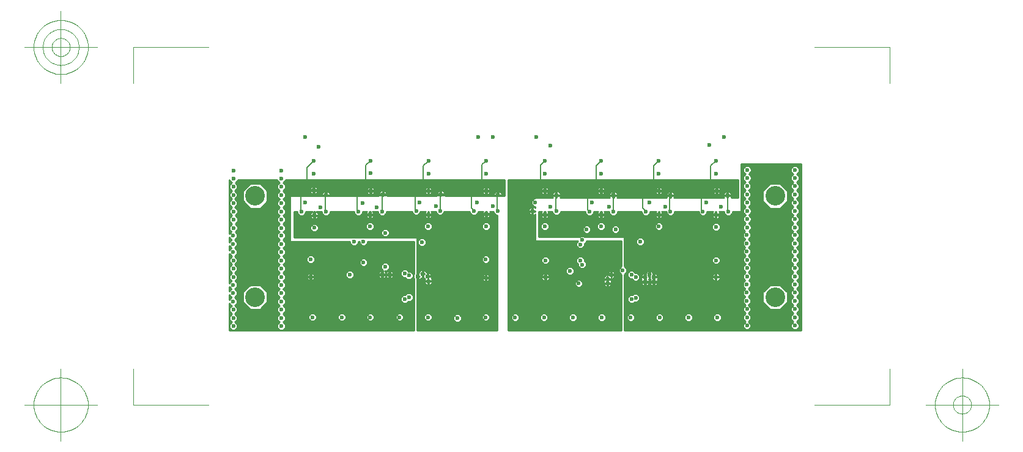
<source format=gbr>
G04 Generated by Ultiboard *
%FSLAX25Y25*%
%MOMM*%

%ADD10C,0.25400*%
%ADD11C,0.15000*%
%ADD12C,0.10000*%
%ADD13C,0.60000*%
%ADD14C,2.70916*%


%LNCopper Inner 1*%
%LPD*%
%FSLAX25Y25*%
%MOMM*%
G54D10*
X6766100Y2027700D02*
X6732300Y1993900D01*
X6732300Y1993900D02*
X6732300Y1975975D01*
X6732300Y1975975D02*
X6766100Y1975975D01*
X6766100Y1975975D02*
X6766100Y1964025D01*
X6766100Y1964025D02*
X6732300Y1964025D01*
X6732300Y1964025D02*
X6732300Y1946100D01*
X6732300Y1946100D02*
X6744500Y1933900D01*
X6744500Y1933900D02*
X6207700Y1933900D01*
X6207700Y1933900D02*
X6173900Y1967700D01*
X6173900Y1967700D02*
X6155975Y1967700D01*
X6155975Y1967700D02*
X6155975Y1933900D01*
X6155975Y1933900D02*
X6144025Y1933900D01*
X6144025Y1933900D02*
X6144025Y1967700D01*
X6144025Y1967700D02*
X6126100Y1967700D01*
X6126100Y1967700D02*
X6126100Y2120000D01*
X6126100Y2120000D02*
X6766100Y2120000D01*
X6766100Y2120000D02*
X6766100Y2027700D01*
G36*
X6126100Y1993900D02*
X6126100Y2120000D01*
X6766100Y2120000D01*
X6766100Y2027700D01*
X6732300Y1993900D01*
X6126100Y1993900D01*
G37*
X6126100Y1993900D02*
X6126100Y2120000D01*
X6126100Y2120000D02*
X6766100Y2120000D01*
X6766100Y2120000D02*
X6766100Y2027700D01*
X6766100Y2027700D02*
X6732300Y1993900D01*
X6732300Y1993900D02*
X6126100Y1993900D01*
G36*
X6732300Y1975975D02*
X6766100Y1975975D01*
X6766100Y1964025D01*
X6732300Y1964025D01*
X6732300Y1975975D01*
G37*
X6732300Y1975975D02*
X6766100Y1975975D01*
X6766100Y1975975D02*
X6766100Y1964025D01*
X6766100Y1964025D02*
X6732300Y1964025D01*
X6732300Y1964025D02*
X6732300Y1975975D01*
G36*
X6732300Y1933900D02*
X6732300Y1946100D01*
X6744500Y1933900D01*
X6732300Y1933900D01*
G37*
X6732300Y1933900D02*
X6732300Y1946100D01*
X6732300Y1946100D02*
X6744500Y1933900D01*
X6744500Y1933900D02*
X6732300Y1933900D01*
G36*
X6173900Y1993900D02*
X6732300Y1993900D01*
X6732300Y1933900D01*
X6207700Y1933900D01*
X6173900Y1967700D01*
X6173900Y1993900D01*
G37*
X6173900Y1993900D02*
X6732300Y1993900D01*
X6732300Y1993900D02*
X6732300Y1933900D01*
X6732300Y1933900D02*
X6207700Y1933900D01*
X6207700Y1933900D02*
X6173900Y1967700D01*
X6173900Y1967700D02*
X6173900Y1993900D01*
G36*
X6155975Y1967700D02*
X6155975Y1933900D01*
X6144025Y1933900D01*
X6144025Y1967700D01*
X6155975Y1967700D01*
G37*
X6155975Y1967700D02*
X6155975Y1933900D01*
X6155975Y1933900D02*
X6144025Y1933900D01*
X6144025Y1933900D02*
X6144025Y1967700D01*
X6144025Y1967700D02*
X6155975Y1967700D01*
G36*
X6126100Y1967700D02*
X6126100Y1993900D01*
X6173900Y1993900D01*
X6173900Y1967700D01*
X6126100Y1967700D01*
G37*
X6126100Y1967700D02*
X6126100Y1993900D01*
X6126100Y1993900D02*
X6173900Y1993900D01*
X6173900Y1993900D02*
X6173900Y1967700D01*
X6173900Y1967700D02*
X6126100Y1967700D01*
X7089600Y1933900D02*
X7089600Y1880000D01*
X7089600Y1880000D02*
X6991600Y1880000D01*
X6991600Y1880000D02*
X6997700Y1886100D01*
X6997700Y1886100D02*
X6997700Y1904025D01*
X6997700Y1904025D02*
X6945975Y1904025D01*
X6945975Y1904025D02*
X6945975Y1880000D01*
X6945975Y1880000D02*
X6934025Y1880000D01*
X6934025Y1880000D02*
X6934025Y1904025D01*
X6934025Y1904025D02*
X6882300Y1904025D01*
X6882300Y1904025D02*
X6882300Y1886100D01*
X6882300Y1886100D02*
X6888400Y1880000D01*
X6888400Y1880000D02*
X6201600Y1880000D01*
X6201600Y1880000D02*
X6207700Y1886100D01*
X6207700Y1886100D02*
X6207700Y1904025D01*
X6207700Y1904025D02*
X6155975Y1904025D01*
X6155975Y1904025D02*
X6155975Y1880000D01*
X6155975Y1880000D02*
X6144025Y1880000D01*
X6144025Y1880000D02*
X6144025Y1904025D01*
X6144025Y1904025D02*
X6126100Y1904025D01*
X6126100Y1904025D02*
X6126100Y1915975D01*
X6126100Y1915975D02*
X6144025Y1915975D01*
X6144025Y1915975D02*
X6144025Y1933900D01*
X6144025Y1933900D02*
X6155975Y1933900D01*
X6155975Y1933900D02*
X6155975Y1915975D01*
X6155975Y1915975D02*
X6207700Y1915975D01*
X6207700Y1915975D02*
X6207700Y1933900D01*
X6207700Y1933900D02*
X6744500Y1933900D01*
X6744500Y1933900D02*
X6766100Y1912300D01*
X6766100Y1912300D02*
X6784025Y1912300D01*
X6784025Y1912300D02*
X6784025Y1933900D01*
X6784025Y1933900D02*
X6795975Y1933900D01*
X6795975Y1933900D02*
X6795975Y1912300D01*
X6795975Y1912300D02*
X6813900Y1912300D01*
X6813900Y1912300D02*
X6835500Y1933900D01*
X6835500Y1933900D02*
X6882300Y1933900D01*
X6882300Y1933900D02*
X6882300Y1915975D01*
X6882300Y1915975D02*
X6934025Y1915975D01*
X6934025Y1915975D02*
X6934025Y1933900D01*
X6934025Y1933900D02*
X6945975Y1933900D01*
X6945975Y1933900D02*
X6945975Y1915975D01*
X6945975Y1915975D02*
X6997700Y1915975D01*
X6997700Y1915975D02*
X6997700Y1933900D01*
X6997700Y1933900D02*
X7089600Y1933900D01*
G36*
X7089600Y1886100D02*
X7089600Y1880000D01*
X6991600Y1880000D01*
X6997700Y1886100D01*
X7089600Y1886100D01*
G37*
X7089600Y1886100D02*
X7089600Y1880000D01*
X7089600Y1880000D02*
X6991600Y1880000D01*
X6991600Y1880000D02*
X6997700Y1886100D01*
X6997700Y1886100D02*
X7089600Y1886100D01*
G36*
X6997700Y1933900D02*
X7089600Y1933900D01*
X7089600Y1886100D01*
X6997700Y1886100D01*
X6997700Y1933900D01*
G37*
X6997700Y1933900D02*
X7089600Y1933900D01*
X7089600Y1933900D02*
X7089600Y1886100D01*
X7089600Y1886100D02*
X6997700Y1886100D01*
X6997700Y1886100D02*
X6997700Y1933900D01*
G36*
X6945975Y1904025D02*
X6945975Y1880000D01*
X6934025Y1880000D01*
X6934025Y1904025D01*
X6945975Y1904025D01*
G37*
X6945975Y1904025D02*
X6945975Y1880000D01*
X6945975Y1880000D02*
X6934025Y1880000D01*
X6934025Y1880000D02*
X6934025Y1904025D01*
X6934025Y1904025D02*
X6945975Y1904025D01*
G36*
X6155975Y1904025D02*
X6155975Y1880000D01*
X6144025Y1880000D01*
X6144025Y1904025D01*
X6155975Y1904025D01*
G37*
X6155975Y1904025D02*
X6155975Y1880000D01*
X6155975Y1880000D02*
X6144025Y1880000D01*
X6144025Y1880000D02*
X6144025Y1904025D01*
X6144025Y1904025D02*
X6155975Y1904025D01*
G36*
X6882300Y1880000D02*
X6882300Y1886100D01*
X6888400Y1880000D01*
X6882300Y1880000D01*
G37*
X6882300Y1880000D02*
X6882300Y1886100D01*
X6882300Y1886100D02*
X6888400Y1880000D01*
X6888400Y1880000D02*
X6882300Y1880000D01*
G36*
X6144025Y1915975D02*
X6144025Y1933900D01*
X6155975Y1933900D01*
X6155975Y1915975D01*
X6144025Y1915975D01*
G37*
X6144025Y1915975D02*
X6144025Y1933900D01*
X6144025Y1933900D02*
X6155975Y1933900D01*
X6155975Y1933900D02*
X6155975Y1915975D01*
X6155975Y1915975D02*
X6144025Y1915975D01*
G36*
X6762425Y1915975D02*
X6207700Y1915975D01*
X6207700Y1933900D01*
X6744500Y1933900D01*
X6762425Y1915975D01*
G37*
X6762425Y1915975D02*
X6207700Y1915975D01*
X6207700Y1915975D02*
X6207700Y1933900D01*
X6207700Y1933900D02*
X6744500Y1933900D01*
X6744500Y1933900D02*
X6762425Y1915975D01*
G36*
X6795975Y1915975D02*
X6784025Y1915975D01*
X6784025Y1933900D01*
X6795975Y1933900D01*
X6795975Y1915975D01*
G37*
X6795975Y1915975D02*
X6784025Y1915975D01*
X6784025Y1915975D02*
X6784025Y1933900D01*
X6784025Y1933900D02*
X6795975Y1933900D01*
X6795975Y1933900D02*
X6795975Y1915975D01*
G36*
X6817575Y1915975D02*
X6835500Y1933900D01*
X6882300Y1933900D01*
X6882300Y1915975D01*
X6817575Y1915975D01*
G37*
X6817575Y1915975D02*
X6835500Y1933900D01*
X6835500Y1933900D02*
X6882300Y1933900D01*
X6882300Y1933900D02*
X6882300Y1915975D01*
X6882300Y1915975D02*
X6817575Y1915975D01*
G36*
X6934025Y1915975D02*
X6934025Y1933900D01*
X6945975Y1933900D01*
X6945975Y1915975D01*
X6934025Y1915975D01*
G37*
X6934025Y1915975D02*
X6934025Y1933900D01*
X6934025Y1933900D02*
X6945975Y1933900D01*
X6945975Y1933900D02*
X6945975Y1915975D01*
X6945975Y1915975D02*
X6934025Y1915975D01*
G36*
X6882300Y1886100D02*
X6207700Y1886100D01*
X6207700Y1904025D01*
X6882300Y1904025D01*
X6882300Y1886100D01*
G37*
X6882300Y1886100D02*
X6207700Y1886100D01*
X6207700Y1886100D02*
X6207700Y1904025D01*
X6207700Y1904025D02*
X6882300Y1904025D01*
X6882300Y1904025D02*
X6882300Y1886100D01*
G36*
X6882300Y1886100D02*
X6882300Y1880000D01*
X6201600Y1880000D01*
X6207700Y1886100D01*
X6882300Y1886100D01*
G37*
X6882300Y1886100D02*
X6882300Y1880000D01*
X6882300Y1880000D02*
X6201600Y1880000D01*
X6201600Y1880000D02*
X6207700Y1886100D01*
X6207700Y1886100D02*
X6882300Y1886100D01*
G36*
X6766100Y1904025D02*
X6126100Y1904025D01*
X6126100Y1915975D01*
X6762425Y1915975D01*
X6766100Y1912300D01*
X6766100Y1904025D01*
G37*
X6766100Y1904025D02*
X6126100Y1904025D01*
X6126100Y1904025D02*
X6126100Y1915975D01*
X6126100Y1915975D02*
X6762425Y1915975D01*
X6762425Y1915975D02*
X6766100Y1912300D01*
X6766100Y1912300D02*
X6766100Y1904025D01*
G36*
X6784025Y1912300D02*
X6784025Y1915975D01*
X6795975Y1915975D01*
X6795975Y1912300D01*
X6784025Y1912300D01*
G37*
X6784025Y1912300D02*
X6784025Y1915975D01*
X6784025Y1915975D02*
X6795975Y1915975D01*
X6795975Y1915975D02*
X6795975Y1912300D01*
X6795975Y1912300D02*
X6784025Y1912300D01*
G36*
X6997700Y1912300D02*
X6813900Y1912300D01*
X6817575Y1915975D01*
X6997700Y1915975D01*
X6997700Y1912300D01*
G37*
X6997700Y1912300D02*
X6813900Y1912300D01*
X6813900Y1912300D02*
X6817575Y1915975D01*
X6817575Y1915975D02*
X6997700Y1915975D01*
X6997700Y1915975D02*
X6997700Y1912300D01*
G36*
X6997700Y1912300D02*
X6997700Y1904025D01*
X6766100Y1904025D01*
X6766100Y1912300D01*
X6997700Y1912300D01*
G37*
X6997700Y1912300D02*
X6997700Y1904025D01*
X6997700Y1904025D02*
X6766100Y1904025D01*
X6766100Y1904025D02*
X6766100Y1912300D01*
X6766100Y1912300D02*
X6997700Y1912300D01*
X4627700Y1933900D02*
X4593900Y1967700D01*
X4593900Y1967700D02*
X4575975Y1967700D01*
X4575975Y1967700D02*
X4575975Y1933900D01*
X4575975Y1933900D02*
X4564025Y1933900D01*
X4564025Y1933900D02*
X4564025Y1967700D01*
X4564025Y1967700D02*
X4546100Y1967700D01*
X4546100Y1967700D02*
X4546100Y2120000D01*
X4546100Y2120000D02*
X4954100Y2120000D01*
X4954100Y2120000D02*
X4954100Y1933900D01*
X4954100Y1933900D02*
X4627700Y1933900D01*
G36*
X4593900Y2120000D02*
X4954100Y2120000D01*
X4954100Y1933900D01*
X4627700Y1933900D01*
X4593900Y1967700D01*
X4593900Y2120000D01*
G37*
X4593900Y2120000D02*
X4954100Y2120000D01*
X4954100Y2120000D02*
X4954100Y1933900D01*
X4954100Y1933900D02*
X4627700Y1933900D01*
X4627700Y1933900D02*
X4593900Y1967700D01*
X4593900Y1967700D02*
X4593900Y2120000D01*
G36*
X4575975Y1967700D02*
X4575975Y1933900D01*
X4564025Y1933900D01*
X4564025Y1967700D01*
X4575975Y1967700D01*
G37*
X4575975Y1967700D02*
X4575975Y1933900D01*
X4575975Y1933900D02*
X4564025Y1933900D01*
X4564025Y1933900D02*
X4564025Y1967700D01*
X4564025Y1967700D02*
X4575975Y1967700D01*
G36*
X4546100Y1967700D02*
X4546100Y2120000D01*
X4593900Y2120000D01*
X4593900Y1967700D01*
X4546100Y1967700D01*
G37*
X4546100Y1967700D02*
X4546100Y2120000D01*
X4546100Y2120000D02*
X4593900Y2120000D01*
X4593900Y2120000D02*
X4593900Y1967700D01*
X4593900Y1967700D02*
X4546100Y1967700D01*
X4575975Y1933900D02*
X4575975Y1915975D01*
X4575975Y1915975D02*
X4627700Y1915975D01*
X4627700Y1915975D02*
X4627700Y1933900D01*
X4627700Y1933900D02*
X4954100Y1933900D01*
X4954100Y1933900D02*
X4954100Y1880000D01*
X4954100Y1880000D02*
X4621600Y1880000D01*
X4621600Y1880000D02*
X4627700Y1886100D01*
X4627700Y1886100D02*
X4627700Y1904025D01*
X4627700Y1904025D02*
X4575975Y1904025D01*
X4575975Y1904025D02*
X4575975Y1880000D01*
X4575975Y1880000D02*
X4564025Y1880000D01*
X4564025Y1880000D02*
X4564025Y1904025D01*
X4564025Y1904025D02*
X4546100Y1904025D01*
X4546100Y1904025D02*
X4546100Y1915975D01*
X4546100Y1915975D02*
X4564025Y1915975D01*
X4564025Y1915975D02*
X4564025Y1933900D01*
X4564025Y1933900D02*
X4575975Y1933900D01*
G36*
X4954100Y1915975D02*
X4627700Y1915975D01*
X4627700Y1933900D01*
X4954100Y1933900D01*
X4954100Y1915975D01*
G37*
X4954100Y1915975D02*
X4627700Y1915975D01*
X4627700Y1915975D02*
X4627700Y1933900D01*
X4627700Y1933900D02*
X4954100Y1933900D01*
X4954100Y1933900D02*
X4954100Y1915975D01*
G36*
X4564025Y1904025D02*
X4546100Y1904025D01*
X4546100Y1915975D01*
X4564025Y1915975D01*
X4564025Y1904025D01*
G37*
X4564025Y1904025D02*
X4546100Y1904025D01*
X4546100Y1904025D02*
X4546100Y1915975D01*
X4546100Y1915975D02*
X4564025Y1915975D01*
X4564025Y1915975D02*
X4564025Y1904025D01*
G36*
X4564025Y1933900D02*
X4575975Y1933900D01*
X4575975Y1880000D01*
X4564025Y1880000D01*
X4564025Y1933900D01*
G37*
X4564025Y1933900D02*
X4575975Y1933900D01*
X4575975Y1933900D02*
X4575975Y1880000D01*
X4575975Y1880000D02*
X4564025Y1880000D01*
X4564025Y1880000D02*
X4564025Y1933900D01*
G36*
X4954100Y1886100D02*
X4954100Y1880000D01*
X4621600Y1880000D01*
X4627700Y1886100D01*
X4954100Y1886100D01*
G37*
X4954100Y1886100D02*
X4954100Y1880000D01*
X4954100Y1880000D02*
X4621600Y1880000D01*
X4621600Y1880000D02*
X4627700Y1886100D01*
X4627700Y1886100D02*
X4954100Y1886100D01*
G36*
X4627700Y1915975D02*
X4627700Y1904025D01*
X4575975Y1904025D01*
X4575975Y1915975D01*
X4627700Y1915975D01*
G37*
X4627700Y1915975D02*
X4627700Y1904025D01*
X4627700Y1904025D02*
X4575975Y1904025D01*
X4575975Y1904025D02*
X4575975Y1915975D01*
X4575975Y1915975D02*
X4627700Y1915975D01*
G36*
X4627700Y1915975D02*
X4954100Y1915975D01*
X4954100Y1886100D01*
X4627700Y1886100D01*
X4627700Y1915975D01*
G37*
X4627700Y1915975D02*
X4954100Y1915975D01*
X4954100Y1915975D02*
X4954100Y1886100D01*
X4954100Y1886100D02*
X4627700Y1886100D01*
X4627700Y1886100D02*
X4627700Y1915975D01*
X4868400Y1280000D02*
X4842300Y1253900D01*
X4842300Y1253900D02*
X4842300Y1206100D01*
X4842300Y1206100D02*
X4876100Y1172300D01*
X4876100Y1172300D02*
X4923900Y1172300D01*
X4923900Y1172300D02*
X4954100Y1202500D01*
X4954100Y1202500D02*
X4954100Y1070000D01*
X4954100Y1070000D02*
X3900000Y1070000D01*
X3900000Y1070000D02*
X3900000Y1666100D01*
X3900000Y1666100D02*
X4182300Y1666100D01*
X4182300Y1666100D02*
X4216100Y1632300D01*
X4216100Y1632300D02*
X4234025Y1632300D01*
X4234025Y1632300D02*
X4234025Y1666100D01*
X4234025Y1666100D02*
X4245975Y1666100D01*
X4245975Y1666100D02*
X4245975Y1632300D01*
X4245975Y1632300D02*
X4263900Y1632300D01*
X4263900Y1632300D02*
X4280000Y1648400D01*
X4280000Y1648400D02*
X4280000Y1280000D01*
X4280000Y1280000D02*
X4868400Y1280000D01*
G36*
X4842300Y1070000D02*
X3900000Y1070000D01*
X3900000Y1253900D01*
X4842300Y1253900D01*
X4842300Y1070000D01*
G37*
X4842300Y1070000D02*
X3900000Y1070000D01*
X3900000Y1070000D02*
X3900000Y1253900D01*
X3900000Y1253900D02*
X4842300Y1253900D01*
X4842300Y1253900D02*
X4842300Y1070000D01*
G36*
X4216100Y1253900D02*
X3900000Y1253900D01*
X3900000Y1666100D01*
X4182300Y1666100D01*
X4216100Y1632300D01*
X4216100Y1253900D01*
G37*
X4216100Y1253900D02*
X3900000Y1253900D01*
X3900000Y1253900D02*
X3900000Y1666100D01*
X3900000Y1666100D02*
X4182300Y1666100D01*
X4182300Y1666100D02*
X4216100Y1632300D01*
X4216100Y1632300D02*
X4216100Y1253900D01*
G36*
X4876100Y1070000D02*
X4842300Y1070000D01*
X4842300Y1206100D01*
X4876100Y1172300D01*
X4876100Y1070000D01*
G37*
X4876100Y1070000D02*
X4842300Y1070000D01*
X4842300Y1070000D02*
X4842300Y1206100D01*
X4842300Y1206100D02*
X4876100Y1172300D01*
X4876100Y1172300D02*
X4876100Y1070000D01*
G36*
X4234025Y1632300D02*
X4234025Y1666100D01*
X4245975Y1666100D01*
X4245975Y1632300D01*
X4234025Y1632300D01*
G37*
X4234025Y1632300D02*
X4234025Y1666100D01*
X4234025Y1666100D02*
X4245975Y1666100D01*
X4245975Y1666100D02*
X4245975Y1632300D01*
X4245975Y1632300D02*
X4234025Y1632300D01*
G36*
X4280000Y1632300D02*
X4263900Y1632300D01*
X4280000Y1648400D01*
X4280000Y1632300D01*
G37*
X4280000Y1632300D02*
X4263900Y1632300D01*
X4263900Y1632300D02*
X4280000Y1648400D01*
X4280000Y1648400D02*
X4280000Y1632300D01*
G36*
X4923900Y1070000D02*
X4923900Y1172300D01*
X4954100Y1202500D01*
X4954100Y1070000D01*
X4923900Y1070000D01*
G37*
X4923900Y1070000D02*
X4923900Y1172300D01*
X4923900Y1172300D02*
X4954100Y1202500D01*
X4954100Y1202500D02*
X4954100Y1070000D01*
X4954100Y1070000D02*
X4923900Y1070000D01*
G36*
X4923900Y1070000D02*
X4876100Y1070000D01*
X4876100Y1172300D01*
X4923900Y1172300D01*
X4923900Y1070000D01*
G37*
X4923900Y1070000D02*
X4876100Y1070000D01*
X4876100Y1070000D02*
X4876100Y1172300D01*
X4876100Y1172300D02*
X4923900Y1172300D01*
X4923900Y1172300D02*
X4923900Y1070000D01*
G36*
X4280000Y1253900D02*
X4280000Y1280000D01*
X4868400Y1280000D01*
X4842300Y1253900D01*
X4280000Y1253900D01*
G37*
X4280000Y1253900D02*
X4280000Y1280000D01*
X4280000Y1280000D02*
X4868400Y1280000D01*
X4868400Y1280000D02*
X4842300Y1253900D01*
X4842300Y1253900D02*
X4280000Y1253900D01*
G36*
X4280000Y1253900D02*
X4216100Y1253900D01*
X4216100Y1632300D01*
X4280000Y1632300D01*
X4280000Y1253900D01*
G37*
X4280000Y1253900D02*
X4216100Y1253900D01*
X4216100Y1253900D02*
X4216100Y1632300D01*
X4216100Y1632300D02*
X4280000Y1632300D01*
X4280000Y1632300D02*
X4280000Y1253900D01*
X4783900Y917700D02*
X4736100Y917700D01*
X4736100Y917700D02*
X4702300Y883900D01*
X4702300Y883900D02*
X4702300Y836100D01*
X4702300Y836100D02*
X4736100Y802300D01*
X4736100Y802300D02*
X4783900Y802300D01*
X4783900Y802300D02*
X4783900Y713900D01*
X4783900Y713900D02*
X4443900Y713900D01*
X4443900Y713900D02*
X4443900Y722300D01*
X4443900Y722300D02*
X4477700Y756100D01*
X4477700Y756100D02*
X4477700Y774025D01*
X4477700Y774025D02*
X4443900Y774025D01*
X4443900Y774025D02*
X4443900Y785975D01*
X4443900Y785975D02*
X4477700Y785975D01*
X4477700Y785975D02*
X4477700Y803900D01*
X4477700Y803900D02*
X4443900Y837700D01*
X4443900Y837700D02*
X4443900Y952300D01*
X4443900Y952300D02*
X4477700Y986100D01*
X4477700Y986100D02*
X4477700Y1033900D01*
X4477700Y1033900D02*
X4443900Y1067700D01*
X4443900Y1067700D02*
X4443900Y1070000D01*
X4443900Y1070000D02*
X4783900Y1070000D01*
X4783900Y1070000D02*
X4783900Y917700D01*
G36*
X4736100Y1070000D02*
X4783900Y1070000D01*
X4783900Y917700D01*
X4736100Y917700D01*
X4736100Y1070000D01*
G37*
X4736100Y1070000D02*
X4783900Y1070000D01*
X4783900Y1070000D02*
X4783900Y917700D01*
X4783900Y917700D02*
X4736100Y917700D01*
X4736100Y917700D02*
X4736100Y1070000D01*
G36*
X4736100Y986100D02*
X4736100Y917700D01*
X4702300Y883900D01*
X4443900Y883900D01*
X4443900Y952300D01*
X4477700Y986100D01*
X4736100Y986100D01*
G37*
X4736100Y986100D02*
X4736100Y917700D01*
X4736100Y917700D02*
X4702300Y883900D01*
X4702300Y883900D02*
X4443900Y883900D01*
X4443900Y883900D02*
X4443900Y952300D01*
X4443900Y952300D02*
X4477700Y986100D01*
X4477700Y986100D02*
X4736100Y986100D01*
G36*
X4736100Y713900D02*
X4736100Y802300D01*
X4783900Y802300D01*
X4783900Y713900D01*
X4736100Y713900D01*
G37*
X4736100Y713900D02*
X4736100Y802300D01*
X4736100Y802300D02*
X4783900Y802300D01*
X4783900Y802300D02*
X4783900Y713900D01*
X4783900Y713900D02*
X4736100Y713900D01*
G36*
X4736100Y713900D02*
X4702300Y713900D01*
X4702300Y836100D01*
X4736100Y802300D01*
X4736100Y713900D01*
G37*
X4736100Y713900D02*
X4702300Y713900D01*
X4702300Y713900D02*
X4702300Y836100D01*
X4702300Y836100D02*
X4736100Y802300D01*
X4736100Y802300D02*
X4736100Y713900D01*
G36*
X4702300Y756100D02*
X4702300Y713900D01*
X4443900Y713900D01*
X4443900Y722300D01*
X4477700Y756100D01*
X4702300Y756100D01*
G37*
X4702300Y756100D02*
X4702300Y713900D01*
X4702300Y713900D02*
X4443900Y713900D01*
X4443900Y713900D02*
X4443900Y722300D01*
X4443900Y722300D02*
X4477700Y756100D01*
X4477700Y756100D02*
X4702300Y756100D01*
G36*
X4477700Y1070000D02*
X4477700Y1033900D01*
X4443900Y1067700D01*
X4443900Y1070000D01*
X4477700Y1070000D01*
G37*
X4477700Y1070000D02*
X4477700Y1033900D01*
X4477700Y1033900D02*
X4443900Y1067700D01*
X4443900Y1067700D02*
X4443900Y1070000D01*
X4443900Y1070000D02*
X4477700Y1070000D01*
G36*
X4477700Y1070000D02*
X4736100Y1070000D01*
X4736100Y986100D01*
X4477700Y986100D01*
X4477700Y1070000D01*
G37*
X4477700Y1070000D02*
X4736100Y1070000D01*
X4736100Y1070000D02*
X4736100Y986100D01*
X4736100Y986100D02*
X4477700Y986100D01*
X4477700Y986100D02*
X4477700Y1070000D01*
G36*
X4477700Y774025D02*
X4443900Y774025D01*
X4443900Y785975D01*
X4477700Y785975D01*
X4477700Y774025D01*
G37*
X4477700Y774025D02*
X4443900Y774025D01*
X4443900Y774025D02*
X4443900Y785975D01*
X4443900Y785975D02*
X4477700Y785975D01*
X4477700Y785975D02*
X4477700Y774025D01*
G36*
X4477700Y883900D02*
X4477700Y803900D01*
X4443900Y837700D01*
X4443900Y883900D01*
X4477700Y883900D01*
G37*
X4477700Y883900D02*
X4477700Y803900D01*
X4477700Y803900D02*
X4443900Y837700D01*
X4443900Y837700D02*
X4443900Y883900D01*
X4443900Y883900D02*
X4477700Y883900D01*
G36*
X4477700Y883900D02*
X4702300Y883900D01*
X4702300Y756100D01*
X4477700Y756100D01*
X4477700Y883900D01*
G37*
X4477700Y883900D02*
X4702300Y883900D01*
X4702300Y883900D02*
X4702300Y756100D01*
X4702300Y756100D02*
X4477700Y756100D01*
X4477700Y756100D02*
X4477700Y883900D01*
X4783900Y802300D02*
X4817700Y836100D01*
X4817700Y836100D02*
X4817700Y883900D01*
X4817700Y883900D02*
X4783900Y917700D01*
X4783900Y917700D02*
X4783900Y1070000D01*
X4783900Y1070000D02*
X4954100Y1070000D01*
X4954100Y1070000D02*
X4954100Y1037500D01*
X4954100Y1037500D02*
X4923900Y1067700D01*
X4923900Y1067700D02*
X4876100Y1067700D01*
X4876100Y1067700D02*
X4842300Y1033900D01*
X4842300Y1033900D02*
X4842300Y986100D01*
X4842300Y986100D02*
X4872300Y956100D01*
X4872300Y956100D02*
X4872300Y926100D01*
X4872300Y926100D02*
X4906100Y892300D01*
X4906100Y892300D02*
X4953900Y892300D01*
X4953900Y892300D02*
X4954100Y892500D01*
X4954100Y892500D02*
X4954100Y713900D01*
X4954100Y713900D02*
X4937700Y713900D01*
X4937700Y713900D02*
X4903900Y747700D01*
X4903900Y747700D02*
X4856100Y747700D01*
X4856100Y747700D02*
X4822300Y713900D01*
X4822300Y713900D02*
X4783900Y713900D01*
X4783900Y713900D02*
X4783900Y802300D01*
G36*
X4817700Y1070000D02*
X4817700Y883900D01*
X4783900Y917700D01*
X4783900Y1070000D01*
X4817700Y1070000D01*
G37*
X4817700Y1070000D02*
X4817700Y883900D01*
X4817700Y883900D02*
X4783900Y917700D01*
X4783900Y917700D02*
X4783900Y1070000D01*
X4783900Y1070000D02*
X4817700Y1070000D01*
G36*
X4903900Y836100D02*
X4954100Y836100D01*
X4954100Y713900D01*
X4937700Y713900D01*
X4903900Y747700D01*
X4903900Y836100D01*
G37*
X4903900Y836100D02*
X4954100Y836100D01*
X4954100Y836100D02*
X4954100Y713900D01*
X4954100Y713900D02*
X4937700Y713900D01*
X4937700Y713900D02*
X4903900Y747700D01*
X4903900Y747700D02*
X4903900Y836100D01*
G36*
X4923900Y1070000D02*
X4954100Y1070000D01*
X4954100Y1037500D01*
X4923900Y1067700D01*
X4923900Y1070000D01*
G37*
X4923900Y1070000D02*
X4954100Y1070000D01*
X4954100Y1070000D02*
X4954100Y1037500D01*
X4954100Y1037500D02*
X4923900Y1067700D01*
X4923900Y1067700D02*
X4923900Y1070000D01*
G36*
X4856100Y836100D02*
X4856100Y747700D01*
X4822300Y713900D01*
X4783900Y713900D01*
X4783900Y802300D01*
X4817700Y836100D01*
X4856100Y836100D01*
G37*
X4856100Y836100D02*
X4856100Y747700D01*
X4856100Y747700D02*
X4822300Y713900D01*
X4822300Y713900D02*
X4783900Y713900D01*
X4783900Y713900D02*
X4783900Y802300D01*
X4783900Y802300D02*
X4817700Y836100D01*
X4817700Y836100D02*
X4856100Y836100D01*
G36*
X4856100Y836100D02*
X4903900Y836100D01*
X4903900Y747700D01*
X4856100Y747700D01*
X4856100Y836100D01*
G37*
X4856100Y836100D02*
X4903900Y836100D01*
X4903900Y836100D02*
X4903900Y747700D01*
X4903900Y747700D02*
X4856100Y747700D01*
X4856100Y747700D02*
X4856100Y836100D01*
G36*
X4876100Y1070000D02*
X4923900Y1070000D01*
X4923900Y1067700D01*
X4876100Y1067700D01*
X4876100Y1070000D01*
G37*
X4876100Y1070000D02*
X4923900Y1070000D01*
X4923900Y1070000D02*
X4923900Y1067700D01*
X4923900Y1067700D02*
X4876100Y1067700D01*
X4876100Y1067700D02*
X4876100Y1070000D01*
G36*
X4817700Y1033900D02*
X4817700Y1070000D01*
X4876100Y1070000D01*
X4876100Y1067700D01*
X4842300Y1033900D01*
X4817700Y1033900D01*
G37*
X4817700Y1033900D02*
X4817700Y1070000D01*
X4817700Y1070000D02*
X4876100Y1070000D01*
X4876100Y1070000D02*
X4876100Y1067700D01*
X4876100Y1067700D02*
X4842300Y1033900D01*
X4842300Y1033900D02*
X4817700Y1033900D01*
G36*
X4842300Y836100D02*
X4817700Y836100D01*
X4817700Y1033900D01*
X4842300Y1033900D01*
X4842300Y836100D01*
G37*
X4842300Y836100D02*
X4817700Y836100D01*
X4817700Y836100D02*
X4817700Y1033900D01*
X4817700Y1033900D02*
X4842300Y1033900D01*
X4842300Y1033900D02*
X4842300Y836100D01*
G36*
X4872300Y836100D02*
X4842300Y836100D01*
X4842300Y986100D01*
X4872300Y956100D01*
X4872300Y836100D01*
G37*
X4872300Y836100D02*
X4842300Y836100D01*
X4842300Y836100D02*
X4842300Y986100D01*
X4842300Y986100D02*
X4872300Y956100D01*
X4872300Y956100D02*
X4872300Y836100D01*
G36*
X4906100Y836100D02*
X4872300Y836100D01*
X4872300Y926100D01*
X4906100Y892300D01*
X4906100Y836100D01*
G37*
X4906100Y836100D02*
X4872300Y836100D01*
X4872300Y836100D02*
X4872300Y926100D01*
X4872300Y926100D02*
X4906100Y892300D01*
X4906100Y892300D02*
X4906100Y836100D01*
G36*
X4953900Y836100D02*
X4953900Y892300D01*
X4954100Y892500D01*
X4954100Y836100D01*
X4953900Y836100D01*
G37*
X4953900Y836100D02*
X4953900Y892300D01*
X4953900Y892300D02*
X4954100Y892500D01*
X4954100Y892500D02*
X4954100Y836100D01*
X4954100Y836100D02*
X4953900Y836100D01*
G36*
X4953900Y836100D02*
X4906100Y836100D01*
X4906100Y892300D01*
X4953900Y892300D01*
X4953900Y836100D01*
G37*
X4953900Y836100D02*
X4906100Y836100D01*
X4906100Y836100D02*
X4906100Y892300D01*
X4906100Y892300D02*
X4953900Y892300D01*
X4953900Y892300D02*
X4953900Y836100D01*
X4857700Y243900D02*
X4823900Y277700D01*
X4823900Y277700D02*
X4776100Y277700D01*
X4776100Y277700D02*
X4742300Y243900D01*
X4742300Y243900D02*
X4457700Y243900D01*
X4457700Y243900D02*
X4423900Y277700D01*
X4423900Y277700D02*
X4423900Y713900D01*
X4423900Y713900D02*
X4822300Y713900D01*
X4822300Y713900D02*
X4822300Y666100D01*
X4822300Y666100D02*
X4856100Y632300D01*
X4856100Y632300D02*
X4903900Y632300D01*
X4903900Y632300D02*
X4937700Y666100D01*
X4937700Y666100D02*
X4937700Y713900D01*
X4937700Y713900D02*
X4954100Y713900D01*
X4954100Y713900D02*
X4954100Y243900D01*
X4954100Y243900D02*
X4857700Y243900D01*
G36*
X4776100Y713900D02*
X4776100Y277700D01*
X4742300Y243900D01*
X4457700Y243900D01*
X4423900Y277700D01*
X4423900Y713900D01*
X4776100Y713900D01*
G37*
X4776100Y713900D02*
X4776100Y277700D01*
X4776100Y277700D02*
X4742300Y243900D01*
X4742300Y243900D02*
X4457700Y243900D01*
X4457700Y243900D02*
X4423900Y277700D01*
X4423900Y277700D02*
X4423900Y713900D01*
X4423900Y713900D02*
X4776100Y713900D01*
G36*
X4856100Y245500D02*
X4823900Y277700D01*
X4823900Y664500D01*
X4856100Y632300D01*
X4856100Y245500D01*
G37*
X4856100Y245500D02*
X4823900Y277700D01*
X4823900Y277700D02*
X4823900Y664500D01*
X4823900Y664500D02*
X4856100Y632300D01*
X4856100Y632300D02*
X4856100Y245500D01*
G36*
X4822300Y277700D02*
X4822300Y666100D01*
X4823900Y664500D01*
X4823900Y277700D01*
X4822300Y277700D01*
G37*
X4822300Y277700D02*
X4822300Y666100D01*
X4822300Y666100D02*
X4823900Y664500D01*
X4823900Y664500D02*
X4823900Y277700D01*
X4823900Y277700D02*
X4822300Y277700D01*
G36*
X4822300Y277700D02*
X4776100Y277700D01*
X4776100Y713900D01*
X4822300Y713900D01*
X4822300Y277700D01*
G37*
X4822300Y277700D02*
X4776100Y277700D01*
X4776100Y277700D02*
X4776100Y713900D01*
X4776100Y713900D02*
X4822300Y713900D01*
X4822300Y713900D02*
X4822300Y277700D01*
G36*
X4903900Y243900D02*
X4857700Y243900D01*
X4856100Y245500D01*
X4856100Y632300D01*
X4903900Y632300D01*
X4903900Y243900D01*
G37*
X4903900Y243900D02*
X4857700Y243900D01*
X4857700Y243900D02*
X4856100Y245500D01*
X4856100Y245500D02*
X4856100Y632300D01*
X4856100Y632300D02*
X4903900Y632300D01*
X4903900Y632300D02*
X4903900Y243900D01*
G36*
X4954100Y666100D02*
X4937700Y666100D01*
X4937700Y713900D01*
X4954100Y713900D01*
X4954100Y666100D01*
G37*
X4954100Y666100D02*
X4937700Y666100D01*
X4937700Y666100D02*
X4937700Y713900D01*
X4937700Y713900D02*
X4954100Y713900D01*
X4954100Y713900D02*
X4954100Y666100D01*
G36*
X4954100Y666100D02*
X4954100Y243900D01*
X4903900Y243900D01*
X4903900Y632300D01*
X4937700Y666100D01*
X4954100Y666100D01*
G37*
X4954100Y666100D02*
X4954100Y243900D01*
X4954100Y243900D02*
X4903900Y243900D01*
X4903900Y243900D02*
X4903900Y632300D01*
X4903900Y632300D02*
X4937700Y666100D01*
X4937700Y666100D02*
X4954100Y666100D01*
X4423900Y38100D02*
X4423900Y162300D01*
X4423900Y162300D02*
X4457700Y196100D01*
X4457700Y196100D02*
X4457700Y243900D01*
X4457700Y243900D02*
X4742300Y243900D01*
X4742300Y243900D02*
X4742300Y196100D01*
X4742300Y196100D02*
X4776100Y162300D01*
X4776100Y162300D02*
X4823900Y162300D01*
X4823900Y162300D02*
X4857700Y196100D01*
X4857700Y196100D02*
X4857700Y243900D01*
X4857700Y243900D02*
X4954100Y243900D01*
X4954100Y243900D02*
X4954100Y38100D01*
X4954100Y38100D02*
X4423900Y38100D01*
G36*
X4457700Y196100D02*
X4457700Y243900D01*
X4742300Y243900D01*
X4742300Y196100D01*
X4457700Y196100D01*
G37*
X4457700Y196100D02*
X4457700Y243900D01*
X4457700Y243900D02*
X4742300Y243900D01*
X4742300Y243900D02*
X4742300Y196100D01*
X4742300Y196100D02*
X4457700Y196100D01*
G36*
X4954100Y196100D02*
X4857700Y196100D01*
X4857700Y243900D01*
X4954100Y243900D01*
X4954100Y196100D01*
G37*
X4954100Y196100D02*
X4857700Y196100D01*
X4857700Y196100D02*
X4857700Y243900D01*
X4857700Y243900D02*
X4954100Y243900D01*
X4954100Y243900D02*
X4954100Y196100D01*
G36*
X4776100Y38100D02*
X4423900Y38100D01*
X4423900Y162300D01*
X4457700Y196100D01*
X4742300Y196100D01*
X4776100Y162300D01*
X4776100Y38100D01*
G37*
X4776100Y38100D02*
X4423900Y38100D01*
X4423900Y38100D02*
X4423900Y162300D01*
X4423900Y162300D02*
X4457700Y196100D01*
X4457700Y196100D02*
X4742300Y196100D01*
X4742300Y196100D02*
X4776100Y162300D01*
X4776100Y162300D02*
X4776100Y38100D01*
G36*
X4823900Y38100D02*
X4823900Y162300D01*
X4857700Y196100D01*
X4954100Y196100D01*
X4954100Y38100D01*
X4823900Y38100D01*
G37*
X4823900Y38100D02*
X4823900Y162300D01*
X4823900Y162300D02*
X4857700Y196100D01*
X4857700Y196100D02*
X4954100Y196100D01*
X4954100Y196100D02*
X4954100Y38100D01*
X4954100Y38100D02*
X4823900Y38100D01*
G36*
X4823900Y38100D02*
X4776100Y38100D01*
X4776100Y162300D01*
X4823900Y162300D01*
X4823900Y38100D01*
G37*
X4823900Y38100D02*
X4776100Y38100D01*
X4776100Y38100D02*
X4776100Y162300D01*
X4776100Y162300D02*
X4823900Y162300D01*
X4823900Y162300D02*
X4823900Y38100D01*
X4396100Y837700D02*
X4362300Y803900D01*
X4362300Y803900D02*
X4362300Y785975D01*
X4362300Y785975D02*
X4396100Y785975D01*
X4396100Y785975D02*
X4396100Y774025D01*
X4396100Y774025D02*
X4362300Y774025D01*
X4362300Y774025D02*
X4362300Y756100D01*
X4362300Y756100D02*
X4396100Y722300D01*
X4396100Y722300D02*
X4396100Y713900D01*
X4396100Y713900D02*
X3900000Y713900D01*
X3900000Y713900D02*
X3900000Y1070000D01*
X3900000Y1070000D02*
X4396100Y1070000D01*
X4396100Y1070000D02*
X4396100Y1067700D01*
X4396100Y1067700D02*
X4362300Y1033900D01*
X4362300Y1033900D02*
X4362300Y986100D01*
X4362300Y986100D02*
X4396100Y952300D01*
X4396100Y952300D02*
X4396100Y837700D01*
G36*
X4362300Y785975D02*
X4396100Y785975D01*
X4396100Y774025D01*
X4362300Y774025D01*
X4362300Y785975D01*
G37*
X4362300Y785975D02*
X4396100Y785975D01*
X4396100Y785975D02*
X4396100Y774025D01*
X4396100Y774025D02*
X4362300Y774025D01*
X4362300Y774025D02*
X4362300Y785975D01*
G36*
X4362300Y713900D02*
X4362300Y756100D01*
X4396100Y722300D01*
X4396100Y713900D01*
X4362300Y713900D01*
G37*
X4362300Y713900D02*
X4362300Y756100D01*
X4362300Y756100D02*
X4396100Y722300D01*
X4396100Y722300D02*
X4396100Y713900D01*
X4396100Y713900D02*
X4362300Y713900D01*
G36*
X4362300Y713900D02*
X3900000Y713900D01*
X3900000Y803900D01*
X4362300Y803900D01*
X4362300Y713900D01*
G37*
X4362300Y713900D02*
X3900000Y713900D01*
X3900000Y713900D02*
X3900000Y803900D01*
X3900000Y803900D02*
X4362300Y803900D01*
X4362300Y803900D02*
X4362300Y713900D01*
G36*
X3900000Y1033900D02*
X3900000Y1070000D01*
X4396100Y1070000D01*
X4396100Y1067700D01*
X4362300Y1033900D01*
X3900000Y1033900D01*
G37*
X3900000Y1033900D02*
X3900000Y1070000D01*
X3900000Y1070000D02*
X4396100Y1070000D01*
X4396100Y1070000D02*
X4396100Y1067700D01*
X4396100Y1067700D02*
X4362300Y1033900D01*
X4362300Y1033900D02*
X3900000Y1033900D01*
G36*
X4362300Y986100D02*
X4396100Y952300D01*
X4396100Y837700D01*
X4362300Y803900D01*
X4362300Y986100D01*
G37*
X4362300Y986100D02*
X4396100Y952300D01*
X4396100Y952300D02*
X4396100Y837700D01*
X4396100Y837700D02*
X4362300Y803900D01*
X4362300Y803900D02*
X4362300Y986100D01*
G36*
X4362300Y803900D02*
X3900000Y803900D01*
X3900000Y1033900D01*
X4362300Y1033900D01*
X4362300Y803900D01*
G37*
X4362300Y803900D02*
X3900000Y803900D01*
X3900000Y803900D02*
X3900000Y1033900D01*
X3900000Y1033900D02*
X4362300Y1033900D01*
X4362300Y1033900D02*
X4362300Y803900D01*
X4057700Y243900D02*
X4023900Y277700D01*
X4023900Y277700D02*
X3976100Y277700D01*
X3976100Y277700D02*
X3942300Y243900D01*
X3942300Y243900D02*
X3900000Y243900D01*
X3900000Y243900D02*
X3900000Y713900D01*
X3900000Y713900D02*
X4423900Y713900D01*
X4423900Y713900D02*
X4423900Y277700D01*
X4423900Y277700D02*
X4376100Y277700D01*
X4376100Y277700D02*
X4342300Y243900D01*
X4342300Y243900D02*
X4057700Y243900D01*
G36*
X3976100Y713900D02*
X3976100Y277700D01*
X3942300Y243900D01*
X3900000Y243900D01*
X3900000Y713900D01*
X3976100Y713900D01*
G37*
X3976100Y713900D02*
X3976100Y277700D01*
X3976100Y277700D02*
X3942300Y243900D01*
X3942300Y243900D02*
X3900000Y243900D01*
X3900000Y243900D02*
X3900000Y713900D01*
X3900000Y713900D02*
X3976100Y713900D01*
G36*
X3976100Y713900D02*
X4023900Y713900D01*
X4023900Y277700D01*
X3976100Y277700D01*
X3976100Y713900D01*
G37*
X3976100Y713900D02*
X4023900Y713900D01*
X4023900Y713900D02*
X4023900Y277700D01*
X4023900Y277700D02*
X3976100Y277700D01*
X3976100Y277700D02*
X3976100Y713900D01*
G36*
X4376100Y713900D02*
X4376100Y277700D01*
X4342300Y243900D01*
X4057700Y243900D01*
X4023900Y277700D01*
X4023900Y713900D01*
X4376100Y713900D01*
G37*
X4376100Y713900D02*
X4376100Y277700D01*
X4376100Y277700D02*
X4342300Y243900D01*
X4342300Y243900D02*
X4057700Y243900D01*
X4057700Y243900D02*
X4023900Y277700D01*
X4023900Y277700D02*
X4023900Y713900D01*
X4023900Y713900D02*
X4376100Y713900D01*
G36*
X4376100Y713900D02*
X4423900Y713900D01*
X4423900Y277700D01*
X4376100Y277700D01*
X4376100Y713900D01*
G37*
X4376100Y713900D02*
X4423900Y713900D01*
X4423900Y713900D02*
X4423900Y277700D01*
X4423900Y277700D02*
X4376100Y277700D01*
X4376100Y277700D02*
X4376100Y713900D01*
X4423900Y38100D02*
X3900000Y38100D01*
X3900000Y38100D02*
X3900000Y243900D01*
X3900000Y243900D02*
X3942300Y243900D01*
X3942300Y243900D02*
X3942300Y196100D01*
X3942300Y196100D02*
X3976100Y162300D01*
X3976100Y162300D02*
X4023900Y162300D01*
X4023900Y162300D02*
X4057700Y196100D01*
X4057700Y196100D02*
X4057700Y243900D01*
X4057700Y243900D02*
X4342300Y243900D01*
X4342300Y243900D02*
X4342300Y196100D01*
X4342300Y196100D02*
X4376100Y162300D01*
X4376100Y162300D02*
X4423900Y162300D01*
X4423900Y162300D02*
X4423900Y38100D01*
G36*
X3942300Y38100D02*
X3900000Y38100D01*
X3900000Y243900D01*
X3942300Y243900D01*
X3942300Y38100D01*
G37*
X3942300Y38100D02*
X3900000Y38100D01*
X3900000Y38100D02*
X3900000Y243900D01*
X3900000Y243900D02*
X3942300Y243900D01*
X3942300Y243900D02*
X3942300Y38100D01*
G36*
X3976100Y38100D02*
X3942300Y38100D01*
X3942300Y196100D01*
X3976100Y162300D01*
X3976100Y38100D01*
G37*
X3976100Y38100D02*
X3942300Y38100D01*
X3942300Y38100D02*
X3942300Y196100D01*
X3942300Y196100D02*
X3976100Y162300D01*
X3976100Y162300D02*
X3976100Y38100D01*
G36*
X4023900Y38100D02*
X3976100Y38100D01*
X3976100Y162300D01*
X4023900Y162300D01*
X4023900Y38100D01*
G37*
X4023900Y38100D02*
X3976100Y38100D01*
X3976100Y38100D02*
X3976100Y162300D01*
X3976100Y162300D02*
X4023900Y162300D01*
X4023900Y162300D02*
X4023900Y38100D01*
G36*
X4057700Y196100D02*
X4057700Y243900D01*
X4342300Y243900D01*
X4342300Y196100D01*
X4057700Y196100D01*
G37*
X4057700Y196100D02*
X4057700Y243900D01*
X4057700Y243900D02*
X4342300Y243900D01*
X4342300Y243900D02*
X4342300Y196100D01*
X4342300Y196100D02*
X4057700Y196100D01*
G36*
X4376100Y38100D02*
X4376100Y162300D01*
X4423900Y162300D01*
X4423900Y38100D01*
X4376100Y38100D01*
G37*
X4376100Y38100D02*
X4376100Y162300D01*
X4376100Y162300D02*
X4423900Y162300D01*
X4423900Y162300D02*
X4423900Y38100D01*
X4423900Y38100D02*
X4376100Y38100D01*
G36*
X4376100Y38100D02*
X4023900Y38100D01*
X4023900Y162300D01*
X4057700Y196100D01*
X4342300Y196100D01*
X4376100Y162300D01*
X4376100Y38100D01*
G37*
X4376100Y38100D02*
X4023900Y38100D01*
X4023900Y38100D02*
X4023900Y162300D01*
X4023900Y162300D02*
X4057700Y196100D01*
X4057700Y196100D02*
X4342300Y196100D01*
X4342300Y196100D02*
X4376100Y162300D01*
X4376100Y162300D02*
X4376100Y38100D01*
X4443900Y837700D02*
X4425975Y837700D01*
X4425975Y837700D02*
X4425975Y785975D01*
X4425975Y785975D02*
X4443900Y785975D01*
X4443900Y785975D02*
X4443900Y774025D01*
X4443900Y774025D02*
X4425975Y774025D01*
X4425975Y774025D02*
X4425975Y722300D01*
X4425975Y722300D02*
X4443900Y722300D01*
X4443900Y722300D02*
X4443900Y713900D01*
X4443900Y713900D02*
X4396100Y713900D01*
X4396100Y713900D02*
X4396100Y722300D01*
X4396100Y722300D02*
X4414025Y722300D01*
X4414025Y722300D02*
X4414025Y774025D01*
X4414025Y774025D02*
X4396100Y774025D01*
X4396100Y774025D02*
X4396100Y785975D01*
X4396100Y785975D02*
X4414025Y785975D01*
X4414025Y785975D02*
X4414025Y837700D01*
X4414025Y837700D02*
X4396100Y837700D01*
X4396100Y837700D02*
X4396100Y952300D01*
X4396100Y952300D02*
X4443900Y952300D01*
X4443900Y952300D02*
X4443900Y837700D01*
G36*
X4396100Y837700D02*
X4396100Y952300D01*
X4443900Y952300D01*
X4443900Y837700D01*
X4396100Y837700D01*
G37*
X4396100Y837700D02*
X4396100Y952300D01*
X4396100Y952300D02*
X4443900Y952300D01*
X4443900Y952300D02*
X4443900Y837700D01*
X4443900Y837700D02*
X4396100Y837700D01*
G36*
X4425975Y785975D02*
X4443900Y785975D01*
X4443900Y774025D01*
X4425975Y774025D01*
X4425975Y785975D01*
G37*
X4425975Y785975D02*
X4443900Y785975D01*
X4443900Y785975D02*
X4443900Y774025D01*
X4443900Y774025D02*
X4425975Y774025D01*
X4425975Y774025D02*
X4425975Y785975D01*
G36*
X4425975Y713900D02*
X4425975Y722300D01*
X4443900Y722300D01*
X4443900Y713900D01*
X4425975Y713900D01*
G37*
X4425975Y713900D02*
X4425975Y722300D01*
X4425975Y722300D02*
X4443900Y722300D01*
X4443900Y722300D02*
X4443900Y713900D01*
X4443900Y713900D02*
X4425975Y713900D01*
G36*
X4425975Y722300D02*
X4425975Y713900D01*
X4396100Y713900D01*
X4396100Y722300D01*
X4425975Y722300D01*
G37*
X4425975Y722300D02*
X4425975Y713900D01*
X4425975Y713900D02*
X4396100Y713900D01*
X4396100Y713900D02*
X4396100Y722300D01*
X4396100Y722300D02*
X4425975Y722300D01*
G36*
X4414025Y774025D02*
X4396100Y774025D01*
X4396100Y785975D01*
X4414025Y785975D01*
X4414025Y774025D01*
G37*
X4414025Y774025D02*
X4396100Y774025D01*
X4396100Y774025D02*
X4396100Y785975D01*
X4396100Y785975D02*
X4414025Y785975D01*
X4414025Y785975D02*
X4414025Y774025D01*
G36*
X4414025Y837700D02*
X4425975Y837700D01*
X4425975Y722300D01*
X4414025Y722300D01*
X4414025Y837700D01*
G37*
X4414025Y837700D02*
X4425975Y837700D01*
X4425975Y837700D02*
X4425975Y722300D01*
X4425975Y722300D02*
X4414025Y722300D01*
X4414025Y722300D02*
X4414025Y837700D01*
X4443900Y1067700D02*
X4396100Y1067700D01*
X4396100Y1067700D02*
X4396100Y1070000D01*
X4396100Y1070000D02*
X4443900Y1070000D01*
X4443900Y1070000D02*
X4443900Y1067700D01*
G36*
X4443900Y1067700D02*
X4396100Y1067700D01*
X4396100Y1070000D01*
X4443900Y1070000D01*
X4443900Y1067700D01*
G37*
X4443900Y1067700D02*
X4396100Y1067700D01*
X4396100Y1067700D02*
X4396100Y1070000D01*
X4396100Y1070000D02*
X4443900Y1070000D01*
X4443900Y1070000D02*
X4443900Y1067700D01*
X4216100Y1747700D02*
X4182300Y1713900D01*
X4182300Y1713900D02*
X4182300Y1695975D01*
X4182300Y1695975D02*
X4216100Y1695975D01*
X4216100Y1695975D02*
X4216100Y1684025D01*
X4216100Y1684025D02*
X4182300Y1684025D01*
X4182300Y1684025D02*
X4182300Y1666100D01*
X4182300Y1666100D02*
X3900000Y1666100D01*
X3900000Y1666100D02*
X3900000Y2120000D01*
X3900000Y2120000D02*
X4216100Y2120000D01*
X4216100Y2120000D02*
X4216100Y1747700D01*
G36*
X3900000Y1713900D02*
X3900000Y2120000D01*
X4216100Y2120000D01*
X4216100Y1747700D01*
X4182300Y1713900D01*
X3900000Y1713900D01*
G37*
X3900000Y1713900D02*
X3900000Y2120000D01*
X3900000Y2120000D02*
X4216100Y2120000D01*
X4216100Y2120000D02*
X4216100Y1747700D01*
X4216100Y1747700D02*
X4182300Y1713900D01*
X4182300Y1713900D02*
X3900000Y1713900D01*
G36*
X4182300Y1695975D02*
X4216100Y1695975D01*
X4216100Y1684025D01*
X4182300Y1684025D01*
X4182300Y1695975D01*
G37*
X4182300Y1695975D02*
X4216100Y1695975D01*
X4216100Y1695975D02*
X4216100Y1684025D01*
X4216100Y1684025D02*
X4182300Y1684025D01*
X4182300Y1684025D02*
X4182300Y1695975D01*
G36*
X4182300Y1666100D02*
X3900000Y1666100D01*
X3900000Y1713900D01*
X4182300Y1713900D01*
X4182300Y1666100D01*
G37*
X4182300Y1666100D02*
X3900000Y1666100D01*
X3900000Y1666100D02*
X3900000Y1713900D01*
X3900000Y1713900D02*
X4182300Y1713900D01*
X4182300Y1713900D02*
X4182300Y1666100D01*
X4386100Y2027700D02*
X4352300Y1993900D01*
X4352300Y1993900D02*
X4352300Y1975975D01*
X4352300Y1975975D02*
X4386100Y1975975D01*
X4386100Y1975975D02*
X4386100Y1964025D01*
X4386100Y1964025D02*
X4352300Y1964025D01*
X4352300Y1964025D02*
X4352300Y1946100D01*
X4352300Y1946100D02*
X4216100Y1946100D01*
X4216100Y1946100D02*
X4216100Y2120000D01*
X4216100Y2120000D02*
X4386100Y2120000D01*
X4386100Y2120000D02*
X4386100Y2027700D01*
G36*
X4216100Y1993900D02*
X4216100Y2120000D01*
X4386100Y2120000D01*
X4386100Y2027700D01*
X4352300Y1993900D01*
X4216100Y1993900D01*
G37*
X4216100Y1993900D02*
X4216100Y2120000D01*
X4216100Y2120000D02*
X4386100Y2120000D01*
X4386100Y2120000D02*
X4386100Y2027700D01*
X4386100Y2027700D02*
X4352300Y1993900D01*
X4352300Y1993900D02*
X4216100Y1993900D01*
G36*
X4352300Y1975975D02*
X4386100Y1975975D01*
X4386100Y1964025D01*
X4352300Y1964025D01*
X4352300Y1975975D01*
G37*
X4352300Y1975975D02*
X4386100Y1975975D01*
X4386100Y1975975D02*
X4386100Y1964025D01*
X4386100Y1964025D02*
X4352300Y1964025D01*
X4352300Y1964025D02*
X4352300Y1975975D01*
G36*
X4352300Y1946100D02*
X4216100Y1946100D01*
X4216100Y1993900D01*
X4352300Y1993900D01*
X4352300Y1946100D01*
G37*
X4352300Y1946100D02*
X4216100Y1946100D01*
X4216100Y1946100D02*
X4216100Y1993900D01*
X4216100Y1993900D02*
X4352300Y1993900D01*
X4352300Y1993900D02*
X4352300Y1946100D01*
X4433900Y2027700D02*
X4415975Y2027700D01*
X4415975Y2027700D02*
X4415975Y1975975D01*
X4415975Y1975975D02*
X4433900Y1975975D01*
X4433900Y1975975D02*
X4433900Y1964025D01*
X4433900Y1964025D02*
X4415975Y1964025D01*
X4415975Y1964025D02*
X4415975Y1946100D01*
X4415975Y1946100D02*
X4404025Y1946100D01*
X4404025Y1946100D02*
X4404025Y1964025D01*
X4404025Y1964025D02*
X4386100Y1964025D01*
X4386100Y1964025D02*
X4386100Y1975975D01*
X4386100Y1975975D02*
X4404025Y1975975D01*
X4404025Y1975975D02*
X4404025Y2027700D01*
X4404025Y2027700D02*
X4386100Y2027700D01*
X4386100Y2027700D02*
X4386100Y2120000D01*
X4386100Y2120000D02*
X4433900Y2120000D01*
X4433900Y2120000D02*
X4433900Y2027700D01*
G36*
X4386100Y2027700D02*
X4386100Y2120000D01*
X4433900Y2120000D01*
X4433900Y2027700D01*
X4386100Y2027700D01*
G37*
X4386100Y2027700D02*
X4386100Y2120000D01*
X4386100Y2120000D02*
X4433900Y2120000D01*
X4433900Y2120000D02*
X4433900Y2027700D01*
X4433900Y2027700D02*
X4386100Y2027700D01*
G36*
X4415975Y1975975D02*
X4433900Y1975975D01*
X4433900Y1964025D01*
X4415975Y1964025D01*
X4415975Y1975975D01*
G37*
X4415975Y1975975D02*
X4433900Y1975975D01*
X4433900Y1975975D02*
X4433900Y1964025D01*
X4433900Y1964025D02*
X4415975Y1964025D01*
X4415975Y1964025D02*
X4415975Y1975975D01*
G36*
X4404025Y1964025D02*
X4386100Y1964025D01*
X4386100Y1975975D01*
X4404025Y1975975D01*
X4404025Y1964025D01*
G37*
X4404025Y1964025D02*
X4386100Y1964025D01*
X4386100Y1964025D02*
X4386100Y1975975D01*
X4386100Y1975975D02*
X4404025Y1975975D01*
X4404025Y1975975D02*
X4404025Y1964025D01*
G36*
X4404025Y2027700D02*
X4415975Y2027700D01*
X4415975Y1946100D01*
X4404025Y1946100D01*
X4404025Y2027700D01*
G37*
X4404025Y2027700D02*
X4415975Y2027700D01*
X4415975Y2027700D02*
X4415975Y1946100D01*
X4415975Y1946100D02*
X4404025Y1946100D01*
X4404025Y1946100D02*
X4404025Y2027700D01*
X4352300Y1946100D02*
X4386100Y1912300D01*
X4386100Y1912300D02*
X4404025Y1912300D01*
X4404025Y1912300D02*
X4404025Y1946100D01*
X4404025Y1946100D02*
X4415975Y1946100D01*
X4415975Y1946100D02*
X4415975Y1912300D01*
X4415975Y1912300D02*
X4433900Y1912300D01*
X4433900Y1912300D02*
X4467700Y1946100D01*
X4467700Y1946100D02*
X4524500Y1946100D01*
X4524500Y1946100D02*
X4512300Y1933900D01*
X4512300Y1933900D02*
X4512300Y1915975D01*
X4512300Y1915975D02*
X4546100Y1915975D01*
X4546100Y1915975D02*
X4546100Y1904025D01*
X4546100Y1904025D02*
X4512300Y1904025D01*
X4512300Y1904025D02*
X4512300Y1886100D01*
X4512300Y1886100D02*
X4518400Y1880000D01*
X4518400Y1880000D02*
X4280000Y1880000D01*
X4280000Y1880000D02*
X4280000Y1867700D01*
X4280000Y1867700D02*
X4256100Y1867700D01*
X4256100Y1867700D02*
X4222300Y1833900D01*
X4222300Y1833900D02*
X4222300Y1786100D01*
X4222300Y1786100D02*
X4256100Y1752300D01*
X4256100Y1752300D02*
X4280000Y1752300D01*
X4280000Y1752300D02*
X4280000Y1731600D01*
X4280000Y1731600D02*
X4263900Y1747700D01*
X4263900Y1747700D02*
X4245975Y1747700D01*
X4245975Y1747700D02*
X4245975Y1695975D01*
X4245975Y1695975D02*
X4280000Y1695975D01*
X4280000Y1695975D02*
X4280000Y1684025D01*
X4280000Y1684025D02*
X4245975Y1684025D01*
X4245975Y1684025D02*
X4245975Y1666100D01*
X4245975Y1666100D02*
X4234025Y1666100D01*
X4234025Y1666100D02*
X4234025Y1684025D01*
X4234025Y1684025D02*
X4216100Y1684025D01*
X4216100Y1684025D02*
X4216100Y1695975D01*
X4216100Y1695975D02*
X4234025Y1695975D01*
X4234025Y1695975D02*
X4234025Y1747700D01*
X4234025Y1747700D02*
X4216100Y1747700D01*
X4216100Y1747700D02*
X4216100Y1946100D01*
X4216100Y1946100D02*
X4352300Y1946100D01*
G36*
X4404025Y1912300D02*
X4404025Y1946100D01*
X4415975Y1946100D01*
X4415975Y1912300D01*
X4404025Y1912300D01*
G37*
X4404025Y1912300D02*
X4404025Y1946100D01*
X4404025Y1946100D02*
X4415975Y1946100D01*
X4415975Y1946100D02*
X4415975Y1912300D01*
X4415975Y1912300D02*
X4404025Y1912300D01*
G36*
X4216100Y1880000D02*
X4216100Y1946100D01*
X4352300Y1946100D01*
X4386100Y1912300D01*
X4386100Y1880000D01*
X4216100Y1880000D01*
G37*
X4216100Y1880000D02*
X4216100Y1946100D01*
X4216100Y1946100D02*
X4352300Y1946100D01*
X4352300Y1946100D02*
X4386100Y1912300D01*
X4386100Y1912300D02*
X4386100Y1880000D01*
X4386100Y1880000D02*
X4216100Y1880000D01*
G36*
X4455500Y1933900D02*
X4467700Y1946100D01*
X4524500Y1946100D01*
X4512300Y1933900D01*
X4455500Y1933900D01*
G37*
X4455500Y1933900D02*
X4467700Y1946100D01*
X4467700Y1946100D02*
X4524500Y1946100D01*
X4524500Y1946100D02*
X4512300Y1933900D01*
X4512300Y1933900D02*
X4455500Y1933900D01*
G36*
X4386100Y1904025D02*
X4386100Y1912300D01*
X4546100Y1912300D01*
X4546100Y1904025D01*
X4386100Y1904025D01*
G37*
X4386100Y1904025D02*
X4386100Y1912300D01*
X4386100Y1912300D02*
X4546100Y1912300D01*
X4546100Y1912300D02*
X4546100Y1904025D01*
X4546100Y1904025D02*
X4386100Y1904025D01*
G36*
X4256100Y1880000D02*
X4280000Y1880000D01*
X4280000Y1867700D01*
X4256100Y1867700D01*
X4256100Y1880000D01*
G37*
X4256100Y1880000D02*
X4280000Y1880000D01*
X4280000Y1880000D02*
X4280000Y1867700D01*
X4280000Y1867700D02*
X4256100Y1867700D01*
X4256100Y1867700D02*
X4256100Y1880000D01*
G36*
X4512300Y1912300D02*
X4512300Y1915975D01*
X4546100Y1915975D01*
X4546100Y1912300D01*
X4512300Y1912300D01*
G37*
X4512300Y1912300D02*
X4512300Y1915975D01*
X4512300Y1915975D02*
X4546100Y1915975D01*
X4546100Y1915975D02*
X4546100Y1912300D01*
X4546100Y1912300D02*
X4512300Y1912300D01*
G36*
X4512300Y1912300D02*
X4433900Y1912300D01*
X4455500Y1933900D01*
X4512300Y1933900D01*
X4512300Y1912300D01*
G37*
X4512300Y1912300D02*
X4433900Y1912300D01*
X4433900Y1912300D02*
X4455500Y1933900D01*
X4455500Y1933900D02*
X4512300Y1933900D01*
X4512300Y1933900D02*
X4512300Y1912300D01*
G36*
X4512300Y1880000D02*
X4512300Y1886100D01*
X4518400Y1880000D01*
X4512300Y1880000D01*
G37*
X4512300Y1880000D02*
X4512300Y1886100D01*
X4512300Y1886100D02*
X4518400Y1880000D01*
X4518400Y1880000D02*
X4512300Y1880000D01*
G36*
X4512300Y1880000D02*
X4386100Y1880000D01*
X4386100Y1904025D01*
X4512300Y1904025D01*
X4512300Y1880000D01*
G37*
X4512300Y1880000D02*
X4386100Y1880000D01*
X4386100Y1880000D02*
X4386100Y1904025D01*
X4386100Y1904025D02*
X4512300Y1904025D01*
X4512300Y1904025D02*
X4512300Y1880000D01*
G36*
X4216100Y1833900D02*
X4216100Y1880000D01*
X4256100Y1880000D01*
X4256100Y1867700D01*
X4222300Y1833900D01*
X4216100Y1833900D01*
G37*
X4216100Y1833900D02*
X4216100Y1880000D01*
X4216100Y1880000D02*
X4256100Y1880000D01*
X4256100Y1880000D02*
X4256100Y1867700D01*
X4256100Y1867700D02*
X4222300Y1833900D01*
X4222300Y1833900D02*
X4216100Y1833900D01*
G36*
X4222300Y1695975D02*
X4222300Y1684025D01*
X4216100Y1684025D01*
X4216100Y1695975D01*
X4222300Y1695975D01*
G37*
X4222300Y1695975D02*
X4222300Y1684025D01*
X4222300Y1684025D02*
X4216100Y1684025D01*
X4216100Y1684025D02*
X4216100Y1695975D01*
X4216100Y1695975D02*
X4222300Y1695975D01*
G36*
X4222300Y1747700D02*
X4216100Y1747700D01*
X4216100Y1833900D01*
X4222300Y1833900D01*
X4222300Y1747700D01*
G37*
X4222300Y1747700D02*
X4216100Y1747700D01*
X4216100Y1747700D02*
X4216100Y1833900D01*
X4216100Y1833900D02*
X4222300Y1833900D01*
X4222300Y1833900D02*
X4222300Y1747700D01*
G36*
X4234025Y1774375D02*
X4234025Y1747700D01*
X4222300Y1747700D01*
X4222300Y1786100D01*
X4234025Y1774375D01*
G37*
X4234025Y1774375D02*
X4234025Y1747700D01*
X4234025Y1747700D02*
X4222300Y1747700D01*
X4222300Y1747700D02*
X4222300Y1786100D01*
X4222300Y1786100D02*
X4234025Y1774375D01*
G36*
X4245975Y1684025D02*
X4245975Y1666100D01*
X4234025Y1666100D01*
X4234025Y1684025D01*
X4245975Y1684025D01*
G37*
X4245975Y1684025D02*
X4245975Y1666100D01*
X4245975Y1666100D02*
X4234025Y1666100D01*
X4234025Y1666100D02*
X4234025Y1684025D01*
X4234025Y1684025D02*
X4245975Y1684025D01*
G36*
X4222300Y1684025D02*
X4222300Y1695975D01*
X4280000Y1695975D01*
X4280000Y1684025D01*
X4222300Y1684025D01*
G37*
X4222300Y1684025D02*
X4222300Y1695975D01*
X4222300Y1695975D02*
X4280000Y1695975D01*
X4280000Y1695975D02*
X4280000Y1684025D01*
X4280000Y1684025D02*
X4222300Y1684025D01*
G36*
X4263900Y1752300D02*
X4263900Y1747700D01*
X4256100Y1747700D01*
X4256100Y1752300D01*
X4263900Y1752300D01*
G37*
X4263900Y1752300D02*
X4263900Y1747700D01*
X4263900Y1747700D02*
X4256100Y1747700D01*
X4256100Y1747700D02*
X4256100Y1752300D01*
X4256100Y1752300D02*
X4263900Y1752300D01*
G36*
X4263900Y1752300D02*
X4280000Y1752300D01*
X4280000Y1731600D01*
X4263900Y1747700D01*
X4263900Y1752300D01*
G37*
X4263900Y1752300D02*
X4280000Y1752300D01*
X4280000Y1752300D02*
X4280000Y1731600D01*
X4280000Y1731600D02*
X4263900Y1747700D01*
X4263900Y1747700D02*
X4263900Y1752300D01*
G36*
X4234025Y1747700D02*
X4245975Y1747700D01*
X4245975Y1695975D01*
X4234025Y1695975D01*
X4234025Y1747700D01*
G37*
X4234025Y1747700D02*
X4245975Y1747700D01*
X4245975Y1747700D02*
X4245975Y1695975D01*
X4245975Y1695975D02*
X4234025Y1695975D01*
X4234025Y1695975D02*
X4234025Y1747700D01*
G36*
X4234025Y1747700D02*
X4234025Y1774375D01*
X4256100Y1752300D01*
X4256100Y1747700D01*
X4234025Y1747700D01*
G37*
X4234025Y1747700D02*
X4234025Y1774375D01*
X4234025Y1774375D02*
X4256100Y1752300D01*
X4256100Y1752300D02*
X4256100Y1747700D01*
X4256100Y1747700D02*
X4234025Y1747700D01*
X4433900Y1975975D02*
X4467700Y1975975D01*
X4467700Y1975975D02*
X4467700Y1993900D01*
X4467700Y1993900D02*
X4433900Y2027700D01*
X4433900Y2027700D02*
X4433900Y2120000D01*
X4433900Y2120000D02*
X4546100Y2120000D01*
X4546100Y2120000D02*
X4546100Y1967700D01*
X4546100Y1967700D02*
X4524500Y1946100D01*
X4524500Y1946100D02*
X4467700Y1946100D01*
X4467700Y1946100D02*
X4467700Y1964025D01*
X4467700Y1964025D02*
X4433900Y1964025D01*
X4433900Y1964025D02*
X4433900Y1975975D01*
G36*
X4467700Y2120000D02*
X4467700Y1993900D01*
X4433900Y2027700D01*
X4433900Y2120000D01*
X4467700Y2120000D01*
G37*
X4467700Y2120000D02*
X4467700Y1993900D01*
X4467700Y1993900D02*
X4433900Y2027700D01*
X4433900Y2027700D02*
X4433900Y2120000D01*
X4433900Y2120000D02*
X4467700Y2120000D01*
G36*
X4467700Y2120000D02*
X4546100Y2120000D01*
X4546100Y1975975D01*
X4467700Y1975975D01*
X4467700Y2120000D01*
G37*
X4467700Y2120000D02*
X4546100Y2120000D01*
X4546100Y2120000D02*
X4546100Y1975975D01*
X4546100Y1975975D02*
X4467700Y1975975D01*
X4467700Y1975975D02*
X4467700Y2120000D01*
G36*
X4467700Y1975975D02*
X4467700Y1964025D01*
X4433900Y1964025D01*
X4433900Y1975975D01*
X4467700Y1975975D01*
G37*
X4467700Y1975975D02*
X4467700Y1964025D01*
X4467700Y1964025D02*
X4433900Y1964025D01*
X4433900Y1964025D02*
X4433900Y1975975D01*
X4433900Y1975975D02*
X4467700Y1975975D01*
G36*
X4467700Y1975975D02*
X4546100Y1975975D01*
X4546100Y1967700D01*
X4524500Y1946100D01*
X4467700Y1946100D01*
X4467700Y1975975D01*
G37*
X4467700Y1975975D02*
X4546100Y1975975D01*
X4546100Y1975975D02*
X4546100Y1967700D01*
X4546100Y1967700D02*
X4524500Y1946100D01*
X4524500Y1946100D02*
X4467700Y1946100D01*
X4467700Y1946100D02*
X4467700Y1975975D01*
X5256100Y747700D02*
X5252425Y744025D01*
X5252425Y744025D02*
X5222300Y744025D01*
X5222300Y744025D02*
X5222300Y726100D01*
X5222300Y726100D02*
X4954100Y726100D01*
X4954100Y726100D02*
X4954100Y892500D01*
X4954100Y892500D02*
X4987700Y926100D01*
X4987700Y926100D02*
X4987700Y973900D01*
X4987700Y973900D02*
X4957700Y1003900D01*
X4957700Y1003900D02*
X4957700Y1033900D01*
X4957700Y1033900D02*
X4954100Y1037500D01*
X4954100Y1037500D02*
X4954100Y1070000D01*
X4954100Y1070000D02*
X5256100Y1070000D01*
X5256100Y1070000D02*
X5256100Y807700D01*
X5256100Y807700D02*
X5222300Y773900D01*
X5222300Y773900D02*
X5222300Y755975D01*
X5222300Y755975D02*
X5256100Y755975D01*
X5256100Y755975D02*
X5256100Y747700D01*
G36*
X4954100Y744025D02*
X5222300Y744025D01*
X5222300Y726100D01*
X4954100Y726100D01*
X4954100Y744025D01*
G37*
X4954100Y744025D02*
X5222300Y744025D01*
X5222300Y744025D02*
X5222300Y726100D01*
X5222300Y726100D02*
X4954100Y726100D01*
X4954100Y726100D02*
X4954100Y744025D01*
G36*
X4987700Y1070000D02*
X5256100Y1070000D01*
X5256100Y926100D01*
X4987700Y926100D01*
X4987700Y1070000D01*
G37*
X4987700Y1070000D02*
X5256100Y1070000D01*
X5256100Y1070000D02*
X5256100Y926100D01*
X5256100Y926100D02*
X4987700Y926100D01*
X4987700Y926100D02*
X4987700Y1070000D01*
G36*
X4954100Y773900D02*
X4954100Y892500D01*
X4987700Y926100D01*
X5256100Y926100D01*
X5256100Y807700D01*
X5222300Y773900D01*
X4954100Y773900D01*
G37*
X4954100Y773900D02*
X4954100Y892500D01*
X4954100Y892500D02*
X4987700Y926100D01*
X4987700Y926100D02*
X5256100Y926100D01*
X5256100Y926100D02*
X5256100Y807700D01*
X5256100Y807700D02*
X5222300Y773900D01*
X5222300Y773900D02*
X4954100Y773900D01*
G36*
X4957700Y1070000D02*
X4957700Y1033900D01*
X4954100Y1037500D01*
X4954100Y1070000D01*
X4957700Y1070000D01*
G37*
X4957700Y1070000D02*
X4957700Y1033900D01*
X4957700Y1033900D02*
X4954100Y1037500D01*
X4954100Y1037500D02*
X4954100Y1070000D01*
X4954100Y1070000D02*
X4957700Y1070000D01*
G36*
X4957700Y1070000D02*
X4987700Y1070000D01*
X4987700Y973900D01*
X4957700Y1003900D01*
X4957700Y1070000D01*
G37*
X4957700Y1070000D02*
X4987700Y1070000D01*
X4987700Y1070000D02*
X4987700Y973900D01*
X4987700Y973900D02*
X4957700Y1003900D01*
X4957700Y1003900D02*
X4957700Y1070000D01*
G36*
X5222300Y744025D02*
X5222300Y755975D01*
X5256100Y755975D01*
X5256100Y747700D01*
X5252425Y744025D01*
X5222300Y744025D01*
G37*
X5222300Y744025D02*
X5222300Y755975D01*
X5222300Y755975D02*
X5256100Y755975D01*
X5256100Y755975D02*
X5256100Y747700D01*
X5256100Y747700D02*
X5252425Y744025D01*
X5252425Y744025D02*
X5222300Y744025D01*
G36*
X5222300Y744025D02*
X4954100Y744025D01*
X4954100Y773900D01*
X5222300Y773900D01*
X5222300Y744025D01*
G37*
X5222300Y744025D02*
X4954100Y744025D01*
X4954100Y744025D02*
X4954100Y773900D01*
X4954100Y773900D02*
X5222300Y773900D01*
X5222300Y773900D02*
X5222300Y744025D01*
X5302425Y755975D02*
X5303900Y754500D01*
X5303900Y754500D02*
X5303900Y747700D01*
X5303900Y747700D02*
X5285975Y747700D01*
X5285975Y747700D02*
X5285975Y726100D01*
X5285975Y726100D02*
X5274025Y726100D01*
X5274025Y726100D02*
X5274025Y747700D01*
X5274025Y747700D02*
X5256100Y747700D01*
X5256100Y747700D02*
X5256100Y755975D01*
X5256100Y755975D02*
X5274025Y755975D01*
X5274025Y755975D02*
X5274025Y784375D01*
X5274025Y784375D02*
X5285975Y772425D01*
X5285975Y772425D02*
X5285975Y755975D01*
X5285975Y755975D02*
X5302425Y755975D01*
G36*
X5285975Y747700D02*
X5285975Y726100D01*
X5274025Y726100D01*
X5274025Y747700D01*
X5285975Y747700D01*
G37*
X5285975Y747700D02*
X5285975Y726100D01*
X5285975Y726100D02*
X5274025Y726100D01*
X5274025Y726100D02*
X5274025Y747700D01*
X5274025Y747700D02*
X5285975Y747700D01*
G36*
X5274025Y755975D02*
X5274025Y784375D01*
X5285975Y772425D01*
X5285975Y755975D01*
X5274025Y755975D01*
G37*
X5274025Y755975D02*
X5274025Y784375D01*
X5274025Y784375D02*
X5285975Y772425D01*
X5285975Y772425D02*
X5285975Y755975D01*
X5285975Y755975D02*
X5274025Y755975D01*
G36*
X5302425Y755975D02*
X5303900Y754500D01*
X5303900Y747700D01*
X5256100Y747700D01*
X5256100Y755975D01*
X5302425Y755975D01*
G37*
X5302425Y755975D02*
X5303900Y754500D01*
X5303900Y754500D02*
X5303900Y747700D01*
X5303900Y747700D02*
X5256100Y747700D01*
X5256100Y747700D02*
X5256100Y755975D01*
X5256100Y755975D02*
X5302425Y755975D01*
X5469600Y812300D02*
X5469600Y726100D01*
X5469600Y726100D02*
X5353900Y726100D01*
X5353900Y726100D02*
X5353900Y752300D01*
X5353900Y752300D02*
X5387700Y786100D01*
X5387700Y786100D02*
X5387700Y804025D01*
X5387700Y804025D02*
X5353900Y804025D01*
X5353900Y804025D02*
X5353900Y815975D01*
X5353900Y815975D02*
X5387700Y815975D01*
X5387700Y815975D02*
X5387700Y833900D01*
X5387700Y833900D02*
X5353900Y867700D01*
X5353900Y867700D02*
X5353900Y1070000D01*
X5353900Y1070000D02*
X5469600Y1070000D01*
X5469600Y1070000D02*
X5469600Y927700D01*
X5469600Y927700D02*
X5466100Y927700D01*
X5466100Y927700D02*
X5432300Y893900D01*
X5432300Y893900D02*
X5432300Y846100D01*
X5432300Y846100D02*
X5466100Y812300D01*
X5466100Y812300D02*
X5469600Y812300D01*
G36*
X5469600Y786100D02*
X5469600Y726100D01*
X5353900Y726100D01*
X5353900Y752300D01*
X5387700Y786100D01*
X5469600Y786100D01*
G37*
X5469600Y786100D02*
X5469600Y726100D01*
X5469600Y726100D02*
X5353900Y726100D01*
X5353900Y726100D02*
X5353900Y752300D01*
X5353900Y752300D02*
X5387700Y786100D01*
X5387700Y786100D02*
X5469600Y786100D01*
G36*
X5387700Y804025D02*
X5353900Y804025D01*
X5353900Y815975D01*
X5387700Y815975D01*
X5387700Y804025D01*
G37*
X5387700Y804025D02*
X5353900Y804025D01*
X5353900Y804025D02*
X5353900Y815975D01*
X5353900Y815975D02*
X5387700Y815975D01*
X5387700Y815975D02*
X5387700Y804025D01*
G36*
X5387700Y1070000D02*
X5387700Y833900D01*
X5353900Y867700D01*
X5353900Y1070000D01*
X5387700Y1070000D01*
G37*
X5387700Y1070000D02*
X5387700Y833900D01*
X5387700Y833900D02*
X5353900Y867700D01*
X5353900Y867700D02*
X5353900Y1070000D01*
X5353900Y1070000D02*
X5387700Y1070000D01*
G36*
X5466100Y1070000D02*
X5469600Y1070000D01*
X5469600Y927700D01*
X5466100Y927700D01*
X5466100Y1070000D01*
G37*
X5466100Y1070000D02*
X5469600Y1070000D01*
X5469600Y1070000D02*
X5469600Y927700D01*
X5469600Y927700D02*
X5466100Y927700D01*
X5466100Y927700D02*
X5466100Y1070000D01*
G36*
X5387700Y893900D02*
X5387700Y1070000D01*
X5466100Y1070000D01*
X5466100Y927700D01*
X5432300Y893900D01*
X5387700Y893900D01*
G37*
X5387700Y893900D02*
X5387700Y1070000D01*
X5387700Y1070000D02*
X5466100Y1070000D01*
X5466100Y1070000D02*
X5466100Y927700D01*
X5466100Y927700D02*
X5432300Y893900D01*
X5432300Y893900D02*
X5387700Y893900D01*
G36*
X5432300Y786100D02*
X5387700Y786100D01*
X5387700Y893900D01*
X5432300Y893900D01*
X5432300Y786100D01*
G37*
X5432300Y786100D02*
X5387700Y786100D01*
X5387700Y786100D02*
X5387700Y893900D01*
X5387700Y893900D02*
X5432300Y893900D01*
X5432300Y893900D02*
X5432300Y786100D01*
G36*
X5466100Y786100D02*
X5466100Y812300D01*
X5469600Y812300D01*
X5469600Y786100D01*
X5466100Y786100D01*
G37*
X5466100Y786100D02*
X5466100Y812300D01*
X5466100Y812300D02*
X5469600Y812300D01*
X5469600Y812300D02*
X5469600Y786100D01*
X5469600Y786100D02*
X5466100Y786100D01*
G36*
X5466100Y786100D02*
X5432300Y786100D01*
X5432300Y846100D01*
X5466100Y812300D01*
X5466100Y786100D01*
G37*
X5466100Y786100D02*
X5432300Y786100D01*
X5432300Y786100D02*
X5432300Y846100D01*
X5432300Y846100D02*
X5466100Y812300D01*
X5466100Y812300D02*
X5466100Y786100D01*
X5353900Y867700D02*
X5335975Y867700D01*
X5335975Y867700D02*
X5335975Y815975D01*
X5335975Y815975D02*
X5353900Y815975D01*
X5353900Y815975D02*
X5353900Y804025D01*
X5353900Y804025D02*
X5335975Y804025D01*
X5335975Y804025D02*
X5335975Y775625D01*
X5335975Y775625D02*
X5324025Y787575D01*
X5324025Y787575D02*
X5324025Y804025D01*
X5324025Y804025D02*
X5307575Y804025D01*
X5307575Y804025D02*
X5303900Y807700D01*
X5303900Y807700D02*
X5303900Y815975D01*
X5303900Y815975D02*
X5324025Y815975D01*
X5324025Y815975D02*
X5324025Y867700D01*
X5324025Y867700D02*
X5306100Y867700D01*
X5306100Y867700D02*
X5303900Y865500D01*
X5303900Y865500D02*
X5303900Y1070000D01*
X5303900Y1070000D02*
X5353900Y1070000D01*
X5353900Y1070000D02*
X5353900Y867700D01*
G36*
X5303900Y867700D02*
X5306100Y867700D01*
X5303900Y865500D01*
X5303900Y867700D01*
G37*
X5303900Y867700D02*
X5306100Y867700D01*
X5306100Y867700D02*
X5303900Y865500D01*
X5303900Y865500D02*
X5303900Y867700D01*
G36*
X5303900Y867700D02*
X5303900Y1070000D01*
X5353900Y1070000D01*
X5353900Y867700D01*
X5303900Y867700D01*
G37*
X5303900Y867700D02*
X5303900Y1070000D01*
X5303900Y1070000D02*
X5353900Y1070000D01*
X5353900Y1070000D02*
X5353900Y867700D01*
X5353900Y867700D02*
X5303900Y867700D01*
G36*
X5335975Y815975D02*
X5353900Y815975D01*
X5353900Y804025D01*
X5335975Y804025D01*
X5335975Y815975D01*
G37*
X5335975Y815975D02*
X5353900Y815975D01*
X5353900Y815975D02*
X5353900Y804025D01*
X5353900Y804025D02*
X5335975Y804025D01*
X5335975Y804025D02*
X5335975Y815975D01*
G36*
X5324025Y804025D02*
X5307575Y804025D01*
X5303900Y807700D01*
X5303900Y815975D01*
X5324025Y815975D01*
X5324025Y804025D01*
G37*
X5324025Y804025D02*
X5307575Y804025D01*
X5307575Y804025D02*
X5303900Y807700D01*
X5303900Y807700D02*
X5303900Y815975D01*
X5303900Y815975D02*
X5324025Y815975D01*
X5324025Y815975D02*
X5324025Y804025D01*
G36*
X5324025Y867700D02*
X5335975Y867700D01*
X5335975Y775625D01*
X5324025Y787575D01*
X5324025Y867700D01*
G37*
X5324025Y867700D02*
X5335975Y867700D01*
X5335975Y867700D02*
X5335975Y775625D01*
X5335975Y775625D02*
X5324025Y787575D01*
X5324025Y787575D02*
X5324025Y867700D01*
X5303900Y865500D02*
X5272300Y833900D01*
X5272300Y833900D02*
X5272300Y815975D01*
X5272300Y815975D02*
X5303900Y815975D01*
X5303900Y815975D02*
X5303900Y807700D01*
X5303900Y807700D02*
X5285975Y807700D01*
X5285975Y807700D02*
X5285975Y804025D01*
X5285975Y804025D02*
X5274025Y804025D01*
X5274025Y804025D02*
X5274025Y807700D01*
X5274025Y807700D02*
X5256100Y807700D01*
X5256100Y807700D02*
X5256100Y1070000D01*
X5256100Y1070000D02*
X5303900Y1070000D01*
X5303900Y1070000D02*
X5303900Y865500D01*
G36*
X5256100Y833900D02*
X5256100Y1070000D01*
X5303900Y1070000D01*
X5303900Y865500D01*
X5272300Y833900D01*
X5256100Y833900D01*
G37*
X5256100Y833900D02*
X5256100Y1070000D01*
X5256100Y1070000D02*
X5303900Y1070000D01*
X5303900Y1070000D02*
X5303900Y865500D01*
X5303900Y865500D02*
X5272300Y833900D01*
X5272300Y833900D02*
X5256100Y833900D01*
G36*
X5272300Y807700D02*
X5256100Y807700D01*
X5256100Y833900D01*
X5272300Y833900D01*
X5272300Y807700D01*
G37*
X5272300Y807700D02*
X5256100Y807700D01*
X5256100Y807700D02*
X5256100Y833900D01*
X5256100Y833900D02*
X5272300Y833900D01*
X5272300Y833900D02*
X5272300Y807700D01*
G36*
X5285975Y807700D02*
X5285975Y804025D01*
X5274025Y804025D01*
X5274025Y807700D01*
X5285975Y807700D01*
G37*
X5285975Y807700D02*
X5285975Y804025D01*
X5285975Y804025D02*
X5274025Y804025D01*
X5274025Y804025D02*
X5274025Y807700D01*
X5274025Y807700D02*
X5285975Y807700D01*
G36*
X5272300Y807700D02*
X5272300Y815975D01*
X5303900Y815975D01*
X5303900Y807700D01*
X5272300Y807700D01*
G37*
X5272300Y807700D02*
X5272300Y815975D01*
X5272300Y815975D02*
X5303900Y815975D01*
X5303900Y815975D02*
X5303900Y807700D01*
X5303900Y807700D02*
X5272300Y807700D01*
X5228400Y720000D02*
X5222300Y713900D01*
X5222300Y713900D02*
X5222300Y695975D01*
X5222300Y695975D02*
X5252425Y695975D01*
X5252425Y695975D02*
X5256100Y692300D01*
X5256100Y692300D02*
X5274025Y692300D01*
X5274025Y692300D02*
X5274025Y726100D01*
X5274025Y726100D02*
X5285975Y726100D01*
X5285975Y726100D02*
X5285975Y692300D01*
X5285975Y692300D02*
X5303900Y692300D01*
X5303900Y692300D02*
X5303900Y684025D01*
X5303900Y684025D02*
X5285975Y684025D01*
X5285975Y684025D02*
X5285975Y666100D01*
X5285975Y666100D02*
X5274025Y666100D01*
X5274025Y666100D02*
X5274025Y684025D01*
X5274025Y684025D02*
X5222300Y684025D01*
X5222300Y684025D02*
X5222300Y666100D01*
X5222300Y666100D02*
X4954100Y666100D01*
X4954100Y666100D02*
X4954100Y726100D01*
X4954100Y726100D02*
X5222300Y726100D01*
X5222300Y726100D02*
X5228400Y720000D01*
G36*
X4954100Y713900D02*
X4954100Y726100D01*
X5222300Y726100D01*
X5228400Y720000D01*
X5222300Y713900D01*
X4954100Y713900D01*
G37*
X4954100Y713900D02*
X4954100Y726100D01*
X4954100Y726100D02*
X5222300Y726100D01*
X5222300Y726100D02*
X5228400Y720000D01*
X5228400Y720000D02*
X5222300Y713900D01*
X5222300Y713900D02*
X4954100Y713900D01*
G36*
X5222300Y666100D02*
X4954100Y666100D01*
X4954100Y713900D01*
X5222300Y713900D01*
X5222300Y666100D01*
G37*
X5222300Y666100D02*
X4954100Y666100D01*
X4954100Y666100D02*
X4954100Y713900D01*
X4954100Y713900D02*
X5222300Y713900D01*
X5222300Y713900D02*
X5222300Y666100D01*
G36*
X5256100Y684025D02*
X5222300Y684025D01*
X5222300Y695975D01*
X5252425Y695975D01*
X5256100Y692300D01*
X5256100Y684025D01*
G37*
X5256100Y684025D02*
X5222300Y684025D01*
X5222300Y684025D02*
X5222300Y695975D01*
X5222300Y695975D02*
X5252425Y695975D01*
X5252425Y695975D02*
X5256100Y692300D01*
X5256100Y692300D02*
X5256100Y684025D01*
G36*
X5274025Y692300D02*
X5274025Y726100D01*
X5285975Y726100D01*
X5285975Y692300D01*
X5274025Y692300D01*
G37*
X5274025Y692300D02*
X5274025Y726100D01*
X5274025Y726100D02*
X5285975Y726100D01*
X5285975Y726100D02*
X5285975Y692300D01*
X5285975Y692300D02*
X5274025Y692300D01*
G36*
X5285975Y684025D02*
X5285975Y666100D01*
X5274025Y666100D01*
X5274025Y684025D01*
X5285975Y684025D01*
G37*
X5285975Y684025D02*
X5285975Y666100D01*
X5285975Y666100D02*
X5274025Y666100D01*
X5274025Y666100D02*
X5274025Y684025D01*
X5274025Y684025D02*
X5285975Y684025D01*
G36*
X5256100Y684025D02*
X5256100Y692300D01*
X5303900Y692300D01*
X5303900Y684025D01*
X5256100Y684025D01*
G37*
X5256100Y684025D02*
X5256100Y692300D01*
X5256100Y692300D02*
X5303900Y692300D01*
X5303900Y692300D02*
X5303900Y684025D01*
X5303900Y684025D02*
X5256100Y684025D01*
X5257700Y243900D02*
X5223900Y277700D01*
X5223900Y277700D02*
X5176100Y277700D01*
X5176100Y277700D02*
X5142300Y243900D01*
X5142300Y243900D02*
X4954100Y243900D01*
X4954100Y243900D02*
X4954100Y666100D01*
X4954100Y666100D02*
X5222300Y666100D01*
X5222300Y666100D02*
X5256100Y632300D01*
X5256100Y632300D02*
X5274025Y632300D01*
X5274025Y632300D02*
X5274025Y666100D01*
X5274025Y666100D02*
X5285975Y666100D01*
X5285975Y666100D02*
X5285975Y632300D01*
X5285975Y632300D02*
X5303900Y632300D01*
X5303900Y632300D02*
X5303900Y243900D01*
X5303900Y243900D02*
X5257700Y243900D01*
G36*
X5176100Y666100D02*
X5176100Y277700D01*
X5142300Y243900D01*
X4954100Y243900D01*
X4954100Y666100D01*
X5176100Y666100D01*
G37*
X5176100Y666100D02*
X5176100Y277700D01*
X5176100Y277700D02*
X5142300Y243900D01*
X5142300Y243900D02*
X4954100Y243900D01*
X4954100Y243900D02*
X4954100Y666100D01*
X4954100Y666100D02*
X5176100Y666100D01*
G36*
X5176100Y666100D02*
X5222300Y666100D01*
X5223900Y664500D01*
X5223900Y277700D01*
X5176100Y277700D01*
X5176100Y666100D01*
G37*
X5176100Y666100D02*
X5222300Y666100D01*
X5222300Y666100D02*
X5223900Y664500D01*
X5223900Y664500D02*
X5223900Y277700D01*
X5223900Y277700D02*
X5176100Y277700D01*
X5176100Y277700D02*
X5176100Y666100D01*
G36*
X5256100Y245500D02*
X5223900Y277700D01*
X5223900Y664500D01*
X5256100Y632300D01*
X5256100Y245500D01*
G37*
X5256100Y245500D02*
X5223900Y277700D01*
X5223900Y277700D02*
X5223900Y664500D01*
X5223900Y664500D02*
X5256100Y632300D01*
X5256100Y632300D02*
X5256100Y245500D01*
G36*
X5274025Y632300D02*
X5274025Y666100D01*
X5285975Y666100D01*
X5285975Y632300D01*
X5274025Y632300D01*
G37*
X5274025Y632300D02*
X5274025Y666100D01*
X5274025Y666100D02*
X5285975Y666100D01*
X5285975Y666100D02*
X5285975Y632300D01*
X5285975Y632300D02*
X5274025Y632300D01*
G36*
X5303900Y632300D02*
X5303900Y243900D01*
X5257700Y243900D01*
X5256100Y245500D01*
X5256100Y632300D01*
X5303900Y632300D01*
G37*
X5303900Y632300D02*
X5303900Y243900D01*
X5303900Y243900D02*
X5257700Y243900D01*
X5257700Y243900D02*
X5256100Y245500D01*
X5256100Y245500D02*
X5256100Y632300D01*
X5256100Y632300D02*
X5303900Y632300D01*
X5303900Y38100D02*
X4954100Y38100D01*
X4954100Y38100D02*
X4954100Y243900D01*
X4954100Y243900D02*
X5142300Y243900D01*
X5142300Y243900D02*
X5142300Y196100D01*
X5142300Y196100D02*
X5176100Y162300D01*
X5176100Y162300D02*
X5223900Y162300D01*
X5223900Y162300D02*
X5257700Y196100D01*
X5257700Y196100D02*
X5257700Y243900D01*
X5257700Y243900D02*
X5303900Y243900D01*
X5303900Y243900D02*
X5303900Y38100D01*
G36*
X5142300Y38100D02*
X4954100Y38100D01*
X4954100Y243900D01*
X5142300Y243900D01*
X5142300Y38100D01*
G37*
X5142300Y38100D02*
X4954100Y38100D01*
X4954100Y38100D02*
X4954100Y243900D01*
X4954100Y243900D02*
X5142300Y243900D01*
X5142300Y243900D02*
X5142300Y38100D01*
G36*
X5176100Y38100D02*
X5142300Y38100D01*
X5142300Y196100D01*
X5176100Y162300D01*
X5176100Y38100D01*
G37*
X5176100Y38100D02*
X5142300Y38100D01*
X5142300Y38100D02*
X5142300Y196100D01*
X5142300Y196100D02*
X5176100Y162300D01*
X5176100Y162300D02*
X5176100Y38100D01*
G36*
X5223900Y38100D02*
X5176100Y38100D01*
X5176100Y162300D01*
X5223900Y162300D01*
X5223900Y38100D01*
G37*
X5223900Y38100D02*
X5176100Y38100D01*
X5176100Y38100D02*
X5176100Y162300D01*
X5176100Y162300D02*
X5223900Y162300D01*
X5223900Y162300D02*
X5223900Y38100D01*
G36*
X5303900Y196100D02*
X5257700Y196100D01*
X5257700Y243900D01*
X5303900Y243900D01*
X5303900Y196100D01*
G37*
X5303900Y196100D02*
X5257700Y196100D01*
X5257700Y196100D02*
X5257700Y243900D01*
X5257700Y243900D02*
X5303900Y243900D01*
X5303900Y243900D02*
X5303900Y196100D01*
G36*
X5303900Y196100D02*
X5303900Y38100D01*
X5223900Y38100D01*
X5223900Y162300D01*
X5257700Y196100D01*
X5303900Y196100D01*
G37*
X5303900Y196100D02*
X5303900Y38100D01*
X5303900Y38100D02*
X5223900Y38100D01*
X5223900Y38100D02*
X5223900Y162300D01*
X5223900Y162300D02*
X5257700Y196100D01*
X5257700Y196100D02*
X5303900Y196100D01*
X5469600Y726100D02*
X5469600Y38100D01*
X5469600Y38100D02*
X5303900Y38100D01*
X5303900Y38100D02*
X5303900Y632300D01*
X5303900Y632300D02*
X5337700Y666100D01*
X5337700Y666100D02*
X5337700Y684025D01*
X5337700Y684025D02*
X5303900Y684025D01*
X5303900Y684025D02*
X5303900Y692300D01*
X5303900Y692300D02*
X5307575Y695975D01*
X5307575Y695975D02*
X5337700Y695975D01*
X5337700Y695975D02*
X5337700Y713900D01*
X5337700Y713900D02*
X5331600Y720000D01*
X5331600Y720000D02*
X5337700Y726100D01*
X5337700Y726100D02*
X5469600Y726100D01*
G36*
X5469600Y666100D02*
X5469600Y38100D01*
X5303900Y38100D01*
X5303900Y632300D01*
X5337700Y666100D01*
X5469600Y666100D01*
G37*
X5469600Y666100D02*
X5469600Y38100D01*
X5469600Y38100D02*
X5303900Y38100D01*
X5303900Y38100D02*
X5303900Y632300D01*
X5303900Y632300D02*
X5337700Y666100D01*
X5337700Y666100D02*
X5469600Y666100D01*
G36*
X5337700Y684025D02*
X5303900Y684025D01*
X5303900Y692300D01*
X5307575Y695975D01*
X5337700Y695975D01*
X5337700Y684025D01*
G37*
X5337700Y684025D02*
X5303900Y684025D01*
X5303900Y684025D02*
X5303900Y692300D01*
X5303900Y692300D02*
X5307575Y695975D01*
X5307575Y695975D02*
X5337700Y695975D01*
X5337700Y695975D02*
X5337700Y684025D01*
G36*
X5337700Y713900D02*
X5331600Y720000D01*
X5337700Y726100D01*
X5337700Y713900D01*
G37*
X5337700Y713900D02*
X5331600Y720000D01*
X5331600Y720000D02*
X5337700Y726100D01*
X5337700Y726100D02*
X5337700Y713900D01*
G36*
X5337700Y726100D02*
X5469600Y726100D01*
X5469600Y666100D01*
X5337700Y666100D01*
X5337700Y726100D01*
G37*
X5337700Y726100D02*
X5469600Y726100D01*
X5469600Y726100D02*
X5469600Y666100D01*
X5469600Y666100D02*
X5337700Y666100D01*
X5337700Y666100D02*
X5337700Y726100D01*
X5303900Y754500D02*
X5306100Y752300D01*
X5306100Y752300D02*
X5324025Y752300D01*
X5324025Y752300D02*
X5324025Y755975D01*
X5324025Y755975D02*
X5335975Y755975D01*
X5335975Y755975D02*
X5335975Y752300D01*
X5335975Y752300D02*
X5353900Y752300D01*
X5353900Y752300D02*
X5353900Y726100D01*
X5353900Y726100D02*
X5337700Y726100D01*
X5337700Y726100D02*
X5337700Y744025D01*
X5337700Y744025D02*
X5307575Y744025D01*
X5307575Y744025D02*
X5303900Y747700D01*
X5303900Y747700D02*
X5303900Y754500D01*
G36*
X5306100Y745500D02*
X5303900Y747700D01*
X5303900Y754500D01*
X5306100Y752300D01*
X5306100Y745500D01*
G37*
X5306100Y745500D02*
X5303900Y747700D01*
X5303900Y747700D02*
X5303900Y754500D01*
X5303900Y754500D02*
X5306100Y752300D01*
X5306100Y752300D02*
X5306100Y745500D01*
G36*
X5324025Y752300D02*
X5324025Y755975D01*
X5335975Y755975D01*
X5335975Y752300D01*
X5324025Y752300D01*
G37*
X5324025Y752300D02*
X5324025Y755975D01*
X5324025Y755975D02*
X5335975Y755975D01*
X5335975Y755975D02*
X5335975Y752300D01*
X5335975Y752300D02*
X5324025Y752300D01*
G36*
X5337700Y752300D02*
X5337700Y744025D01*
X5307575Y744025D01*
X5306100Y745500D01*
X5306100Y752300D01*
X5337700Y752300D01*
G37*
X5337700Y752300D02*
X5337700Y744025D01*
X5337700Y744025D02*
X5307575Y744025D01*
X5307575Y744025D02*
X5306100Y745500D01*
X5306100Y745500D02*
X5306100Y752300D01*
X5306100Y752300D02*
X5337700Y752300D01*
G36*
X5337700Y752300D02*
X5353900Y752300D01*
X5353900Y726100D01*
X5337700Y726100D01*
X5337700Y752300D01*
G37*
X5337700Y752300D02*
X5353900Y752300D01*
X5353900Y752300D02*
X5353900Y726100D01*
X5353900Y726100D02*
X5337700Y726100D01*
X5337700Y726100D02*
X5337700Y752300D01*
X5469600Y1280000D02*
X5469600Y1070000D01*
X5469600Y1070000D02*
X4954100Y1070000D01*
X4954100Y1070000D02*
X4954100Y1202500D01*
X4954100Y1202500D02*
X4957700Y1206100D01*
X4957700Y1206100D02*
X4957700Y1236100D01*
X4957700Y1236100D02*
X4987700Y1266100D01*
X4987700Y1266100D02*
X4987700Y1280000D01*
X4987700Y1280000D02*
X5469600Y1280000D01*
G36*
X5469600Y1206100D02*
X5469600Y1070000D01*
X4954100Y1070000D01*
X4954100Y1202500D01*
X4957700Y1206100D01*
X5469600Y1206100D01*
G37*
X5469600Y1206100D02*
X5469600Y1070000D01*
X5469600Y1070000D02*
X4954100Y1070000D01*
X4954100Y1070000D02*
X4954100Y1202500D01*
X4954100Y1202500D02*
X4957700Y1206100D01*
X4957700Y1206100D02*
X5469600Y1206100D01*
G36*
X5469600Y1266100D02*
X4987700Y1266100D01*
X4987700Y1280000D01*
X5469600Y1280000D01*
X5469600Y1266100D01*
G37*
X5469600Y1266100D02*
X4987700Y1266100D01*
X4987700Y1266100D02*
X4987700Y1280000D01*
X4987700Y1280000D02*
X5469600Y1280000D01*
X5469600Y1280000D02*
X5469600Y1266100D01*
G36*
X5469600Y1266100D02*
X5469600Y1206100D01*
X4957700Y1206100D01*
X4957700Y1236100D01*
X4987700Y1266100D01*
X5469600Y1266100D01*
G37*
X5469600Y1266100D02*
X5469600Y1206100D01*
X5469600Y1206100D02*
X4957700Y1206100D01*
X4957700Y1206100D02*
X4957700Y1236100D01*
X4957700Y1236100D02*
X4987700Y1266100D01*
X4987700Y1266100D02*
X5469600Y1266100D01*
X5966100Y2027700D02*
X5932300Y1993900D01*
X5932300Y1993900D02*
X5932300Y1975975D01*
X5932300Y1975975D02*
X5966100Y1975975D01*
X5966100Y1975975D02*
X5966100Y1964025D01*
X5966100Y1964025D02*
X5932300Y1964025D01*
X5932300Y1964025D02*
X5932300Y1946100D01*
X5932300Y1946100D02*
X5944500Y1933900D01*
X5944500Y1933900D02*
X5417700Y1933900D01*
X5417700Y1933900D02*
X5383900Y1967700D01*
X5383900Y1967700D02*
X5365975Y1967700D01*
X5365975Y1967700D02*
X5365975Y1933900D01*
X5365975Y1933900D02*
X5354025Y1933900D01*
X5354025Y1933900D02*
X5354025Y1967700D01*
X5354025Y1967700D02*
X5336100Y1967700D01*
X5336100Y1967700D02*
X5336100Y2120000D01*
X5336100Y2120000D02*
X5966100Y2120000D01*
X5966100Y2120000D02*
X5966100Y2027700D01*
G36*
X5336100Y1993900D02*
X5336100Y2120000D01*
X5966100Y2120000D01*
X5966100Y2027700D01*
X5932300Y1993900D01*
X5336100Y1993900D01*
G37*
X5336100Y1993900D02*
X5336100Y2120000D01*
X5336100Y2120000D02*
X5966100Y2120000D01*
X5966100Y2120000D02*
X5966100Y2027700D01*
X5966100Y2027700D02*
X5932300Y1993900D01*
X5932300Y1993900D02*
X5336100Y1993900D01*
G36*
X5932300Y1975975D02*
X5966100Y1975975D01*
X5966100Y1964025D01*
X5932300Y1964025D01*
X5932300Y1975975D01*
G37*
X5932300Y1975975D02*
X5966100Y1975975D01*
X5966100Y1975975D02*
X5966100Y1964025D01*
X5966100Y1964025D02*
X5932300Y1964025D01*
X5932300Y1964025D02*
X5932300Y1975975D01*
G36*
X5932300Y1933900D02*
X5932300Y1946100D01*
X5944500Y1933900D01*
X5932300Y1933900D01*
G37*
X5932300Y1933900D02*
X5932300Y1946100D01*
X5932300Y1946100D02*
X5944500Y1933900D01*
X5944500Y1933900D02*
X5932300Y1933900D01*
G36*
X5383900Y1993900D02*
X5932300Y1993900D01*
X5932300Y1933900D01*
X5417700Y1933900D01*
X5383900Y1967700D01*
X5383900Y1993900D01*
G37*
X5383900Y1993900D02*
X5932300Y1993900D01*
X5932300Y1993900D02*
X5932300Y1933900D01*
X5932300Y1933900D02*
X5417700Y1933900D01*
X5417700Y1933900D02*
X5383900Y1967700D01*
X5383900Y1967700D02*
X5383900Y1993900D01*
G36*
X5365975Y1967700D02*
X5365975Y1933900D01*
X5354025Y1933900D01*
X5354025Y1967700D01*
X5365975Y1967700D01*
G37*
X5365975Y1967700D02*
X5365975Y1933900D01*
X5365975Y1933900D02*
X5354025Y1933900D01*
X5354025Y1933900D02*
X5354025Y1967700D01*
X5354025Y1967700D02*
X5365975Y1967700D01*
G36*
X5336100Y1967700D02*
X5336100Y1993900D01*
X5383900Y1993900D01*
X5383900Y1967700D01*
X5336100Y1967700D01*
G37*
X5336100Y1967700D02*
X5336100Y1993900D01*
X5336100Y1993900D02*
X5383900Y1993900D01*
X5383900Y1993900D02*
X5383900Y1967700D01*
X5383900Y1967700D02*
X5336100Y1967700D01*
X5944500Y1933900D02*
X5966100Y1912300D01*
X5966100Y1912300D02*
X5984025Y1912300D01*
X5984025Y1912300D02*
X5984025Y1933900D01*
X5984025Y1933900D02*
X5995975Y1933900D01*
X5995975Y1933900D02*
X5995975Y1912300D01*
X5995975Y1912300D02*
X6013900Y1912300D01*
X6013900Y1912300D02*
X6035500Y1933900D01*
X6035500Y1933900D02*
X6035900Y1933900D01*
X6035900Y1933900D02*
X6035900Y1880000D01*
X6035900Y1880000D02*
X5411600Y1880000D01*
X5411600Y1880000D02*
X5417700Y1886100D01*
X5417700Y1886100D02*
X5417700Y1904025D01*
X5417700Y1904025D02*
X5365975Y1904025D01*
X5365975Y1904025D02*
X5365975Y1880000D01*
X5365975Y1880000D02*
X5354025Y1880000D01*
X5354025Y1880000D02*
X5354025Y1904025D01*
X5354025Y1904025D02*
X5336100Y1904025D01*
X5336100Y1904025D02*
X5336100Y1915975D01*
X5336100Y1915975D02*
X5354025Y1915975D01*
X5354025Y1915975D02*
X5354025Y1933900D01*
X5354025Y1933900D02*
X5365975Y1933900D01*
X5365975Y1933900D02*
X5365975Y1915975D01*
X5365975Y1915975D02*
X5417700Y1915975D01*
X5417700Y1915975D02*
X5417700Y1933900D01*
X5417700Y1933900D02*
X5944500Y1933900D01*
G36*
X5984025Y1912300D02*
X5984025Y1933900D01*
X5995975Y1933900D01*
X5995975Y1912300D01*
X5984025Y1912300D01*
G37*
X5984025Y1912300D02*
X5984025Y1933900D01*
X5984025Y1933900D02*
X5995975Y1933900D01*
X5995975Y1933900D02*
X5995975Y1912300D01*
X5995975Y1912300D02*
X5984025Y1912300D01*
G36*
X6035900Y1912300D02*
X6013900Y1912300D01*
X6035500Y1933900D01*
X6035900Y1933900D01*
X6035900Y1912300D01*
G37*
X6035900Y1912300D02*
X6013900Y1912300D01*
X6013900Y1912300D02*
X6035500Y1933900D01*
X6035500Y1933900D02*
X6035900Y1933900D01*
X6035900Y1933900D02*
X6035900Y1912300D01*
G36*
X6035900Y1912300D02*
X6035900Y1880000D01*
X5966100Y1880000D01*
X5966100Y1912300D01*
X6035900Y1912300D01*
G37*
X6035900Y1912300D02*
X6035900Y1880000D01*
X6035900Y1880000D02*
X5966100Y1880000D01*
X5966100Y1880000D02*
X5966100Y1912300D01*
X5966100Y1912300D02*
X6035900Y1912300D01*
G36*
X5966100Y1886100D02*
X5966100Y1880000D01*
X5411600Y1880000D01*
X5417700Y1886100D01*
X5966100Y1886100D01*
G37*
X5966100Y1886100D02*
X5966100Y1880000D01*
X5966100Y1880000D02*
X5411600Y1880000D01*
X5411600Y1880000D02*
X5417700Y1886100D01*
X5417700Y1886100D02*
X5966100Y1886100D01*
G36*
X5417700Y1933900D02*
X5944500Y1933900D01*
X5966100Y1912300D01*
X5966100Y1886100D01*
X5417700Y1886100D01*
X5417700Y1933900D01*
G37*
X5417700Y1933900D02*
X5944500Y1933900D01*
X5944500Y1933900D02*
X5966100Y1912300D01*
X5966100Y1912300D02*
X5966100Y1886100D01*
X5966100Y1886100D02*
X5417700Y1886100D01*
X5417700Y1886100D02*
X5417700Y1933900D01*
G36*
X5365975Y1904025D02*
X5365975Y1880000D01*
X5354025Y1880000D01*
X5354025Y1904025D01*
X5365975Y1904025D01*
G37*
X5365975Y1904025D02*
X5365975Y1880000D01*
X5365975Y1880000D02*
X5354025Y1880000D01*
X5354025Y1880000D02*
X5354025Y1904025D01*
X5354025Y1904025D02*
X5365975Y1904025D01*
G36*
X5354025Y1915975D02*
X5354025Y1933900D01*
X5365975Y1933900D01*
X5365975Y1915975D01*
X5354025Y1915975D01*
G37*
X5354025Y1915975D02*
X5354025Y1933900D01*
X5354025Y1933900D02*
X5365975Y1933900D01*
X5365975Y1933900D02*
X5365975Y1915975D01*
X5365975Y1915975D02*
X5354025Y1915975D01*
G36*
X5417700Y1915975D02*
X5417700Y1904025D01*
X5336100Y1904025D01*
X5336100Y1915975D01*
X5417700Y1915975D01*
G37*
X5417700Y1915975D02*
X5417700Y1904025D01*
X5417700Y1904025D02*
X5336100Y1904025D01*
X5336100Y1904025D02*
X5336100Y1915975D01*
X5336100Y1915975D02*
X5417700Y1915975D01*
X5213900Y2027700D02*
X5195975Y2027700D01*
X5195975Y2027700D02*
X5195975Y1975975D01*
X5195975Y1975975D02*
X5213900Y1975975D01*
X5213900Y1975975D02*
X5213900Y1964025D01*
X5213900Y1964025D02*
X5195975Y1964025D01*
X5195975Y1964025D02*
X5195975Y1946100D01*
X5195975Y1946100D02*
X5184025Y1946100D01*
X5184025Y1946100D02*
X5184025Y1964025D01*
X5184025Y1964025D02*
X5166100Y1964025D01*
X5166100Y1964025D02*
X5166100Y1975975D01*
X5166100Y1975975D02*
X5184025Y1975975D01*
X5184025Y1975975D02*
X5184025Y2027700D01*
X5184025Y2027700D02*
X5166100Y2027700D01*
X5166100Y2027700D02*
X5166100Y2120000D01*
X5166100Y2120000D02*
X5213900Y2120000D01*
X5213900Y2120000D02*
X5213900Y2027700D01*
G36*
X5166100Y2027700D02*
X5166100Y2120000D01*
X5213900Y2120000D01*
X5213900Y2027700D01*
X5166100Y2027700D01*
G37*
X5166100Y2027700D02*
X5166100Y2120000D01*
X5166100Y2120000D02*
X5213900Y2120000D01*
X5213900Y2120000D02*
X5213900Y2027700D01*
X5213900Y2027700D02*
X5166100Y2027700D01*
G36*
X5195975Y1975975D02*
X5213900Y1975975D01*
X5213900Y1964025D01*
X5195975Y1964025D01*
X5195975Y1975975D01*
G37*
X5195975Y1975975D02*
X5213900Y1975975D01*
X5213900Y1975975D02*
X5213900Y1964025D01*
X5213900Y1964025D02*
X5195975Y1964025D01*
X5195975Y1964025D02*
X5195975Y1975975D01*
G36*
X5184025Y1964025D02*
X5166100Y1964025D01*
X5166100Y1975975D01*
X5184025Y1975975D01*
X5184025Y1964025D01*
G37*
X5184025Y1964025D02*
X5166100Y1964025D01*
X5166100Y1964025D02*
X5166100Y1975975D01*
X5166100Y1975975D02*
X5184025Y1975975D01*
X5184025Y1975975D02*
X5184025Y1964025D01*
G36*
X5184025Y2027700D02*
X5195975Y2027700D01*
X5195975Y1946100D01*
X5184025Y1946100D01*
X5184025Y2027700D01*
G37*
X5184025Y2027700D02*
X5195975Y2027700D01*
X5195975Y2027700D02*
X5195975Y1946100D01*
X5195975Y1946100D02*
X5184025Y1946100D01*
X5184025Y1946100D02*
X5184025Y2027700D01*
X5132300Y1946100D02*
X5166100Y1912300D01*
X5166100Y1912300D02*
X5184025Y1912300D01*
X5184025Y1912300D02*
X5184025Y1946100D01*
X5184025Y1946100D02*
X5195975Y1946100D01*
X5195975Y1946100D02*
X5195975Y1912300D01*
X5195975Y1912300D02*
X5213900Y1912300D01*
X5213900Y1912300D02*
X5213900Y1880000D01*
X5213900Y1880000D02*
X4954100Y1880000D01*
X4954100Y1880000D02*
X4954100Y1946100D01*
X4954100Y1946100D02*
X5132300Y1946100D01*
G36*
X5166100Y1880000D02*
X4954100Y1880000D01*
X4954100Y1946100D01*
X5132300Y1946100D01*
X5166100Y1912300D01*
X5166100Y1880000D01*
G37*
X5166100Y1880000D02*
X4954100Y1880000D01*
X4954100Y1880000D02*
X4954100Y1946100D01*
X4954100Y1946100D02*
X5132300Y1946100D01*
X5132300Y1946100D02*
X5166100Y1912300D01*
X5166100Y1912300D02*
X5166100Y1880000D01*
G36*
X5184025Y1912300D02*
X5184025Y1946100D01*
X5195975Y1946100D01*
X5195975Y1912300D01*
X5184025Y1912300D01*
G37*
X5184025Y1912300D02*
X5184025Y1946100D01*
X5184025Y1946100D02*
X5195975Y1946100D01*
X5195975Y1946100D02*
X5195975Y1912300D01*
X5195975Y1912300D02*
X5184025Y1912300D01*
G36*
X5213900Y1912300D02*
X5213900Y1880000D01*
X5166100Y1880000D01*
X5166100Y1912300D01*
X5213900Y1912300D01*
G37*
X5213900Y1912300D02*
X5213900Y1880000D01*
X5213900Y1880000D02*
X5166100Y1880000D01*
X5166100Y1880000D02*
X5166100Y1912300D01*
X5166100Y1912300D02*
X5213900Y1912300D01*
X5213900Y1975975D02*
X5247700Y1975975D01*
X5247700Y1975975D02*
X5247700Y1993900D01*
X5247700Y1993900D02*
X5213900Y2027700D01*
X5213900Y2027700D02*
X5213900Y2120000D01*
X5213900Y2120000D02*
X5336100Y2120000D01*
X5336100Y2120000D02*
X5336100Y1967700D01*
X5336100Y1967700D02*
X5302300Y1933900D01*
X5302300Y1933900D02*
X5302300Y1915975D01*
X5302300Y1915975D02*
X5336100Y1915975D01*
X5336100Y1915975D02*
X5336100Y1904025D01*
X5336100Y1904025D02*
X5302300Y1904025D01*
X5302300Y1904025D02*
X5302300Y1886100D01*
X5302300Y1886100D02*
X5308400Y1880000D01*
X5308400Y1880000D02*
X5213900Y1880000D01*
X5213900Y1880000D02*
X5213900Y1912300D01*
X5213900Y1912300D02*
X5247700Y1946100D01*
X5247700Y1946100D02*
X5247700Y1964025D01*
X5247700Y1964025D02*
X5213900Y1964025D01*
X5213900Y1964025D02*
X5213900Y1975975D01*
G36*
X5247700Y2120000D02*
X5247700Y1993900D01*
X5213900Y2027700D01*
X5213900Y2120000D01*
X5247700Y2120000D01*
G37*
X5247700Y2120000D02*
X5247700Y1993900D01*
X5247700Y1993900D02*
X5213900Y2027700D01*
X5213900Y2027700D02*
X5213900Y2120000D01*
X5213900Y2120000D02*
X5247700Y2120000D01*
G36*
X5247700Y2120000D02*
X5336100Y2120000D01*
X5336100Y1975975D01*
X5247700Y1975975D01*
X5247700Y2120000D01*
G37*
X5247700Y2120000D02*
X5336100Y2120000D01*
X5336100Y2120000D02*
X5336100Y1975975D01*
X5336100Y1975975D02*
X5247700Y1975975D01*
X5247700Y1975975D02*
X5247700Y2120000D01*
G36*
X5302300Y1915975D02*
X5336100Y1915975D01*
X5336100Y1904025D01*
X5302300Y1904025D01*
X5302300Y1915975D01*
G37*
X5302300Y1915975D02*
X5336100Y1915975D01*
X5336100Y1915975D02*
X5336100Y1904025D01*
X5336100Y1904025D02*
X5302300Y1904025D01*
X5302300Y1904025D02*
X5302300Y1915975D01*
G36*
X5302300Y1880000D02*
X5302300Y1886100D01*
X5308400Y1880000D01*
X5302300Y1880000D01*
G37*
X5302300Y1880000D02*
X5302300Y1886100D01*
X5302300Y1886100D02*
X5308400Y1880000D01*
X5308400Y1880000D02*
X5302300Y1880000D01*
G36*
X5302300Y1880000D02*
X5213900Y1880000D01*
X5213900Y1912300D01*
X5235500Y1933900D01*
X5302300Y1933900D01*
X5302300Y1880000D01*
G37*
X5302300Y1880000D02*
X5213900Y1880000D01*
X5213900Y1880000D02*
X5213900Y1912300D01*
X5213900Y1912300D02*
X5235500Y1933900D01*
X5235500Y1933900D02*
X5302300Y1933900D01*
X5302300Y1933900D02*
X5302300Y1880000D01*
G36*
X5314500Y1946100D02*
X5302300Y1933900D01*
X5235500Y1933900D01*
X5247700Y1946100D01*
X5314500Y1946100D01*
G37*
X5314500Y1946100D02*
X5302300Y1933900D01*
X5302300Y1933900D02*
X5235500Y1933900D01*
X5235500Y1933900D02*
X5247700Y1946100D01*
X5247700Y1946100D02*
X5314500Y1946100D01*
G36*
X5247700Y1975975D02*
X5247700Y1964025D01*
X5213900Y1964025D01*
X5213900Y1975975D01*
X5247700Y1975975D01*
G37*
X5247700Y1975975D02*
X5247700Y1964025D01*
X5247700Y1964025D02*
X5213900Y1964025D01*
X5213900Y1964025D02*
X5213900Y1975975D01*
X5213900Y1975975D02*
X5247700Y1975975D01*
G36*
X5247700Y1975975D02*
X5336100Y1975975D01*
X5336100Y1967700D01*
X5314500Y1946100D01*
X5247700Y1946100D01*
X5247700Y1975975D01*
G37*
X5247700Y1975975D02*
X5336100Y1975975D01*
X5336100Y1975975D02*
X5336100Y1967700D01*
X5336100Y1967700D02*
X5314500Y1946100D01*
X5314500Y1946100D02*
X5247700Y1946100D01*
X5247700Y1946100D02*
X5247700Y1975975D01*
X5166100Y2027700D02*
X5132300Y1993900D01*
X5132300Y1993900D02*
X5132300Y1975975D01*
X5132300Y1975975D02*
X5166100Y1975975D01*
X5166100Y1975975D02*
X5166100Y1964025D01*
X5166100Y1964025D02*
X5132300Y1964025D01*
X5132300Y1964025D02*
X5132300Y1946100D01*
X5132300Y1946100D02*
X4954100Y1946100D01*
X4954100Y1946100D02*
X4954100Y2120000D01*
X4954100Y2120000D02*
X5166100Y2120000D01*
X5166100Y2120000D02*
X5166100Y2027700D01*
G36*
X4954100Y1993900D02*
X4954100Y2120000D01*
X5166100Y2120000D01*
X5166100Y2027700D01*
X5132300Y1993900D01*
X4954100Y1993900D01*
G37*
X4954100Y1993900D02*
X4954100Y2120000D01*
X4954100Y2120000D02*
X5166100Y2120000D01*
X5166100Y2120000D02*
X5166100Y2027700D01*
X5166100Y2027700D02*
X5132300Y1993900D01*
X5132300Y1993900D02*
X4954100Y1993900D01*
G36*
X5132300Y1975975D02*
X5166100Y1975975D01*
X5166100Y1964025D01*
X5132300Y1964025D01*
X5132300Y1975975D01*
G37*
X5132300Y1975975D02*
X5166100Y1975975D01*
X5166100Y1975975D02*
X5166100Y1964025D01*
X5166100Y1964025D02*
X5132300Y1964025D01*
X5132300Y1964025D02*
X5132300Y1975975D01*
G36*
X5132300Y1946100D02*
X4954100Y1946100D01*
X4954100Y1993900D01*
X5132300Y1993900D01*
X5132300Y1946100D01*
G37*
X5132300Y1946100D02*
X4954100Y1946100D01*
X4954100Y1946100D02*
X4954100Y1993900D01*
X4954100Y1993900D02*
X5132300Y1993900D01*
X5132300Y1993900D02*
X5132300Y1946100D01*
X6035900Y2005700D02*
X6013900Y2027700D01*
X6013900Y2027700D02*
X5995975Y2027700D01*
X5995975Y2027700D02*
X5995975Y1975975D01*
X5995975Y1975975D02*
X6035900Y1975975D01*
X6035900Y1975975D02*
X6035900Y1964025D01*
X6035900Y1964025D02*
X5995975Y1964025D01*
X5995975Y1964025D02*
X5995975Y1933900D01*
X5995975Y1933900D02*
X5984025Y1933900D01*
X5984025Y1933900D02*
X5984025Y1964025D01*
X5984025Y1964025D02*
X5966100Y1964025D01*
X5966100Y1964025D02*
X5966100Y1975975D01*
X5966100Y1975975D02*
X5984025Y1975975D01*
X5984025Y1975975D02*
X5984025Y2027700D01*
X5984025Y2027700D02*
X5966100Y2027700D01*
X5966100Y2027700D02*
X5966100Y2120000D01*
X5966100Y2120000D02*
X6035900Y2120000D01*
X6035900Y2120000D02*
X6035900Y2005700D01*
G36*
X6013900Y2120000D02*
X6035900Y2120000D01*
X6035900Y2005700D01*
X6013900Y2027700D01*
X6013900Y2120000D01*
G37*
X6013900Y2120000D02*
X6035900Y2120000D01*
X6035900Y2120000D02*
X6035900Y2005700D01*
X6035900Y2005700D02*
X6013900Y2027700D01*
X6013900Y2027700D02*
X6013900Y2120000D01*
G36*
X5966100Y2027700D02*
X5966100Y2120000D01*
X6013900Y2120000D01*
X6013900Y2027700D01*
X5966100Y2027700D01*
G37*
X5966100Y2027700D02*
X5966100Y2120000D01*
X5966100Y2120000D02*
X6013900Y2120000D01*
X6013900Y2120000D02*
X6013900Y2027700D01*
X6013900Y2027700D02*
X5966100Y2027700D01*
G36*
X5995975Y1975975D02*
X6035900Y1975975D01*
X6035900Y1964025D01*
X5995975Y1964025D01*
X5995975Y1975975D01*
G37*
X5995975Y1975975D02*
X6035900Y1975975D01*
X6035900Y1975975D02*
X6035900Y1964025D01*
X6035900Y1964025D02*
X5995975Y1964025D01*
X5995975Y1964025D02*
X5995975Y1975975D01*
G36*
X5984025Y1964025D02*
X5966100Y1964025D01*
X5966100Y1975975D01*
X5984025Y1975975D01*
X5984025Y1964025D01*
G37*
X5984025Y1964025D02*
X5966100Y1964025D01*
X5966100Y1964025D02*
X5966100Y1975975D01*
X5966100Y1975975D02*
X5984025Y1975975D01*
X5984025Y1975975D02*
X5984025Y1964025D01*
G36*
X5984025Y2027700D02*
X5995975Y2027700D01*
X5995975Y1933900D01*
X5984025Y1933900D01*
X5984025Y2027700D01*
G37*
X5984025Y2027700D02*
X5995975Y2027700D01*
X5995975Y2027700D02*
X5995975Y1933900D01*
X5995975Y1933900D02*
X5984025Y1933900D01*
X5984025Y1933900D02*
X5984025Y2027700D01*
X6035900Y1975975D02*
X6047700Y1975975D01*
X6047700Y1975975D02*
X6047700Y1993900D01*
X6047700Y1993900D02*
X6035900Y2005700D01*
X6035900Y2005700D02*
X6035900Y2120000D01*
X6035900Y2120000D02*
X6126100Y2120000D01*
X6126100Y2120000D02*
X6126100Y1967700D01*
X6126100Y1967700D02*
X6092300Y1933900D01*
X6092300Y1933900D02*
X6092300Y1915975D01*
X6092300Y1915975D02*
X6126100Y1915975D01*
X6126100Y1915975D02*
X6126100Y1904025D01*
X6126100Y1904025D02*
X6092300Y1904025D01*
X6092300Y1904025D02*
X6092300Y1886100D01*
X6092300Y1886100D02*
X6098400Y1880000D01*
X6098400Y1880000D02*
X6035900Y1880000D01*
X6035900Y1880000D02*
X6035900Y1934300D01*
X6035900Y1934300D02*
X6047700Y1946100D01*
X6047700Y1946100D02*
X6047700Y1964025D01*
X6047700Y1964025D02*
X6035900Y1964025D01*
X6035900Y1964025D02*
X6035900Y1975975D01*
G36*
X6047700Y2120000D02*
X6047700Y1993900D01*
X6035900Y2005700D01*
X6035900Y2120000D01*
X6047700Y2120000D01*
G37*
X6047700Y2120000D02*
X6047700Y1993900D01*
X6047700Y1993900D02*
X6035900Y2005700D01*
X6035900Y2005700D02*
X6035900Y2120000D01*
X6035900Y2120000D02*
X6047700Y2120000D01*
G36*
X6047700Y2120000D02*
X6126100Y2120000D01*
X6126100Y1975975D01*
X6047700Y1975975D01*
X6047700Y2120000D01*
G37*
X6047700Y2120000D02*
X6126100Y2120000D01*
X6126100Y2120000D02*
X6126100Y1975975D01*
X6126100Y1975975D02*
X6047700Y1975975D01*
X6047700Y1975975D02*
X6047700Y2120000D01*
G36*
X6092300Y1915975D02*
X6126100Y1915975D01*
X6126100Y1904025D01*
X6092300Y1904025D01*
X6092300Y1915975D01*
G37*
X6092300Y1915975D02*
X6126100Y1915975D01*
X6126100Y1915975D02*
X6126100Y1904025D01*
X6126100Y1904025D02*
X6092300Y1904025D01*
X6092300Y1904025D02*
X6092300Y1915975D01*
G36*
X6092300Y1880000D02*
X6092300Y1886100D01*
X6098400Y1880000D01*
X6092300Y1880000D01*
G37*
X6092300Y1880000D02*
X6092300Y1886100D01*
X6092300Y1886100D02*
X6098400Y1880000D01*
X6098400Y1880000D02*
X6092300Y1880000D01*
G36*
X6092300Y1880000D02*
X6035900Y1880000D01*
X6035900Y1933900D01*
X6092300Y1933900D01*
X6092300Y1880000D01*
G37*
X6092300Y1880000D02*
X6035900Y1880000D01*
X6035900Y1880000D02*
X6035900Y1933900D01*
X6035900Y1933900D02*
X6092300Y1933900D01*
X6092300Y1933900D02*
X6092300Y1880000D01*
G36*
X6104500Y1946100D02*
X6092300Y1933900D01*
X6035900Y1933900D01*
X6035900Y1934300D01*
X6047700Y1946100D01*
X6104500Y1946100D01*
G37*
X6104500Y1946100D02*
X6092300Y1933900D01*
X6092300Y1933900D02*
X6035900Y1933900D01*
X6035900Y1933900D02*
X6035900Y1934300D01*
X6035900Y1934300D02*
X6047700Y1946100D01*
X6047700Y1946100D02*
X6104500Y1946100D01*
G36*
X6047700Y1975975D02*
X6047700Y1964025D01*
X6035900Y1964025D01*
X6035900Y1975975D01*
X6047700Y1975975D01*
G37*
X6047700Y1975975D02*
X6047700Y1964025D01*
X6047700Y1964025D02*
X6035900Y1964025D01*
X6035900Y1964025D02*
X6035900Y1975975D01*
X6035900Y1975975D02*
X6047700Y1975975D01*
G36*
X6047700Y1975975D02*
X6126100Y1975975D01*
X6126100Y1967700D01*
X6104500Y1946100D01*
X6047700Y1946100D01*
X6047700Y1975975D01*
G37*
X6047700Y1975975D02*
X6126100Y1975975D01*
X6126100Y1975975D02*
X6126100Y1967700D01*
X6126100Y1967700D02*
X6104500Y1946100D01*
X6104500Y1946100D02*
X6047700Y1946100D01*
X6047700Y1946100D02*
X6047700Y1975975D01*
X6035500Y1933900D02*
X6035900Y1934300D01*
X6035900Y1934300D02*
X6035900Y1933900D01*
X6035900Y1933900D02*
X6035500Y1933900D01*
G36*
X6035500Y1933900D02*
X6035900Y1934300D01*
X6035900Y1933900D01*
X6035500Y1933900D01*
G37*
X6035500Y1933900D02*
X6035900Y1934300D01*
X6035900Y1934300D02*
X6035900Y1933900D01*
X6035900Y1933900D02*
X6035500Y1933900D01*
X7089600Y2120000D02*
X7089600Y1993900D01*
X7089600Y1993900D02*
X6847700Y1993900D01*
X6847700Y1993900D02*
X6813900Y2027700D01*
X6813900Y2027700D02*
X6795975Y2027700D01*
X6795975Y2027700D02*
X6795975Y1993900D01*
X6795975Y1993900D02*
X6784025Y1993900D01*
X6784025Y1993900D02*
X6784025Y2027700D01*
X6784025Y2027700D02*
X6766100Y2027700D01*
X6766100Y2027700D02*
X6766100Y2120000D01*
X6766100Y2120000D02*
X7089600Y2120000D01*
G36*
X6813900Y2120000D02*
X7089600Y2120000D01*
X7089600Y1993900D01*
X6847700Y1993900D01*
X6813900Y2027700D01*
X6813900Y2120000D01*
G37*
X6813900Y2120000D02*
X7089600Y2120000D01*
X7089600Y2120000D02*
X7089600Y1993900D01*
X7089600Y1993900D02*
X6847700Y1993900D01*
X6847700Y1993900D02*
X6813900Y2027700D01*
X6813900Y2027700D02*
X6813900Y2120000D01*
G36*
X6795975Y2027700D02*
X6795975Y1993900D01*
X6784025Y1993900D01*
X6784025Y2027700D01*
X6795975Y2027700D01*
G37*
X6795975Y2027700D02*
X6795975Y1993900D01*
X6795975Y1993900D02*
X6784025Y1993900D01*
X6784025Y1993900D02*
X6784025Y2027700D01*
X6784025Y2027700D02*
X6795975Y2027700D01*
G36*
X6766100Y2027700D02*
X6766100Y2120000D01*
X6813900Y2120000D01*
X6813900Y2027700D01*
X6766100Y2027700D01*
G37*
X6766100Y2027700D02*
X6766100Y2120000D01*
X6766100Y2120000D02*
X6813900Y2120000D01*
X6813900Y2120000D02*
X6813900Y2027700D01*
X6813900Y2027700D02*
X6766100Y2027700D01*
X7089600Y1993900D02*
X7089600Y1933900D01*
X7089600Y1933900D02*
X6997700Y1933900D01*
X6997700Y1933900D02*
X6963900Y1967700D01*
X6963900Y1967700D02*
X6945975Y1967700D01*
X6945975Y1967700D02*
X6945975Y1933900D01*
X6945975Y1933900D02*
X6934025Y1933900D01*
X6934025Y1933900D02*
X6934025Y1967700D01*
X6934025Y1967700D02*
X6916100Y1967700D01*
X6916100Y1967700D02*
X6882300Y1933900D01*
X6882300Y1933900D02*
X6835500Y1933900D01*
X6835500Y1933900D02*
X6847700Y1946100D01*
X6847700Y1946100D02*
X6847700Y1964025D01*
X6847700Y1964025D02*
X6795975Y1964025D01*
X6795975Y1964025D02*
X6795975Y1933900D01*
X6795975Y1933900D02*
X6784025Y1933900D01*
X6784025Y1933900D02*
X6784025Y1964025D01*
X6784025Y1964025D02*
X6766100Y1964025D01*
X6766100Y1964025D02*
X6766100Y1975975D01*
X6766100Y1975975D02*
X6784025Y1975975D01*
X6784025Y1975975D02*
X6784025Y1993900D01*
X6784025Y1993900D02*
X6795975Y1993900D01*
X6795975Y1993900D02*
X6795975Y1975975D01*
X6795975Y1975975D02*
X6847700Y1975975D01*
X6847700Y1975975D02*
X6847700Y1993900D01*
X6847700Y1993900D02*
X7089600Y1993900D01*
G36*
X6963900Y1993900D02*
X7089600Y1993900D01*
X7089600Y1933900D01*
X6997700Y1933900D01*
X6963900Y1967700D01*
X6963900Y1993900D01*
G37*
X6963900Y1993900D02*
X7089600Y1993900D01*
X7089600Y1993900D02*
X7089600Y1933900D01*
X7089600Y1933900D02*
X6997700Y1933900D01*
X6997700Y1933900D02*
X6963900Y1967700D01*
X6963900Y1967700D02*
X6963900Y1993900D01*
G36*
X6945975Y1967700D02*
X6945975Y1933900D01*
X6934025Y1933900D01*
X6934025Y1967700D01*
X6945975Y1967700D01*
G37*
X6945975Y1967700D02*
X6945975Y1933900D01*
X6945975Y1933900D02*
X6934025Y1933900D01*
X6934025Y1933900D02*
X6934025Y1967700D01*
X6934025Y1967700D02*
X6945975Y1967700D01*
G36*
X6894500Y1946100D02*
X6882300Y1933900D01*
X6835500Y1933900D01*
X6847700Y1946100D01*
X6894500Y1946100D01*
G37*
X6894500Y1946100D02*
X6882300Y1933900D01*
X6882300Y1933900D02*
X6835500Y1933900D01*
X6835500Y1933900D02*
X6847700Y1946100D01*
X6847700Y1946100D02*
X6894500Y1946100D01*
G36*
X6784025Y1975975D02*
X6784025Y1993900D01*
X6795975Y1993900D01*
X6795975Y1975975D01*
X6784025Y1975975D01*
G37*
X6784025Y1975975D02*
X6784025Y1993900D01*
X6784025Y1993900D02*
X6795975Y1993900D01*
X6795975Y1993900D02*
X6795975Y1975975D01*
X6795975Y1975975D02*
X6784025Y1975975D01*
G36*
X6963900Y1975975D02*
X6847700Y1975975D01*
X6847700Y1993900D01*
X6963900Y1993900D01*
X6963900Y1975975D01*
G37*
X6963900Y1975975D02*
X6847700Y1975975D01*
X6847700Y1975975D02*
X6847700Y1993900D01*
X6847700Y1993900D02*
X6963900Y1993900D01*
X6963900Y1993900D02*
X6963900Y1975975D01*
G36*
X6963900Y1975975D02*
X6963900Y1967700D01*
X6766100Y1967700D01*
X6766100Y1975975D01*
X6963900Y1975975D01*
G37*
X6963900Y1975975D02*
X6963900Y1967700D01*
X6963900Y1967700D02*
X6766100Y1967700D01*
X6766100Y1967700D02*
X6766100Y1975975D01*
X6766100Y1975975D02*
X6963900Y1975975D01*
G36*
X6847700Y1967700D02*
X6916100Y1967700D01*
X6894500Y1946100D01*
X6847700Y1946100D01*
X6847700Y1967700D01*
G37*
X6847700Y1967700D02*
X6916100Y1967700D01*
X6916100Y1967700D02*
X6894500Y1946100D01*
X6894500Y1946100D02*
X6847700Y1946100D01*
X6847700Y1946100D02*
X6847700Y1967700D01*
G36*
X6795975Y1964025D02*
X6795975Y1933900D01*
X6784025Y1933900D01*
X6784025Y1964025D01*
X6795975Y1964025D01*
G37*
X6795975Y1964025D02*
X6795975Y1933900D01*
X6795975Y1933900D02*
X6784025Y1933900D01*
X6784025Y1933900D02*
X6784025Y1964025D01*
X6784025Y1964025D02*
X6795975Y1964025D01*
G36*
X6766100Y1964025D02*
X6766100Y1967700D01*
X6847700Y1967700D01*
X6847700Y1964025D01*
X6766100Y1964025D01*
G37*
X6766100Y1964025D02*
X6766100Y1967700D01*
X6766100Y1967700D02*
X6847700Y1967700D01*
X6847700Y1967700D02*
X6847700Y1964025D01*
X6847700Y1964025D02*
X6766100Y1964025D01*
X3651700Y1045800D02*
X3617900Y1079600D01*
X3617900Y1079600D02*
X3570100Y1079600D01*
X3570100Y1079600D02*
X3536300Y1045800D01*
X3536300Y1045800D02*
X2733900Y1045800D01*
X2733900Y1045800D02*
X2733900Y1202300D01*
X2733900Y1202300D02*
X2767700Y1236100D01*
X2767700Y1236100D02*
X2767700Y1283900D01*
X2767700Y1283900D02*
X2733900Y1317700D01*
X2733900Y1317700D02*
X2733900Y1330000D01*
X2733900Y1330000D02*
X3750000Y1330000D01*
X3750000Y1330000D02*
X3750000Y1045800D01*
X3750000Y1045800D02*
X3651700Y1045800D01*
G36*
X3617900Y1330000D02*
X3750000Y1330000D01*
X3750000Y1045800D01*
X3651700Y1045800D01*
X3617900Y1079600D01*
X3617900Y1330000D01*
G37*
X3617900Y1330000D02*
X3750000Y1330000D01*
X3750000Y1330000D02*
X3750000Y1045800D01*
X3750000Y1045800D02*
X3651700Y1045800D01*
X3651700Y1045800D02*
X3617900Y1079600D01*
X3617900Y1079600D02*
X3617900Y1330000D01*
G36*
X3570100Y1330000D02*
X3617900Y1330000D01*
X3617900Y1079600D01*
X3570100Y1079600D01*
X3570100Y1330000D01*
G37*
X3570100Y1330000D02*
X3617900Y1330000D01*
X3617900Y1330000D02*
X3617900Y1079600D01*
X3617900Y1079600D02*
X3570100Y1079600D01*
X3570100Y1079600D02*
X3570100Y1330000D01*
G36*
X3570100Y1236100D02*
X3570100Y1079600D01*
X3536300Y1045800D01*
X2733900Y1045800D01*
X2733900Y1202300D01*
X2767700Y1236100D01*
X3570100Y1236100D01*
G37*
X3570100Y1236100D02*
X3570100Y1079600D01*
X3570100Y1079600D02*
X3536300Y1045800D01*
X3536300Y1045800D02*
X2733900Y1045800D01*
X2733900Y1045800D02*
X2733900Y1202300D01*
X2733900Y1202300D02*
X2767700Y1236100D01*
X2767700Y1236100D02*
X3570100Y1236100D01*
G36*
X2767700Y1330000D02*
X2767700Y1283900D01*
X2733900Y1317700D01*
X2733900Y1330000D01*
X2767700Y1330000D01*
G37*
X2767700Y1330000D02*
X2767700Y1283900D01*
X2767700Y1283900D02*
X2733900Y1317700D01*
X2733900Y1317700D02*
X2733900Y1330000D01*
X2733900Y1330000D02*
X2767700Y1330000D01*
G36*
X2767700Y1330000D02*
X3570100Y1330000D01*
X3570100Y1236100D01*
X2767700Y1236100D01*
X2767700Y1330000D01*
G37*
X2767700Y1330000D02*
X3570100Y1330000D01*
X3570100Y1330000D02*
X3570100Y1236100D01*
X3570100Y1236100D02*
X2767700Y1236100D01*
X2767700Y1236100D02*
X2767700Y1330000D01*
X3570100Y825600D02*
X3536300Y791800D01*
X3536300Y791800D02*
X3536300Y773875D01*
X3536300Y773875D02*
X3570100Y773875D01*
X3570100Y773875D02*
X3570100Y761925D01*
X3570100Y761925D02*
X3536300Y761925D01*
X3536300Y761925D02*
X3536300Y744000D01*
X3536300Y744000D02*
X3536400Y743900D01*
X3536400Y743900D02*
X2857700Y743900D01*
X2857700Y743900D02*
X2841600Y760000D01*
X2841600Y760000D02*
X2847700Y766100D01*
X2847700Y766100D02*
X2847700Y784025D01*
X2847700Y784025D02*
X2813900Y784025D01*
X2813900Y784025D02*
X2813900Y795975D01*
X2813900Y795975D02*
X2847700Y795975D01*
X2847700Y795975D02*
X2847700Y813900D01*
X2847700Y813900D02*
X2813900Y847700D01*
X2813900Y847700D02*
X2813900Y1045800D01*
X2813900Y1045800D02*
X3536300Y1045800D01*
X3536300Y1045800D02*
X3536300Y998000D01*
X3536300Y998000D02*
X3570100Y964200D01*
X3570100Y964200D02*
X3570100Y825600D01*
G36*
X3536300Y773875D02*
X3570100Y773875D01*
X3570100Y761925D01*
X3536300Y761925D01*
X3536300Y773875D01*
G37*
X3536300Y773875D02*
X3570100Y773875D01*
X3570100Y773875D02*
X3570100Y761925D01*
X3570100Y761925D02*
X3536300Y761925D01*
X3536300Y761925D02*
X3536300Y773875D01*
G36*
X3536300Y743900D02*
X3536300Y744000D01*
X3536400Y743900D01*
X3536300Y743900D01*
G37*
X3536300Y743900D02*
X3536300Y744000D01*
X3536300Y744000D02*
X3536400Y743900D01*
X3536400Y743900D02*
X3536300Y743900D01*
G36*
X3540475Y795975D02*
X3536300Y791800D01*
X2813900Y791800D01*
X2813900Y795975D01*
X3540475Y795975D01*
G37*
X3540475Y795975D02*
X3536300Y791800D01*
X3536300Y791800D02*
X2813900Y791800D01*
X2813900Y791800D02*
X2813900Y795975D01*
X2813900Y795975D02*
X3540475Y795975D01*
G36*
X3536300Y766100D02*
X3536300Y743900D01*
X2857700Y743900D01*
X2841600Y760000D01*
X2847700Y766100D01*
X3536300Y766100D01*
G37*
X3536300Y766100D02*
X3536300Y743900D01*
X3536300Y743900D02*
X2857700Y743900D01*
X2857700Y743900D02*
X2841600Y760000D01*
X2841600Y760000D02*
X2847700Y766100D01*
X2847700Y766100D02*
X3536300Y766100D01*
G36*
X2847700Y1045800D02*
X2847700Y813900D01*
X2813900Y847700D01*
X2813900Y1045800D01*
X2847700Y1045800D01*
G37*
X2847700Y1045800D02*
X2847700Y813900D01*
X2847700Y813900D02*
X2813900Y847700D01*
X2813900Y847700D02*
X2813900Y1045800D01*
X2813900Y1045800D02*
X2847700Y1045800D01*
G36*
X2847700Y791800D02*
X2847700Y784025D01*
X2813900Y784025D01*
X2813900Y791800D01*
X2847700Y791800D01*
G37*
X2847700Y791800D02*
X2847700Y784025D01*
X2847700Y784025D02*
X2813900Y784025D01*
X2813900Y784025D02*
X2813900Y791800D01*
X2813900Y791800D02*
X2847700Y791800D01*
G36*
X2847700Y791800D02*
X3536300Y791800D01*
X3536300Y766100D01*
X2847700Y766100D01*
X2847700Y791800D01*
G37*
X2847700Y791800D02*
X3536300Y791800D01*
X3536300Y791800D02*
X3536300Y766100D01*
X3536300Y766100D02*
X2847700Y766100D01*
X2847700Y766100D02*
X2847700Y791800D01*
G36*
X3536300Y795975D02*
X3536300Y998000D01*
X3570100Y964200D01*
X3570100Y825600D01*
X3540475Y795975D01*
X3536300Y795975D01*
G37*
X3536300Y795975D02*
X3536300Y998000D01*
X3536300Y998000D02*
X3570100Y964200D01*
X3570100Y964200D02*
X3570100Y825600D01*
X3570100Y825600D02*
X3540475Y795975D01*
X3540475Y795975D02*
X3536300Y795975D01*
G36*
X3536300Y795975D02*
X2847700Y795975D01*
X2847700Y1045800D01*
X3536300Y1045800D01*
X3536300Y795975D01*
G37*
X3536300Y795975D02*
X2847700Y795975D01*
X2847700Y795975D02*
X2847700Y1045800D01*
X2847700Y1045800D02*
X3536300Y1045800D01*
X3536300Y1045800D02*
X3536300Y795975D01*
X3536400Y743900D02*
X3570100Y710200D01*
X3570100Y710200D02*
X3588025Y710200D01*
X3588025Y710200D02*
X3588025Y743900D01*
X3588025Y743900D02*
X3599975Y743900D01*
X3599975Y743900D02*
X3599975Y710200D01*
X3599975Y710200D02*
X3617900Y710200D01*
X3617900Y710200D02*
X3651600Y743900D01*
X3651600Y743900D02*
X3750000Y743900D01*
X3750000Y743900D02*
X3750000Y696100D01*
X3750000Y696100D02*
X2857700Y696100D01*
X2857700Y696100D02*
X2857700Y714025D01*
X2857700Y714025D02*
X2805975Y714025D01*
X2805975Y714025D02*
X2805975Y696100D01*
X2805975Y696100D02*
X2794025Y696100D01*
X2794025Y696100D02*
X2794025Y714025D01*
X2794025Y714025D02*
X2742300Y714025D01*
X2742300Y714025D02*
X2742300Y696100D01*
X2742300Y696100D02*
X2733900Y696100D01*
X2733900Y696100D02*
X2733900Y743900D01*
X2733900Y743900D02*
X2742300Y743900D01*
X2742300Y743900D02*
X2742300Y725975D01*
X2742300Y725975D02*
X2794025Y725975D01*
X2794025Y725975D02*
X2794025Y743900D01*
X2794025Y743900D02*
X2795975Y743900D01*
X2795975Y743900D02*
X2795975Y732300D01*
X2795975Y732300D02*
X2805975Y732300D01*
X2805975Y732300D02*
X2805975Y725975D01*
X2805975Y725975D02*
X2857700Y725975D01*
X2857700Y725975D02*
X2857700Y743900D01*
X2857700Y743900D02*
X3536400Y743900D01*
G36*
X3588025Y710200D02*
X3588025Y743900D01*
X3599975Y743900D01*
X3599975Y710200D01*
X3588025Y710200D01*
G37*
X3588025Y710200D02*
X3588025Y743900D01*
X3588025Y743900D02*
X3599975Y743900D01*
X3599975Y743900D02*
X3599975Y710200D01*
X3599975Y710200D02*
X3588025Y710200D01*
G36*
X3750000Y710200D02*
X3617900Y710200D01*
X3651600Y743900D01*
X3750000Y743900D01*
X3750000Y710200D01*
G37*
X3750000Y710200D02*
X3617900Y710200D01*
X3617900Y710200D02*
X3651600Y743900D01*
X3651600Y743900D02*
X3750000Y743900D01*
X3750000Y743900D02*
X3750000Y710200D01*
G36*
X3750000Y710200D02*
X3750000Y696100D01*
X3570100Y696100D01*
X3570100Y710200D01*
X3750000Y710200D01*
G37*
X3750000Y710200D02*
X3750000Y696100D01*
X3750000Y696100D02*
X3570100Y696100D01*
X3570100Y696100D02*
X3570100Y710200D01*
X3570100Y710200D02*
X3750000Y710200D01*
G36*
X2857700Y743900D02*
X3536400Y743900D01*
X3570100Y710200D01*
X3570100Y696100D01*
X2857700Y696100D01*
X2857700Y743900D01*
G37*
X2857700Y743900D02*
X3536400Y743900D01*
X3536400Y743900D02*
X3570100Y710200D01*
X3570100Y710200D02*
X3570100Y696100D01*
X3570100Y696100D02*
X2857700Y696100D01*
X2857700Y696100D02*
X2857700Y743900D01*
G36*
X2805975Y714025D02*
X2805975Y696100D01*
X2794025Y696100D01*
X2794025Y714025D01*
X2805975Y714025D01*
G37*
X2805975Y714025D02*
X2805975Y696100D01*
X2805975Y696100D02*
X2794025Y696100D01*
X2794025Y696100D02*
X2794025Y714025D01*
X2794025Y714025D02*
X2805975Y714025D01*
G36*
X2733900Y714025D02*
X2742300Y714025D01*
X2742300Y696100D01*
X2733900Y696100D01*
X2733900Y714025D01*
G37*
X2733900Y714025D02*
X2742300Y714025D01*
X2742300Y714025D02*
X2742300Y696100D01*
X2742300Y696100D02*
X2733900Y696100D01*
X2733900Y696100D02*
X2733900Y714025D01*
G36*
X2742300Y714025D02*
X2733900Y714025D01*
X2733900Y743900D01*
X2742300Y743900D01*
X2742300Y714025D01*
G37*
X2742300Y714025D02*
X2733900Y714025D01*
X2733900Y714025D02*
X2733900Y743900D01*
X2733900Y743900D02*
X2742300Y743900D01*
X2742300Y743900D02*
X2742300Y714025D01*
G36*
X2857700Y725975D02*
X2857700Y714025D01*
X2742300Y714025D01*
X2742300Y725975D01*
X2857700Y725975D01*
G37*
X2857700Y725975D02*
X2857700Y714025D01*
X2857700Y714025D02*
X2742300Y714025D01*
X2742300Y714025D02*
X2742300Y725975D01*
X2742300Y725975D02*
X2857700Y725975D01*
G36*
X2795975Y725975D02*
X2795975Y732300D01*
X2805975Y732300D01*
X2805975Y725975D01*
X2795975Y725975D01*
G37*
X2795975Y725975D02*
X2795975Y732300D01*
X2795975Y732300D02*
X2805975Y732300D01*
X2805975Y732300D02*
X2805975Y725975D01*
X2805975Y725975D02*
X2795975Y725975D01*
G36*
X2795975Y725975D02*
X2794025Y725975D01*
X2794025Y743900D01*
X2795975Y743900D01*
X2795975Y725975D01*
G37*
X2795975Y725975D02*
X2794025Y725975D01*
X2794025Y725975D02*
X2794025Y743900D01*
X2794025Y743900D02*
X2795975Y743900D01*
X2795975Y743900D02*
X2795975Y725975D01*
X3245300Y245700D02*
X3224200Y266800D01*
X3224200Y266800D02*
X3176400Y266800D01*
X3176400Y266800D02*
X3155300Y245700D01*
X3155300Y245700D02*
X2851600Y245700D01*
X2851600Y245700D02*
X2817800Y279500D01*
X2817800Y279500D02*
X2770000Y279500D01*
X2770000Y279500D02*
X2736200Y245700D01*
X2736200Y245700D02*
X2733900Y245700D01*
X2733900Y245700D02*
X2733900Y696100D01*
X2733900Y696100D02*
X2742300Y696100D01*
X2742300Y696100D02*
X2776100Y662300D01*
X2776100Y662300D02*
X2794025Y662300D01*
X2794025Y662300D02*
X2794025Y696100D01*
X2794025Y696100D02*
X2805975Y696100D01*
X2805975Y696100D02*
X2805975Y662300D01*
X2805975Y662300D02*
X2823900Y662300D01*
X2823900Y662300D02*
X2857700Y696100D01*
X2857700Y696100D02*
X3750000Y696100D01*
X3750000Y696100D02*
X3750000Y245700D01*
X3750000Y245700D02*
X3651700Y245700D01*
X3651700Y245700D02*
X3617900Y279500D01*
X3617900Y279500D02*
X3570100Y279500D01*
X3570100Y279500D02*
X3536300Y245700D01*
X3536300Y245700D02*
X3245300Y245700D01*
G36*
X3176400Y696100D02*
X3224200Y696100D01*
X3224200Y266800D01*
X3176400Y266800D01*
X3176400Y696100D01*
G37*
X3176400Y696100D02*
X3224200Y696100D01*
X3224200Y696100D02*
X3224200Y266800D01*
X3224200Y266800D02*
X3176400Y266800D01*
X3176400Y266800D02*
X3176400Y696100D01*
G36*
X3617900Y696100D02*
X3750000Y696100D01*
X3750000Y245700D01*
X3651700Y245700D01*
X3617900Y279500D01*
X3617900Y696100D01*
G37*
X3617900Y696100D02*
X3750000Y696100D01*
X3750000Y696100D02*
X3750000Y245700D01*
X3750000Y245700D02*
X3651700Y245700D01*
X3651700Y245700D02*
X3617900Y279500D01*
X3617900Y279500D02*
X3617900Y696100D01*
G36*
X3570100Y696100D02*
X3570100Y279500D01*
X3536300Y245700D01*
X3245300Y245700D01*
X3224200Y266800D01*
X3224200Y696100D01*
X3570100Y696100D01*
G37*
X3570100Y696100D02*
X3570100Y279500D01*
X3570100Y279500D02*
X3536300Y245700D01*
X3536300Y245700D02*
X3245300Y245700D01*
X3245300Y245700D02*
X3224200Y266800D01*
X3224200Y266800D02*
X3224200Y696100D01*
X3224200Y696100D02*
X3570100Y696100D01*
G36*
X3570100Y696100D02*
X3617900Y696100D01*
X3617900Y279500D01*
X3570100Y279500D01*
X3570100Y696100D01*
G37*
X3570100Y696100D02*
X3617900Y696100D01*
X3617900Y696100D02*
X3617900Y279500D01*
X3617900Y279500D02*
X3570100Y279500D01*
X3570100Y279500D02*
X3570100Y696100D01*
G36*
X2770000Y668400D02*
X2770000Y279500D01*
X2736200Y245700D01*
X2733900Y245700D01*
X2733900Y696100D01*
X2742300Y696100D01*
X2770000Y668400D01*
G37*
X2770000Y668400D02*
X2770000Y279500D01*
X2770000Y279500D02*
X2736200Y245700D01*
X2736200Y245700D02*
X2733900Y245700D01*
X2733900Y245700D02*
X2733900Y696100D01*
X2733900Y696100D02*
X2742300Y696100D01*
X2742300Y696100D02*
X2770000Y668400D01*
G36*
X2823900Y273400D02*
X2823900Y662300D01*
X2857700Y696100D01*
X3176400Y696100D01*
X3176400Y266800D01*
X3155300Y245700D01*
X2851600Y245700D01*
X2823900Y273400D01*
G37*
X2823900Y273400D02*
X2823900Y662300D01*
X2823900Y662300D02*
X2857700Y696100D01*
X2857700Y696100D02*
X3176400Y696100D01*
X3176400Y696100D02*
X3176400Y266800D01*
X3176400Y266800D02*
X3155300Y245700D01*
X3155300Y245700D02*
X2851600Y245700D01*
X2851600Y245700D02*
X2823900Y273400D01*
G36*
X2823900Y273400D02*
X2817800Y279500D01*
X2817800Y662300D01*
X2823900Y662300D01*
X2823900Y273400D01*
G37*
X2823900Y273400D02*
X2817800Y279500D01*
X2817800Y279500D02*
X2817800Y662300D01*
X2817800Y662300D02*
X2823900Y662300D01*
X2823900Y662300D02*
X2823900Y273400D01*
G36*
X2776100Y279500D02*
X2770000Y279500D01*
X2770000Y668400D01*
X2776100Y662300D01*
X2776100Y279500D01*
G37*
X2776100Y279500D02*
X2770000Y279500D01*
X2770000Y279500D02*
X2770000Y668400D01*
X2770000Y668400D02*
X2776100Y662300D01*
X2776100Y662300D02*
X2776100Y279500D01*
G36*
X2794025Y662300D02*
X2794025Y696100D01*
X2805975Y696100D01*
X2805975Y662300D01*
X2794025Y662300D01*
G37*
X2794025Y662300D02*
X2794025Y696100D01*
X2794025Y696100D02*
X2805975Y696100D01*
X2805975Y696100D02*
X2805975Y662300D01*
X2805975Y662300D02*
X2794025Y662300D01*
G36*
X2817800Y662300D02*
X2817800Y279500D01*
X2776100Y279500D01*
X2776100Y662300D01*
X2817800Y662300D01*
G37*
X2817800Y662300D02*
X2817800Y279500D01*
X2817800Y279500D02*
X2776100Y279500D01*
X2776100Y279500D02*
X2776100Y662300D01*
X2776100Y662300D02*
X2817800Y662300D01*
X3750000Y38100D02*
X2733900Y38100D01*
X2733900Y38100D02*
X2733900Y245700D01*
X2733900Y245700D02*
X2736200Y245700D01*
X2736200Y245700D02*
X2736200Y197900D01*
X2736200Y197900D02*
X2770000Y164100D01*
X2770000Y164100D02*
X2817800Y164100D01*
X2817800Y164100D02*
X2851600Y197900D01*
X2851600Y197900D02*
X2851600Y245700D01*
X2851600Y245700D02*
X3155300Y245700D01*
X3155300Y245700D02*
X3142600Y233000D01*
X3142600Y233000D02*
X3142600Y185200D01*
X3142600Y185200D02*
X3176400Y151400D01*
X3176400Y151400D02*
X3224200Y151400D01*
X3224200Y151400D02*
X3258000Y185200D01*
X3258000Y185200D02*
X3258000Y233000D01*
X3258000Y233000D02*
X3245300Y245700D01*
X3245300Y245700D02*
X3536300Y245700D01*
X3536300Y245700D02*
X3536300Y197900D01*
X3536300Y197900D02*
X3570100Y164100D01*
X3570100Y164100D02*
X3617900Y164100D01*
X3617900Y164100D02*
X3651700Y197900D01*
X3651700Y197900D02*
X3651700Y245700D01*
X3651700Y245700D02*
X3750000Y245700D01*
X3750000Y245700D02*
X3750000Y38100D01*
G36*
X2736200Y38100D02*
X2733900Y38100D01*
X2733900Y245700D01*
X2736200Y245700D01*
X2736200Y38100D01*
G37*
X2736200Y38100D02*
X2733900Y38100D01*
X2733900Y38100D02*
X2733900Y245700D01*
X2733900Y245700D02*
X2736200Y245700D01*
X2736200Y245700D02*
X2736200Y38100D01*
G36*
X2770000Y38100D02*
X2736200Y38100D01*
X2736200Y197900D01*
X2770000Y164100D01*
X2770000Y38100D01*
G37*
X2770000Y38100D02*
X2736200Y38100D01*
X2736200Y38100D02*
X2736200Y197900D01*
X2736200Y197900D02*
X2770000Y164100D01*
X2770000Y164100D02*
X2770000Y38100D01*
G36*
X2817800Y38100D02*
X2770000Y38100D01*
X2770000Y164100D01*
X2817800Y164100D01*
X2817800Y38100D01*
G37*
X2817800Y38100D02*
X2770000Y38100D01*
X2770000Y38100D02*
X2770000Y164100D01*
X2770000Y164100D02*
X2817800Y164100D01*
X2817800Y164100D02*
X2817800Y38100D01*
G36*
X3750000Y197900D02*
X3651700Y197900D01*
X3651700Y245700D01*
X3750000Y245700D01*
X3750000Y197900D01*
G37*
X3750000Y197900D02*
X3651700Y197900D01*
X3651700Y197900D02*
X3651700Y245700D01*
X3651700Y245700D02*
X3750000Y245700D01*
X3750000Y245700D02*
X3750000Y197900D01*
G36*
X2851600Y233000D02*
X3142600Y233000D01*
X3142600Y197900D01*
X2851600Y197900D01*
X2851600Y233000D01*
G37*
X2851600Y233000D02*
X3142600Y233000D01*
X3142600Y233000D02*
X3142600Y197900D01*
X3142600Y197900D02*
X2851600Y197900D01*
X2851600Y197900D02*
X2851600Y233000D01*
G36*
X2851600Y233000D02*
X2851600Y245700D01*
X3155300Y245700D01*
X3142600Y233000D01*
X2851600Y233000D01*
G37*
X2851600Y233000D02*
X2851600Y245700D01*
X2851600Y245700D02*
X3155300Y245700D01*
X3155300Y245700D02*
X3142600Y233000D01*
X3142600Y233000D02*
X2851600Y233000D01*
G36*
X3258000Y245700D02*
X3258000Y233000D01*
X3245300Y245700D01*
X3258000Y245700D01*
G37*
X3258000Y245700D02*
X3258000Y233000D01*
X3258000Y233000D02*
X3245300Y245700D01*
X3245300Y245700D02*
X3258000Y245700D01*
G36*
X3258000Y245700D02*
X3536300Y245700D01*
X3536300Y197900D01*
X3258000Y197900D01*
X3258000Y245700D01*
G37*
X3258000Y245700D02*
X3536300Y245700D01*
X3536300Y245700D02*
X3536300Y197900D01*
X3536300Y197900D02*
X3258000Y197900D01*
X3258000Y197900D02*
X3258000Y245700D01*
G36*
X3142600Y38100D02*
X2817800Y38100D01*
X2817800Y164100D01*
X2851600Y197900D01*
X3142600Y197900D01*
X3142600Y38100D01*
G37*
X3142600Y38100D02*
X2817800Y38100D01*
X2817800Y38100D02*
X2817800Y164100D01*
X2817800Y164100D02*
X2851600Y197900D01*
X2851600Y197900D02*
X3142600Y197900D01*
X3142600Y197900D02*
X3142600Y38100D01*
G36*
X3176400Y38100D02*
X3142600Y38100D01*
X3142600Y185200D01*
X3176400Y151400D01*
X3176400Y38100D01*
G37*
X3176400Y38100D02*
X3142600Y38100D01*
X3142600Y38100D02*
X3142600Y185200D01*
X3142600Y185200D02*
X3176400Y151400D01*
X3176400Y151400D02*
X3176400Y38100D01*
G36*
X3224200Y38100D02*
X3176400Y38100D01*
X3176400Y151400D01*
X3224200Y151400D01*
X3224200Y38100D01*
G37*
X3224200Y38100D02*
X3176400Y38100D01*
X3176400Y38100D02*
X3176400Y151400D01*
X3176400Y151400D02*
X3224200Y151400D01*
X3224200Y151400D02*
X3224200Y38100D01*
G36*
X3549000Y185200D02*
X3258000Y185200D01*
X3258000Y197900D01*
X3536300Y197900D01*
X3549000Y185200D01*
G37*
X3549000Y185200D02*
X3258000Y185200D01*
X3258000Y185200D02*
X3258000Y197900D01*
X3258000Y197900D02*
X3536300Y197900D01*
X3536300Y197900D02*
X3549000Y185200D01*
G36*
X3750000Y185200D02*
X3639000Y185200D01*
X3651700Y197900D01*
X3750000Y197900D01*
X3750000Y185200D01*
G37*
X3750000Y185200D02*
X3639000Y185200D01*
X3639000Y185200D02*
X3651700Y197900D01*
X3651700Y197900D02*
X3750000Y197900D01*
X3750000Y197900D02*
X3750000Y185200D01*
G36*
X3570100Y38100D02*
X3224200Y38100D01*
X3224200Y151400D01*
X3258000Y185200D01*
X3549000Y185200D01*
X3570100Y164100D01*
X3570100Y38100D01*
G37*
X3570100Y38100D02*
X3224200Y38100D01*
X3224200Y38100D02*
X3224200Y151400D01*
X3224200Y151400D02*
X3258000Y185200D01*
X3258000Y185200D02*
X3549000Y185200D01*
X3549000Y185200D02*
X3570100Y164100D01*
X3570100Y164100D02*
X3570100Y38100D01*
G36*
X3617900Y38100D02*
X3617900Y164100D01*
X3639000Y185200D01*
X3750000Y185200D01*
X3750000Y38100D01*
X3617900Y38100D01*
G37*
X3617900Y38100D02*
X3617900Y164100D01*
X3617900Y164100D02*
X3639000Y185200D01*
X3639000Y185200D02*
X3750000Y185200D01*
X3750000Y185200D02*
X3750000Y38100D01*
X3750000Y38100D02*
X3617900Y38100D01*
G36*
X3617900Y38100D02*
X3570100Y38100D01*
X3570100Y164100D01*
X3617900Y164100D01*
X3617900Y38100D01*
G37*
X3617900Y38100D02*
X3570100Y38100D01*
X3570100Y38100D02*
X3570100Y164100D01*
X3570100Y164100D02*
X3617900Y164100D01*
X3617900Y164100D02*
X3617900Y38100D01*
X2655975Y843900D02*
X2655975Y796100D01*
X2655975Y796100D02*
X2644025Y796100D01*
X2644025Y796100D02*
X2644025Y843900D01*
X2644025Y843900D02*
X2655975Y843900D01*
G36*
X2655975Y843900D02*
X2655975Y796100D01*
X2644025Y796100D01*
X2644025Y843900D01*
X2655975Y843900D01*
G37*
X2655975Y843900D02*
X2655975Y796100D01*
X2655975Y796100D02*
X2644025Y796100D01*
X2644025Y796100D02*
X2644025Y843900D01*
X2644025Y843900D02*
X2655975Y843900D01*
X2640400Y784025D02*
X2640400Y795975D01*
X2640400Y795975D02*
X2644025Y795975D01*
X2644025Y795975D02*
X2644025Y796100D01*
X2644025Y796100D02*
X2655975Y796100D01*
X2655975Y796100D02*
X2655975Y795975D01*
X2655975Y795975D02*
X2662425Y795975D01*
X2662425Y795975D02*
X2673900Y784500D01*
X2673900Y784500D02*
X2673900Y784025D01*
X2673900Y784025D02*
X2655975Y784025D01*
X2655975Y784025D02*
X2655975Y732300D01*
X2655975Y732300D02*
X2673900Y732300D01*
X2673900Y732300D02*
X2673900Y38100D01*
X2673900Y38100D02*
X2640400Y38100D01*
X2640400Y38100D02*
X2640400Y732300D01*
X2640400Y732300D02*
X2644025Y732300D01*
X2644025Y732300D02*
X2644025Y784025D01*
X2644025Y784025D02*
X2640400Y784025D01*
G36*
X2644025Y795975D02*
X2644025Y796100D01*
X2655975Y796100D01*
X2655975Y795975D01*
X2644025Y795975D01*
G37*
X2644025Y795975D02*
X2644025Y796100D01*
X2644025Y796100D02*
X2655975Y796100D01*
X2655975Y796100D02*
X2655975Y795975D01*
X2655975Y795975D02*
X2644025Y795975D01*
G36*
X2640400Y784025D02*
X2640400Y795975D01*
X2662425Y795975D01*
X2673900Y784500D01*
X2673900Y784025D01*
X2640400Y784025D01*
G37*
X2640400Y784025D02*
X2640400Y795975D01*
X2640400Y795975D02*
X2662425Y795975D01*
X2662425Y795975D02*
X2673900Y784500D01*
X2673900Y784500D02*
X2673900Y784025D01*
X2673900Y784025D02*
X2640400Y784025D01*
G36*
X2655975Y38100D02*
X2655975Y732300D01*
X2673900Y732300D01*
X2673900Y38100D01*
X2655975Y38100D01*
G37*
X2655975Y38100D02*
X2655975Y732300D01*
X2655975Y732300D02*
X2673900Y732300D01*
X2673900Y732300D02*
X2673900Y38100D01*
X2673900Y38100D02*
X2655975Y38100D01*
G36*
X2655975Y732300D02*
X2644025Y732300D01*
X2644025Y784025D01*
X2655975Y784025D01*
X2655975Y732300D01*
G37*
X2655975Y732300D02*
X2644025Y732300D01*
X2644025Y732300D02*
X2644025Y784025D01*
X2644025Y784025D02*
X2655975Y784025D01*
X2655975Y784025D02*
X2655975Y732300D01*
G36*
X2655975Y732300D02*
X2655975Y38100D01*
X2640400Y38100D01*
X2640400Y732300D01*
X2655975Y732300D01*
G37*
X2655975Y732300D02*
X2655975Y38100D01*
X2655975Y38100D02*
X2640400Y38100D01*
X2640400Y38100D02*
X2640400Y732300D01*
X2640400Y732300D02*
X2655975Y732300D01*
X2674375Y784025D02*
X2673900Y784025D01*
X2673900Y784025D02*
X2673900Y784500D01*
X2673900Y784500D02*
X2674375Y784025D01*
G36*
X2674375Y784025D02*
X2673900Y784025D01*
X2673900Y784500D01*
X2674375Y784025D01*
G37*
X2674375Y784025D02*
X2673900Y784025D01*
X2673900Y784025D02*
X2673900Y784500D01*
X2673900Y784500D02*
X2674375Y784025D01*
X2813900Y847700D02*
X2795975Y847700D01*
X2795975Y847700D02*
X2795975Y795975D01*
X2795975Y795975D02*
X2813900Y795975D01*
X2813900Y795975D02*
X2813900Y784025D01*
X2813900Y784025D02*
X2795975Y784025D01*
X2795975Y784025D02*
X2795975Y743900D01*
X2795975Y743900D02*
X2794025Y743900D01*
X2794025Y743900D02*
X2794025Y777700D01*
X2794025Y777700D02*
X2784025Y777700D01*
X2784025Y777700D02*
X2784025Y784025D01*
X2784025Y784025D02*
X2765625Y784025D01*
X2765625Y784025D02*
X2777575Y795975D01*
X2777575Y795975D02*
X2784025Y795975D01*
X2784025Y795975D02*
X2784025Y847700D01*
X2784025Y847700D02*
X2773900Y847700D01*
X2773900Y847700D02*
X2743900Y877700D01*
X2743900Y877700D02*
X2733900Y877700D01*
X2733900Y877700D02*
X2733900Y1045800D01*
X2733900Y1045800D02*
X2813900Y1045800D01*
X2813900Y1045800D02*
X2813900Y847700D01*
G36*
X2795975Y795975D02*
X2813900Y795975D01*
X2813900Y784025D01*
X2795975Y784025D01*
X2795975Y795975D01*
G37*
X2795975Y795975D02*
X2813900Y795975D01*
X2813900Y795975D02*
X2813900Y784025D01*
X2813900Y784025D02*
X2795975Y784025D01*
X2795975Y784025D02*
X2795975Y795975D01*
G36*
X2743900Y1045800D02*
X2743900Y877700D01*
X2733900Y877700D01*
X2733900Y1045800D01*
X2743900Y1045800D01*
G37*
X2743900Y1045800D02*
X2743900Y877700D01*
X2743900Y877700D02*
X2733900Y877700D01*
X2733900Y877700D02*
X2733900Y1045800D01*
X2733900Y1045800D02*
X2743900Y1045800D01*
G36*
X2743900Y1045800D02*
X2813900Y1045800D01*
X2813900Y847700D01*
X2773900Y847700D01*
X2743900Y877700D01*
X2743900Y1045800D01*
G37*
X2743900Y1045800D02*
X2813900Y1045800D01*
X2813900Y1045800D02*
X2813900Y847700D01*
X2813900Y847700D02*
X2773900Y847700D01*
X2773900Y847700D02*
X2743900Y877700D01*
X2743900Y877700D02*
X2743900Y1045800D01*
G36*
X2794025Y847700D02*
X2795975Y847700D01*
X2795975Y743900D01*
X2794025Y743900D01*
X2794025Y847700D01*
G37*
X2794025Y847700D02*
X2795975Y847700D01*
X2795975Y847700D02*
X2795975Y743900D01*
X2795975Y743900D02*
X2794025Y743900D01*
X2794025Y743900D02*
X2794025Y847700D01*
G36*
X2784025Y784025D02*
X2765625Y784025D01*
X2777575Y795975D01*
X2784025Y795975D01*
X2784025Y784025D01*
G37*
X2784025Y784025D02*
X2765625Y784025D01*
X2765625Y784025D02*
X2777575Y795975D01*
X2777575Y795975D02*
X2784025Y795975D01*
X2784025Y795975D02*
X2784025Y784025D01*
G36*
X2784025Y847700D02*
X2794025Y847700D01*
X2794025Y777700D01*
X2784025Y777700D01*
X2784025Y847700D01*
G37*
X2784025Y847700D02*
X2794025Y847700D01*
X2794025Y847700D02*
X2794025Y777700D01*
X2794025Y777700D02*
X2784025Y777700D01*
X2784025Y777700D02*
X2784025Y847700D01*
X2733900Y38100D02*
X2673900Y38100D01*
X2673900Y38100D02*
X2673900Y732300D01*
X2673900Y732300D02*
X2703900Y762300D01*
X2703900Y762300D02*
X2714025Y762300D01*
X2714025Y762300D02*
X2714025Y796100D01*
X2714025Y796100D02*
X2725975Y796100D01*
X2725975Y796100D02*
X2725975Y762300D01*
X2725975Y762300D02*
X2733900Y762300D01*
X2733900Y762300D02*
X2733900Y38100D01*
G36*
X2714025Y762300D02*
X2714025Y796100D01*
X2725975Y796100D01*
X2725975Y762300D01*
X2714025Y762300D01*
G37*
X2714025Y762300D02*
X2714025Y796100D01*
X2714025Y796100D02*
X2725975Y796100D01*
X2725975Y796100D02*
X2725975Y762300D01*
X2725975Y762300D02*
X2714025Y762300D01*
G36*
X2733900Y762300D02*
X2733900Y38100D01*
X2673900Y38100D01*
X2673900Y732300D01*
X2703900Y762300D01*
X2733900Y762300D01*
G37*
X2733900Y762300D02*
X2733900Y38100D01*
X2733900Y38100D02*
X2673900Y38100D01*
X2673900Y38100D02*
X2673900Y732300D01*
X2673900Y732300D02*
X2703900Y762300D01*
X2703900Y762300D02*
X2733900Y762300D01*
X2733900Y815500D02*
X2732425Y814025D01*
X2732425Y814025D02*
X2725975Y814025D01*
X2725975Y814025D02*
X2725975Y796100D01*
X2725975Y796100D02*
X2714025Y796100D01*
X2714025Y796100D02*
X2714025Y814025D01*
X2714025Y814025D02*
X2707575Y814025D01*
X2707575Y814025D02*
X2695625Y825975D01*
X2695625Y825975D02*
X2714025Y825975D01*
X2714025Y825975D02*
X2714025Y843900D01*
X2714025Y843900D02*
X2725975Y843900D01*
X2725975Y843900D02*
X2725975Y825975D01*
X2725975Y825975D02*
X2733900Y825975D01*
X2733900Y825975D02*
X2733900Y815500D01*
G36*
X2725975Y814025D02*
X2725975Y796100D01*
X2714025Y796100D01*
X2714025Y814025D01*
X2725975Y814025D01*
G37*
X2725975Y814025D02*
X2725975Y796100D01*
X2725975Y796100D02*
X2714025Y796100D01*
X2714025Y796100D02*
X2714025Y814025D01*
X2714025Y814025D02*
X2725975Y814025D01*
G36*
X2714025Y825975D02*
X2714025Y843900D01*
X2725975Y843900D01*
X2725975Y825975D01*
X2714025Y825975D01*
G37*
X2714025Y825975D02*
X2714025Y843900D01*
X2714025Y843900D02*
X2725975Y843900D01*
X2725975Y843900D02*
X2725975Y825975D01*
X2725975Y825975D02*
X2714025Y825975D01*
G36*
X2733900Y825975D02*
X2733900Y815500D01*
X2732425Y814025D01*
X2707575Y814025D01*
X2695625Y825975D01*
X2733900Y825975D01*
G37*
X2733900Y825975D02*
X2733900Y815500D01*
X2733900Y815500D02*
X2732425Y814025D01*
X2732425Y814025D02*
X2707575Y814025D01*
X2707575Y814025D02*
X2695625Y825975D01*
X2695625Y825975D02*
X2733900Y825975D01*
X2744375Y825975D02*
X2733900Y815500D01*
X2733900Y815500D02*
X2733900Y825975D01*
X2733900Y825975D02*
X2744375Y825975D01*
G36*
X2744375Y825975D02*
X2733900Y815500D01*
X2733900Y825975D01*
X2744375Y825975D01*
G37*
X2744375Y825975D02*
X2733900Y815500D01*
X2733900Y815500D02*
X2733900Y825975D01*
X2733900Y825975D02*
X2744375Y825975D01*
X2736100Y762300D02*
X2748400Y750000D01*
X2748400Y750000D02*
X2742300Y743900D01*
X2742300Y743900D02*
X2733900Y743900D01*
X2733900Y743900D02*
X2733900Y762300D01*
X2733900Y762300D02*
X2736100Y762300D01*
G36*
X2736100Y762300D02*
X2748400Y750000D01*
X2742300Y743900D01*
X2733900Y743900D01*
X2733900Y762300D01*
X2736100Y762300D01*
G37*
X2736100Y762300D02*
X2748400Y750000D01*
X2748400Y750000D02*
X2742300Y743900D01*
X2742300Y743900D02*
X2733900Y743900D01*
X2733900Y743900D02*
X2733900Y762300D01*
X2733900Y762300D02*
X2736100Y762300D01*
X2640400Y847700D02*
X2640400Y1286734D01*
X2640400Y1286734D02*
X2640000Y1287134D01*
X2640000Y1287134D02*
X2640000Y1330000D01*
X2640000Y1330000D02*
X2733900Y1330000D01*
X2733900Y1330000D02*
X2733900Y1317700D01*
X2733900Y1317700D02*
X2686100Y1317700D01*
X2686100Y1317700D02*
X2652300Y1283900D01*
X2652300Y1283900D02*
X2652300Y1236100D01*
X2652300Y1236100D02*
X2686100Y1202300D01*
X2686100Y1202300D02*
X2733900Y1202300D01*
X2733900Y1202300D02*
X2733900Y877700D01*
X2733900Y877700D02*
X2725975Y877700D01*
X2725975Y877700D02*
X2725975Y843900D01*
X2725975Y843900D02*
X2714025Y843900D01*
X2714025Y843900D02*
X2714025Y877700D01*
X2714025Y877700D02*
X2696100Y877700D01*
X2696100Y877700D02*
X2666100Y847700D01*
X2666100Y847700D02*
X2655975Y847700D01*
X2655975Y847700D02*
X2655975Y843900D01*
X2655975Y843900D02*
X2644025Y843900D01*
X2644025Y843900D02*
X2644025Y847700D01*
X2644025Y847700D02*
X2640400Y847700D01*
G36*
X2640400Y1330000D02*
X2640400Y1286734D01*
X2640000Y1287134D01*
X2640000Y1330000D01*
X2640400Y1330000D01*
G37*
X2640400Y1330000D02*
X2640400Y1286734D01*
X2640400Y1286734D02*
X2640000Y1287134D01*
X2640000Y1287134D02*
X2640000Y1330000D01*
X2640000Y1330000D02*
X2640400Y1330000D01*
G36*
X2686100Y1330000D02*
X2733900Y1330000D01*
X2733900Y1317700D01*
X2686100Y1317700D01*
X2686100Y1330000D01*
G37*
X2686100Y1330000D02*
X2733900Y1330000D01*
X2733900Y1330000D02*
X2733900Y1317700D01*
X2733900Y1317700D02*
X2686100Y1317700D01*
X2686100Y1317700D02*
X2686100Y1330000D01*
G36*
X2640400Y1283900D02*
X2640400Y1330000D01*
X2686100Y1330000D01*
X2686100Y1317700D01*
X2652300Y1283900D01*
X2640400Y1283900D01*
G37*
X2640400Y1283900D02*
X2640400Y1330000D01*
X2640400Y1330000D02*
X2686100Y1330000D01*
X2686100Y1330000D02*
X2686100Y1317700D01*
X2686100Y1317700D02*
X2652300Y1283900D01*
X2652300Y1283900D02*
X2640400Y1283900D01*
G36*
X2644025Y1283900D02*
X2644025Y847700D01*
X2640400Y847700D01*
X2640400Y1283900D01*
X2644025Y1283900D01*
G37*
X2644025Y1283900D02*
X2644025Y847700D01*
X2644025Y847700D02*
X2640400Y847700D01*
X2640400Y847700D02*
X2640400Y1283900D01*
X2640400Y1283900D02*
X2644025Y1283900D01*
G36*
X2644025Y1283900D02*
X2652300Y1283900D01*
X2652300Y843900D01*
X2644025Y843900D01*
X2644025Y1283900D01*
G37*
X2644025Y1283900D02*
X2652300Y1283900D01*
X2652300Y1283900D02*
X2652300Y843900D01*
X2652300Y843900D02*
X2644025Y843900D01*
X2644025Y843900D02*
X2644025Y1283900D01*
G36*
X2725975Y877700D02*
X2725975Y843900D01*
X2714025Y843900D01*
X2714025Y877700D01*
X2725975Y877700D01*
G37*
X2725975Y877700D02*
X2725975Y843900D01*
X2725975Y843900D02*
X2714025Y843900D01*
X2714025Y843900D02*
X2714025Y877700D01*
X2714025Y877700D02*
X2725975Y877700D01*
G36*
X2686100Y877700D02*
X2696100Y877700D01*
X2686100Y867700D01*
X2686100Y877700D01*
G37*
X2686100Y877700D02*
X2696100Y877700D01*
X2696100Y877700D02*
X2686100Y867700D01*
X2686100Y867700D02*
X2686100Y877700D01*
G36*
X2686100Y877700D02*
X2686100Y1202300D01*
X2733900Y1202300D01*
X2733900Y877700D01*
X2686100Y877700D01*
G37*
X2686100Y877700D02*
X2686100Y1202300D01*
X2686100Y1202300D02*
X2733900Y1202300D01*
X2733900Y1202300D02*
X2733900Y877700D01*
X2733900Y877700D02*
X2686100Y877700D01*
G36*
X2652300Y847700D02*
X2655975Y847700D01*
X2655975Y843900D01*
X2652300Y843900D01*
X2652300Y847700D01*
G37*
X2652300Y847700D02*
X2655975Y847700D01*
X2655975Y847700D02*
X2655975Y843900D01*
X2655975Y843900D02*
X2652300Y843900D01*
X2652300Y843900D02*
X2652300Y847700D01*
G36*
X2652300Y847700D02*
X2652300Y1236100D01*
X2686100Y1202300D01*
X2686100Y867700D01*
X2666100Y847700D01*
X2652300Y847700D01*
G37*
X2652300Y847700D02*
X2652300Y1236100D01*
X2652300Y1236100D02*
X2686100Y1202300D01*
X2686100Y1202300D02*
X2686100Y867700D01*
X2686100Y867700D02*
X2666100Y847700D01*
X2666100Y847700D02*
X2652300Y847700D01*
X3651700Y791800D02*
X3617900Y825600D01*
X3617900Y825600D02*
X3599975Y825600D01*
X3599975Y825600D02*
X3599975Y791800D01*
X3599975Y791800D02*
X3588025Y791800D01*
X3588025Y791800D02*
X3588025Y825600D01*
X3588025Y825600D02*
X3570100Y825600D01*
X3570100Y825600D02*
X3570100Y964200D01*
X3570100Y964200D02*
X3617900Y964200D01*
X3617900Y964200D02*
X3651700Y998000D01*
X3651700Y998000D02*
X3651700Y1045800D01*
X3651700Y1045800D02*
X3750000Y1045800D01*
X3750000Y1045800D02*
X3750000Y791800D01*
X3750000Y791800D02*
X3651700Y791800D01*
G36*
X3599975Y825600D02*
X3599975Y791800D01*
X3588025Y791800D01*
X3588025Y825600D01*
X3599975Y825600D01*
G37*
X3599975Y825600D02*
X3599975Y791800D01*
X3599975Y791800D02*
X3588025Y791800D01*
X3588025Y791800D02*
X3588025Y825600D01*
X3588025Y825600D02*
X3599975Y825600D01*
G36*
X3570100Y825600D02*
X3570100Y964200D01*
X3617900Y964200D01*
X3617900Y825600D01*
X3570100Y825600D01*
G37*
X3570100Y825600D02*
X3570100Y964200D01*
X3570100Y964200D02*
X3617900Y964200D01*
X3617900Y964200D02*
X3617900Y825600D01*
X3617900Y825600D02*
X3570100Y825600D01*
G36*
X3750000Y998000D02*
X3651700Y998000D01*
X3651700Y1045800D01*
X3750000Y1045800D01*
X3750000Y998000D01*
G37*
X3750000Y998000D02*
X3651700Y998000D01*
X3651700Y998000D02*
X3651700Y1045800D01*
X3651700Y1045800D02*
X3750000Y1045800D01*
X3750000Y1045800D02*
X3750000Y998000D01*
G36*
X3750000Y998000D02*
X3750000Y791800D01*
X3651700Y791800D01*
X3617900Y825600D01*
X3617900Y964200D01*
X3651700Y998000D01*
X3750000Y998000D01*
G37*
X3750000Y998000D02*
X3750000Y791800D01*
X3750000Y791800D02*
X3651700Y791800D01*
X3651700Y791800D02*
X3617900Y825600D01*
X3617900Y825600D02*
X3617900Y964200D01*
X3617900Y964200D02*
X3651700Y998000D01*
X3651700Y998000D02*
X3750000Y998000D01*
X3599975Y791800D02*
X3599975Y773875D01*
X3599975Y773875D02*
X3651700Y773875D01*
X3651700Y773875D02*
X3651700Y791800D01*
X3651700Y791800D02*
X3750000Y791800D01*
X3750000Y791800D02*
X3750000Y743900D01*
X3750000Y743900D02*
X3651600Y743900D01*
X3651600Y743900D02*
X3651700Y744000D01*
X3651700Y744000D02*
X3651700Y761925D01*
X3651700Y761925D02*
X3599975Y761925D01*
X3599975Y761925D02*
X3599975Y743900D01*
X3599975Y743900D02*
X3588025Y743900D01*
X3588025Y743900D02*
X3588025Y761925D01*
X3588025Y761925D02*
X3570100Y761925D01*
X3570100Y761925D02*
X3570100Y773875D01*
X3570100Y773875D02*
X3588025Y773875D01*
X3588025Y773875D02*
X3588025Y791800D01*
X3588025Y791800D02*
X3599975Y791800D01*
G36*
X3750000Y773875D02*
X3651700Y773875D01*
X3651700Y791800D01*
X3750000Y791800D01*
X3750000Y773875D01*
G37*
X3750000Y773875D02*
X3651700Y773875D01*
X3651700Y773875D02*
X3651700Y791800D01*
X3651700Y791800D02*
X3750000Y791800D01*
X3750000Y791800D02*
X3750000Y773875D01*
G36*
X3588025Y761925D02*
X3570100Y761925D01*
X3570100Y773875D01*
X3588025Y773875D01*
X3588025Y761925D01*
G37*
X3588025Y761925D02*
X3570100Y761925D01*
X3570100Y761925D02*
X3570100Y773875D01*
X3570100Y773875D02*
X3588025Y773875D01*
X3588025Y773875D02*
X3588025Y761925D01*
G36*
X3588025Y791800D02*
X3599975Y791800D01*
X3599975Y743900D01*
X3588025Y743900D01*
X3588025Y791800D01*
G37*
X3588025Y791800D02*
X3599975Y791800D01*
X3599975Y791800D02*
X3599975Y743900D01*
X3599975Y743900D02*
X3588025Y743900D01*
X3588025Y743900D02*
X3588025Y791800D01*
G36*
X3750000Y744000D02*
X3750000Y743900D01*
X3651600Y743900D01*
X3651700Y744000D01*
X3750000Y744000D01*
G37*
X3750000Y744000D02*
X3750000Y743900D01*
X3750000Y743900D02*
X3651600Y743900D01*
X3651600Y743900D02*
X3651700Y744000D01*
X3651700Y744000D02*
X3750000Y744000D01*
G36*
X3651700Y773875D02*
X3651700Y761925D01*
X3599975Y761925D01*
X3599975Y773875D01*
X3651700Y773875D01*
G37*
X3651700Y773875D02*
X3651700Y761925D01*
X3651700Y761925D02*
X3599975Y761925D01*
X3599975Y761925D02*
X3599975Y773875D01*
X3599975Y773875D02*
X3651700Y773875D01*
G36*
X3651700Y773875D02*
X3750000Y773875D01*
X3750000Y744000D01*
X3651700Y744000D01*
X3651700Y773875D01*
G37*
X3651700Y773875D02*
X3750000Y773875D01*
X3750000Y773875D02*
X3750000Y744000D01*
X3750000Y744000D02*
X3651700Y744000D01*
X3651700Y744000D02*
X3651700Y773875D01*
X3576100Y2027700D02*
X3542300Y1993900D01*
X3542300Y1993900D02*
X3542300Y1975975D01*
X3542300Y1975975D02*
X3576100Y1975975D01*
X3576100Y1975975D02*
X3576100Y1964025D01*
X3576100Y1964025D02*
X3542300Y1964025D01*
X3542300Y1964025D02*
X3542300Y1946100D01*
X3542300Y1946100D02*
X3576100Y1912300D01*
X3576100Y1912300D02*
X3576100Y1900000D01*
X3576100Y1900000D02*
X3027700Y1900000D01*
X3027700Y1900000D02*
X3027700Y1914025D01*
X3027700Y1914025D02*
X2993900Y1914025D01*
X2993900Y1914025D02*
X2993900Y1925975D01*
X2993900Y1925975D02*
X3027700Y1925975D01*
X3027700Y1925975D02*
X3027700Y1943900D01*
X3027700Y1943900D02*
X2993900Y1977700D01*
X2993900Y1977700D02*
X2993900Y2120000D01*
X2993900Y2120000D02*
X3576100Y2120000D01*
X3576100Y2120000D02*
X3576100Y2027700D01*
G36*
X2993900Y1993900D02*
X2993900Y2120000D01*
X3576100Y2120000D01*
X3576100Y2027700D01*
X3542300Y1993900D01*
X2993900Y1993900D01*
G37*
X2993900Y1993900D02*
X2993900Y2120000D01*
X2993900Y2120000D02*
X3576100Y2120000D01*
X3576100Y2120000D02*
X3576100Y2027700D01*
X3576100Y2027700D02*
X3542300Y1993900D01*
X3542300Y1993900D02*
X2993900Y1993900D01*
G36*
X3542300Y1975975D02*
X3576100Y1975975D01*
X3576100Y1964025D01*
X3542300Y1964025D01*
X3542300Y1975975D01*
G37*
X3542300Y1975975D02*
X3576100Y1975975D01*
X3576100Y1975975D02*
X3576100Y1964025D01*
X3576100Y1964025D02*
X3542300Y1964025D01*
X3542300Y1964025D02*
X3542300Y1975975D01*
G36*
X3542300Y1900000D02*
X3542300Y1946100D01*
X3576100Y1912300D01*
X3576100Y1900000D01*
X3542300Y1900000D01*
G37*
X3542300Y1900000D02*
X3542300Y1946100D01*
X3542300Y1946100D02*
X3576100Y1912300D01*
X3576100Y1912300D02*
X3576100Y1900000D01*
X3576100Y1900000D02*
X3542300Y1900000D01*
G36*
X3027700Y1914025D02*
X2993900Y1914025D01*
X2993900Y1925975D01*
X3027700Y1925975D01*
X3027700Y1914025D01*
G37*
X3027700Y1914025D02*
X2993900Y1914025D01*
X2993900Y1914025D02*
X2993900Y1925975D01*
X2993900Y1925975D02*
X3027700Y1925975D01*
X3027700Y1925975D02*
X3027700Y1914025D01*
G36*
X3027700Y1993900D02*
X3027700Y1943900D01*
X2993900Y1977700D01*
X2993900Y1993900D01*
X3027700Y1993900D01*
G37*
X3027700Y1993900D02*
X3027700Y1943900D01*
X3027700Y1943900D02*
X2993900Y1977700D01*
X2993900Y1977700D02*
X2993900Y1993900D01*
X2993900Y1993900D02*
X3027700Y1993900D01*
G36*
X3027700Y1993900D02*
X3542300Y1993900D01*
X3542300Y1900000D01*
X3027700Y1900000D01*
X3027700Y1993900D01*
G37*
X3027700Y1993900D02*
X3542300Y1993900D01*
X3542300Y1993900D02*
X3542300Y1900000D01*
X3542300Y1900000D02*
X3027700Y1900000D01*
X3027700Y1900000D02*
X3027700Y1993900D01*
X1976100Y2027700D02*
X1942300Y1993900D01*
X1942300Y1993900D02*
X1942300Y1975975D01*
X1942300Y1975975D02*
X1976100Y1975975D01*
X1976100Y1975975D02*
X1976100Y1964025D01*
X1976100Y1964025D02*
X1942300Y1964025D01*
X1942300Y1964025D02*
X1942300Y1946100D01*
X1942300Y1946100D02*
X1976100Y1912300D01*
X1976100Y1912300D02*
X1976100Y1900000D01*
X1976100Y1900000D02*
X1437700Y1900000D01*
X1437700Y1900000D02*
X1437700Y1904025D01*
X1437700Y1904025D02*
X1403900Y1904025D01*
X1403900Y1904025D02*
X1403900Y1915975D01*
X1403900Y1915975D02*
X1437700Y1915975D01*
X1437700Y1915975D02*
X1437700Y1933900D01*
X1437700Y1933900D02*
X1403900Y1967700D01*
X1403900Y1967700D02*
X1403900Y2120000D01*
X1403900Y2120000D02*
X1976100Y2120000D01*
X1976100Y2120000D02*
X1976100Y2027700D01*
G36*
X1403900Y1993900D02*
X1403900Y2120000D01*
X1976100Y2120000D01*
X1976100Y2027700D01*
X1942300Y1993900D01*
X1403900Y1993900D01*
G37*
X1403900Y1993900D02*
X1403900Y2120000D01*
X1403900Y2120000D02*
X1976100Y2120000D01*
X1976100Y2120000D02*
X1976100Y2027700D01*
X1976100Y2027700D02*
X1942300Y1993900D01*
X1942300Y1993900D02*
X1403900Y1993900D01*
G36*
X1942300Y1975975D02*
X1976100Y1975975D01*
X1976100Y1964025D01*
X1942300Y1964025D01*
X1942300Y1975975D01*
G37*
X1942300Y1975975D02*
X1976100Y1975975D01*
X1976100Y1975975D02*
X1976100Y1964025D01*
X1976100Y1964025D02*
X1942300Y1964025D01*
X1942300Y1964025D02*
X1942300Y1975975D01*
G36*
X1942300Y1900000D02*
X1942300Y1946100D01*
X1976100Y1912300D01*
X1976100Y1900000D01*
X1942300Y1900000D01*
G37*
X1942300Y1900000D02*
X1942300Y1946100D01*
X1942300Y1946100D02*
X1976100Y1912300D01*
X1976100Y1912300D02*
X1976100Y1900000D01*
X1976100Y1900000D02*
X1942300Y1900000D01*
G36*
X1437700Y1904025D02*
X1403900Y1904025D01*
X1403900Y1915975D01*
X1437700Y1915975D01*
X1437700Y1904025D01*
G37*
X1437700Y1904025D02*
X1403900Y1904025D01*
X1403900Y1904025D02*
X1403900Y1915975D01*
X1403900Y1915975D02*
X1437700Y1915975D01*
X1437700Y1915975D02*
X1437700Y1904025D01*
G36*
X1437700Y1993900D02*
X1437700Y1933900D01*
X1403900Y1967700D01*
X1403900Y1993900D01*
X1437700Y1993900D01*
G37*
X1437700Y1993900D02*
X1437700Y1933900D01*
X1437700Y1933900D02*
X1403900Y1967700D01*
X1403900Y1967700D02*
X1403900Y1993900D01*
X1403900Y1993900D02*
X1437700Y1993900D01*
G36*
X1437700Y1993900D02*
X1942300Y1993900D01*
X1942300Y1900000D01*
X1437700Y1900000D01*
X1437700Y1993900D01*
G37*
X1437700Y1993900D02*
X1942300Y1993900D01*
X1942300Y1993900D02*
X1942300Y1900000D01*
X1942300Y1900000D02*
X1437700Y1900000D01*
X1437700Y1900000D02*
X1437700Y1993900D01*
X1842300Y1270000D02*
X1842300Y1246100D01*
X1842300Y1246100D02*
X1876100Y1212300D01*
X1876100Y1212300D02*
X1923900Y1212300D01*
X1923900Y1212300D02*
X1957700Y1246100D01*
X1957700Y1246100D02*
X1957700Y1270000D01*
X1957700Y1270000D02*
X2589233Y1270000D01*
X2589233Y1270000D02*
X2589233Y1070000D01*
X2589233Y1070000D02*
X1300767Y1070000D01*
X1300767Y1070000D02*
X1300767Y1270000D01*
X1300767Y1270000D02*
X1712300Y1270000D01*
X1712300Y1270000D02*
X1712300Y1246100D01*
X1712300Y1246100D02*
X1746100Y1212300D01*
X1746100Y1212300D02*
X1793900Y1212300D01*
X1793900Y1212300D02*
X1827700Y1246100D01*
X1827700Y1246100D02*
X1827700Y1270000D01*
X1827700Y1270000D02*
X1842300Y1270000D01*
G36*
X1876100Y1070000D02*
X1842300Y1070000D01*
X1842300Y1246100D01*
X1876100Y1212300D01*
X1876100Y1070000D01*
G37*
X1876100Y1070000D02*
X1842300Y1070000D01*
X1842300Y1070000D02*
X1842300Y1246100D01*
X1842300Y1246100D02*
X1876100Y1212300D01*
X1876100Y1212300D02*
X1876100Y1070000D01*
G36*
X1712300Y1070000D02*
X1300767Y1070000D01*
X1300767Y1270000D01*
X1712300Y1270000D01*
X1712300Y1070000D01*
G37*
X1712300Y1070000D02*
X1300767Y1070000D01*
X1300767Y1070000D02*
X1300767Y1270000D01*
X1300767Y1270000D02*
X1712300Y1270000D01*
X1712300Y1270000D02*
X1712300Y1070000D01*
G36*
X1923900Y1070000D02*
X1876100Y1070000D01*
X1876100Y1212300D01*
X1923900Y1212300D01*
X1923900Y1070000D01*
G37*
X1923900Y1070000D02*
X1876100Y1070000D01*
X1876100Y1070000D02*
X1876100Y1212300D01*
X1876100Y1212300D02*
X1923900Y1212300D01*
X1923900Y1212300D02*
X1923900Y1070000D01*
G36*
X1746100Y1070000D02*
X1712300Y1070000D01*
X1712300Y1246100D01*
X1746100Y1212300D01*
X1746100Y1070000D01*
G37*
X1746100Y1070000D02*
X1712300Y1070000D01*
X1712300Y1070000D02*
X1712300Y1246100D01*
X1712300Y1246100D02*
X1746100Y1212300D01*
X1746100Y1212300D02*
X1746100Y1070000D01*
G36*
X2589233Y1246100D02*
X1957700Y1246100D01*
X1957700Y1270000D01*
X2589233Y1270000D01*
X2589233Y1246100D01*
G37*
X2589233Y1246100D02*
X1957700Y1246100D01*
X1957700Y1246100D02*
X1957700Y1270000D01*
X1957700Y1270000D02*
X2589233Y1270000D01*
X2589233Y1270000D02*
X2589233Y1246100D01*
G36*
X2589233Y1246100D02*
X2589233Y1070000D01*
X1923900Y1070000D01*
X1923900Y1212300D01*
X1957700Y1246100D01*
X2589233Y1246100D01*
G37*
X2589233Y1246100D02*
X2589233Y1070000D01*
X2589233Y1070000D02*
X1923900Y1070000D01*
X1923900Y1070000D02*
X1923900Y1212300D01*
X1923900Y1212300D02*
X1957700Y1246100D01*
X1957700Y1246100D02*
X2589233Y1246100D01*
G36*
X1793900Y1070000D02*
X1746100Y1070000D01*
X1746100Y1212300D01*
X1793900Y1212300D01*
X1793900Y1070000D01*
G37*
X1793900Y1070000D02*
X1746100Y1070000D01*
X1746100Y1070000D02*
X1746100Y1212300D01*
X1746100Y1212300D02*
X1793900Y1212300D01*
X1793900Y1212300D02*
X1793900Y1070000D01*
G36*
X1842300Y1246100D02*
X1827700Y1246100D01*
X1827700Y1270000D01*
X1842300Y1270000D01*
X1842300Y1246100D01*
G37*
X1842300Y1246100D02*
X1827700Y1246100D01*
X1827700Y1246100D02*
X1827700Y1270000D01*
X1827700Y1270000D02*
X1842300Y1270000D01*
X1842300Y1270000D02*
X1842300Y1246100D01*
G36*
X1842300Y1246100D02*
X1842300Y1070000D01*
X1793900Y1070000D01*
X1793900Y1212300D01*
X1827700Y1246100D01*
X1842300Y1246100D01*
G37*
X1842300Y1246100D02*
X1842300Y1070000D01*
X1842300Y1070000D02*
X1793900Y1070000D01*
X1793900Y1070000D02*
X1793900Y1212300D01*
X1793900Y1212300D02*
X1827700Y1246100D01*
X1827700Y1246100D02*
X1842300Y1246100D01*
X1767700Y833900D02*
X1733900Y867700D01*
X1733900Y867700D02*
X1686100Y867700D01*
X1686100Y867700D02*
X1652300Y833900D01*
X1652300Y833900D02*
X1300767Y833900D01*
X1300767Y833900D02*
X1300767Y1070000D01*
X1300767Y1070000D02*
X1923900Y1070000D01*
X1923900Y1070000D02*
X1923900Y1037700D01*
X1923900Y1037700D02*
X1876100Y1037700D01*
X1876100Y1037700D02*
X1842300Y1003900D01*
X1842300Y1003900D02*
X1842300Y956100D01*
X1842300Y956100D02*
X1876100Y922300D01*
X1876100Y922300D02*
X1923900Y922300D01*
X1923900Y922300D02*
X1923900Y833900D01*
X1923900Y833900D02*
X1767700Y833900D01*
G36*
X1686100Y1070000D02*
X1686100Y867700D01*
X1652300Y833900D01*
X1300767Y833900D01*
X1300767Y1070000D01*
X1686100Y1070000D01*
G37*
X1686100Y1070000D02*
X1686100Y867700D01*
X1686100Y867700D02*
X1652300Y833900D01*
X1652300Y833900D02*
X1300767Y833900D01*
X1300767Y833900D02*
X1300767Y1070000D01*
X1300767Y1070000D02*
X1686100Y1070000D01*
G36*
X1686100Y1070000D02*
X1733900Y1070000D01*
X1733900Y867700D01*
X1686100Y867700D01*
X1686100Y1070000D01*
G37*
X1686100Y1070000D02*
X1733900Y1070000D01*
X1733900Y1070000D02*
X1733900Y867700D01*
X1733900Y867700D02*
X1686100Y867700D01*
X1686100Y867700D02*
X1686100Y1070000D01*
G36*
X1876100Y1070000D02*
X1923900Y1070000D01*
X1923900Y1037700D01*
X1876100Y1037700D01*
X1876100Y1070000D01*
G37*
X1876100Y1070000D02*
X1923900Y1070000D01*
X1923900Y1070000D02*
X1923900Y1037700D01*
X1923900Y1037700D02*
X1876100Y1037700D01*
X1876100Y1037700D02*
X1876100Y1070000D01*
G36*
X1733900Y1003900D02*
X1733900Y1070000D01*
X1876100Y1070000D01*
X1876100Y1037700D01*
X1842300Y1003900D01*
X1733900Y1003900D01*
G37*
X1733900Y1003900D02*
X1733900Y1070000D01*
X1733900Y1070000D02*
X1876100Y1070000D01*
X1876100Y1070000D02*
X1876100Y1037700D01*
X1876100Y1037700D02*
X1842300Y1003900D01*
X1842300Y1003900D02*
X1733900Y1003900D01*
G36*
X1842300Y833900D02*
X1767700Y833900D01*
X1733900Y867700D01*
X1733900Y1003900D01*
X1842300Y1003900D01*
X1842300Y833900D01*
G37*
X1842300Y833900D02*
X1767700Y833900D01*
X1767700Y833900D02*
X1733900Y867700D01*
X1733900Y867700D02*
X1733900Y1003900D01*
X1733900Y1003900D02*
X1842300Y1003900D01*
X1842300Y1003900D02*
X1842300Y833900D01*
G36*
X1876100Y833900D02*
X1876100Y922300D01*
X1923900Y922300D01*
X1923900Y833900D01*
X1876100Y833900D01*
G37*
X1876100Y833900D02*
X1876100Y922300D01*
X1876100Y922300D02*
X1923900Y922300D01*
X1923900Y922300D02*
X1923900Y833900D01*
X1923900Y833900D02*
X1876100Y833900D01*
G36*
X1876100Y833900D02*
X1842300Y833900D01*
X1842300Y956100D01*
X1876100Y922300D01*
X1876100Y833900D01*
G37*
X1876100Y833900D02*
X1842300Y833900D01*
X1842300Y833900D02*
X1842300Y956100D01*
X1842300Y956100D02*
X1876100Y922300D01*
X1876100Y922300D02*
X1876100Y833900D01*
X1624000Y38100D02*
X1300767Y38100D01*
X1300767Y38100D02*
X1300767Y833900D01*
X1300767Y833900D02*
X1624000Y833900D01*
X1624000Y833900D02*
X1624000Y279500D01*
X1624000Y279500D02*
X1576200Y279500D01*
X1576200Y279500D02*
X1542400Y245700D01*
X1542400Y245700D02*
X1542400Y197900D01*
X1542400Y197900D02*
X1576200Y164100D01*
X1576200Y164100D02*
X1624000Y164100D01*
X1624000Y164100D02*
X1624000Y38100D01*
G36*
X1576200Y833900D02*
X1624000Y833900D01*
X1624000Y279500D01*
X1576200Y279500D01*
X1576200Y833900D01*
G37*
X1576200Y833900D02*
X1624000Y833900D01*
X1624000Y833900D02*
X1624000Y279500D01*
X1624000Y279500D02*
X1576200Y279500D01*
X1576200Y279500D02*
X1576200Y833900D01*
G36*
X1300767Y245700D02*
X1300767Y833900D01*
X1576200Y833900D01*
X1576200Y279500D01*
X1542400Y245700D01*
X1300767Y245700D01*
G37*
X1300767Y245700D02*
X1300767Y833900D01*
X1300767Y833900D02*
X1576200Y833900D01*
X1576200Y833900D02*
X1576200Y279500D01*
X1576200Y279500D02*
X1542400Y245700D01*
X1542400Y245700D02*
X1300767Y245700D01*
G36*
X1542400Y38100D02*
X1300767Y38100D01*
X1300767Y245700D01*
X1542400Y245700D01*
X1542400Y38100D01*
G37*
X1542400Y38100D02*
X1300767Y38100D01*
X1300767Y38100D02*
X1300767Y245700D01*
X1300767Y245700D02*
X1542400Y245700D01*
X1542400Y245700D02*
X1542400Y38100D01*
G36*
X1576200Y38100D02*
X1576200Y164100D01*
X1624000Y164100D01*
X1624000Y38100D01*
X1576200Y38100D01*
G37*
X1576200Y38100D02*
X1576200Y164100D01*
X1576200Y164100D02*
X1624000Y164100D01*
X1624000Y164100D02*
X1624000Y38100D01*
X1624000Y38100D02*
X1576200Y38100D01*
G36*
X1576200Y38100D02*
X1542400Y38100D01*
X1542400Y197900D01*
X1576200Y164100D01*
X1576200Y38100D01*
G37*
X1576200Y38100D02*
X1542400Y38100D01*
X1542400Y38100D02*
X1542400Y197900D01*
X1542400Y197900D02*
X1576200Y164100D01*
X1576200Y164100D02*
X1576200Y38100D01*
X1923900Y38100D02*
X1624000Y38100D01*
X1624000Y38100D02*
X1624000Y164100D01*
X1624000Y164100D02*
X1657800Y197900D01*
X1657800Y197900D02*
X1657800Y245700D01*
X1657800Y245700D02*
X1624000Y279500D01*
X1624000Y279500D02*
X1624000Y833900D01*
X1624000Y833900D02*
X1652300Y833900D01*
X1652300Y833900D02*
X1652300Y786100D01*
X1652300Y786100D02*
X1686100Y752300D01*
X1686100Y752300D02*
X1733900Y752300D01*
X1733900Y752300D02*
X1767700Y786100D01*
X1767700Y786100D02*
X1767700Y833900D01*
X1767700Y833900D02*
X1923900Y833900D01*
X1923900Y833900D02*
X1923900Y38100D01*
G36*
X1923900Y197900D02*
X1923900Y38100D01*
X1624000Y38100D01*
X1624000Y164100D01*
X1657800Y197900D01*
X1923900Y197900D01*
G37*
X1923900Y197900D02*
X1923900Y38100D01*
X1923900Y38100D02*
X1624000Y38100D01*
X1624000Y38100D02*
X1624000Y164100D01*
X1624000Y164100D02*
X1657800Y197900D01*
X1657800Y197900D02*
X1923900Y197900D01*
G36*
X1652300Y251200D02*
X1652300Y786100D01*
X1657800Y780600D01*
X1657800Y245700D01*
X1652300Y251200D01*
G37*
X1652300Y251200D02*
X1652300Y786100D01*
X1652300Y786100D02*
X1657800Y780600D01*
X1657800Y780600D02*
X1657800Y245700D01*
X1657800Y245700D02*
X1652300Y251200D01*
G36*
X1652300Y251200D02*
X1624000Y279500D01*
X1624000Y833900D01*
X1652300Y833900D01*
X1652300Y251200D01*
G37*
X1652300Y251200D02*
X1624000Y279500D01*
X1624000Y279500D02*
X1624000Y833900D01*
X1624000Y833900D02*
X1652300Y833900D01*
X1652300Y833900D02*
X1652300Y251200D01*
G36*
X1686100Y197900D02*
X1657800Y197900D01*
X1657800Y780600D01*
X1686100Y752300D01*
X1686100Y197900D01*
G37*
X1686100Y197900D02*
X1657800Y197900D01*
X1657800Y197900D02*
X1657800Y780600D01*
X1657800Y780600D02*
X1686100Y752300D01*
X1686100Y752300D02*
X1686100Y197900D01*
G36*
X1733900Y197900D02*
X1686100Y197900D01*
X1686100Y752300D01*
X1733900Y752300D01*
X1733900Y197900D01*
G37*
X1733900Y197900D02*
X1686100Y197900D01*
X1686100Y197900D02*
X1686100Y752300D01*
X1686100Y752300D02*
X1733900Y752300D01*
X1733900Y752300D02*
X1733900Y197900D01*
G36*
X1923900Y786100D02*
X1767700Y786100D01*
X1767700Y833900D01*
X1923900Y833900D01*
X1923900Y786100D01*
G37*
X1923900Y786100D02*
X1767700Y786100D01*
X1767700Y786100D02*
X1767700Y833900D01*
X1767700Y833900D02*
X1923900Y833900D01*
X1923900Y833900D02*
X1923900Y786100D01*
G36*
X1923900Y786100D02*
X1923900Y197900D01*
X1733900Y197900D01*
X1733900Y752300D01*
X1767700Y786100D01*
X1923900Y786100D01*
G37*
X1923900Y786100D02*
X1923900Y197900D01*
X1923900Y197900D02*
X1733900Y197900D01*
X1733900Y197900D02*
X1733900Y752300D01*
X1733900Y752300D02*
X1767700Y786100D01*
X1767700Y786100D02*
X1923900Y786100D01*
X738750Y1628850D02*
X706000Y1596100D01*
X706000Y1596100D02*
X157400Y1596100D01*
X157400Y1596100D02*
X124150Y1629350D01*
X124150Y1629350D02*
X157400Y1662600D01*
X157400Y1662600D02*
X157400Y1710400D01*
X157400Y1710400D02*
X706000Y1710400D01*
X706000Y1710400D02*
X705500Y1709900D01*
X705500Y1709900D02*
X705500Y1662100D01*
X705500Y1662100D02*
X738750Y1628850D01*
G36*
X157400Y1709900D02*
X705500Y1709900D01*
X705500Y1662600D01*
X157400Y1662600D01*
X157400Y1709900D01*
G37*
X157400Y1709900D02*
X705500Y1709900D01*
X705500Y1709900D02*
X705500Y1662600D01*
X705500Y1662600D02*
X157400Y1662600D01*
X157400Y1662600D02*
X157400Y1709900D01*
G36*
X157400Y1709900D02*
X157400Y1710400D01*
X706000Y1710400D01*
X705500Y1709900D01*
X157400Y1709900D01*
G37*
X157400Y1709900D02*
X157400Y1710400D01*
X157400Y1710400D02*
X706000Y1710400D01*
X706000Y1710400D02*
X705500Y1709900D01*
X705500Y1709900D02*
X157400Y1709900D01*
G36*
X705500Y1596100D02*
X705500Y1662100D01*
X738750Y1628850D01*
X706000Y1596100D01*
X705500Y1596100D01*
G37*
X705500Y1596100D02*
X705500Y1662100D01*
X705500Y1662100D02*
X738750Y1628850D01*
X738750Y1628850D02*
X706000Y1596100D01*
X706000Y1596100D02*
X705500Y1596100D01*
G36*
X705500Y1596100D02*
X157400Y1596100D01*
X124150Y1629350D01*
X157400Y1662600D01*
X705500Y1662600D01*
X705500Y1596100D01*
G37*
X705500Y1596100D02*
X157400Y1596100D01*
X157400Y1596100D02*
X124150Y1629350D01*
X124150Y1629350D02*
X157400Y1662600D01*
X157400Y1662600D02*
X705500Y1662600D01*
X705500Y1662600D02*
X705500Y1596100D01*
X706000Y1596100D02*
X705500Y1595600D01*
X705500Y1595600D02*
X705500Y1547800D01*
X705500Y1547800D02*
X738750Y1514550D01*
X738750Y1514550D02*
X706000Y1481800D01*
X706000Y1481800D02*
X157400Y1481800D01*
X157400Y1481800D02*
X124150Y1515050D01*
X124150Y1515050D02*
X157400Y1548300D01*
X157400Y1548300D02*
X157400Y1596100D01*
X157400Y1596100D02*
X706000Y1596100D01*
G36*
X157400Y1595600D02*
X157400Y1596100D01*
X706000Y1596100D01*
X705500Y1595600D01*
X157400Y1595600D01*
G37*
X157400Y1595600D02*
X157400Y1596100D01*
X157400Y1596100D02*
X706000Y1596100D01*
X706000Y1596100D02*
X705500Y1595600D01*
X705500Y1595600D02*
X157400Y1595600D01*
G36*
X705500Y1481800D02*
X705500Y1547800D01*
X738750Y1514550D01*
X706000Y1481800D01*
X705500Y1481800D01*
G37*
X705500Y1481800D02*
X705500Y1547800D01*
X705500Y1547800D02*
X738750Y1514550D01*
X738750Y1514550D02*
X706000Y1481800D01*
X706000Y1481800D02*
X705500Y1481800D01*
G36*
X705500Y1548300D02*
X157400Y1548300D01*
X157400Y1595600D01*
X705500Y1595600D01*
X705500Y1548300D01*
G37*
X705500Y1548300D02*
X157400Y1548300D01*
X157400Y1548300D02*
X157400Y1595600D01*
X157400Y1595600D02*
X705500Y1595600D01*
X705500Y1595600D02*
X705500Y1548300D01*
G36*
X705500Y1548300D02*
X705500Y1481800D01*
X157400Y1481800D01*
X124150Y1515050D01*
X157400Y1548300D01*
X705500Y1548300D01*
G37*
X705500Y1548300D02*
X705500Y1481800D01*
X705500Y1481800D02*
X157400Y1481800D01*
X157400Y1481800D02*
X124150Y1515050D01*
X124150Y1515050D02*
X157400Y1548300D01*
X157400Y1548300D02*
X705500Y1548300D01*
X75250Y1629350D02*
X42000Y1596100D01*
X42000Y1596100D02*
X40000Y1596100D01*
X40000Y1596100D02*
X40000Y1710400D01*
X40000Y1710400D02*
X42000Y1710400D01*
X42000Y1710400D02*
X42000Y1662600D01*
X42000Y1662600D02*
X75250Y1629350D01*
G36*
X42000Y1662600D02*
X75250Y1629350D01*
X42000Y1596100D01*
X42000Y1662600D01*
G37*
X42000Y1662600D02*
X75250Y1629350D01*
X75250Y1629350D02*
X42000Y1596100D01*
X42000Y1596100D02*
X42000Y1662600D01*
G36*
X42000Y1596100D02*
X40000Y1596100D01*
X40000Y1710400D01*
X42000Y1710400D01*
X42000Y1596100D01*
G37*
X42000Y1596100D02*
X40000Y1596100D01*
X40000Y1596100D02*
X40000Y1710400D01*
X40000Y1710400D02*
X42000Y1710400D01*
X42000Y1710400D02*
X42000Y1596100D01*
X42000Y1596100D02*
X42000Y1548300D01*
X42000Y1548300D02*
X75250Y1515050D01*
X75250Y1515050D02*
X42000Y1481800D01*
X42000Y1481800D02*
X40000Y1481800D01*
X40000Y1481800D02*
X40000Y1596100D01*
X40000Y1596100D02*
X42000Y1596100D01*
G36*
X42000Y1548300D02*
X75250Y1515050D01*
X42000Y1481800D01*
X42000Y1548300D01*
G37*
X42000Y1548300D02*
X75250Y1515050D01*
X75250Y1515050D02*
X42000Y1481800D01*
X42000Y1481800D02*
X42000Y1548300D01*
G36*
X42000Y1481800D02*
X40000Y1481800D01*
X40000Y1596100D01*
X42000Y1596100D01*
X42000Y1481800D01*
G37*
X42000Y1481800D02*
X40000Y1481800D01*
X40000Y1481800D02*
X40000Y1596100D01*
X40000Y1596100D02*
X42000Y1596100D01*
X42000Y1596100D02*
X42000Y1481800D01*
X820400Y1596100D02*
X787650Y1628850D01*
X787650Y1628850D02*
X820900Y1662100D01*
X820900Y1662100D02*
X820900Y1709900D01*
X820900Y1709900D02*
X820400Y1710400D01*
X820400Y1710400D02*
X880000Y1710400D01*
X880000Y1710400D02*
X880000Y1596100D01*
X880000Y1596100D02*
X820400Y1596100D01*
G36*
X880000Y1662100D02*
X880000Y1596100D01*
X820400Y1596100D01*
X787650Y1628850D01*
X820900Y1662100D01*
X880000Y1662100D01*
G37*
X880000Y1662100D02*
X880000Y1596100D01*
X880000Y1596100D02*
X820400Y1596100D01*
X820400Y1596100D02*
X787650Y1628850D01*
X787650Y1628850D02*
X820900Y1662100D01*
X820900Y1662100D02*
X880000Y1662100D01*
G36*
X820900Y1710400D02*
X820900Y1709900D01*
X820400Y1710400D01*
X820900Y1710400D01*
G37*
X820900Y1710400D02*
X820900Y1709900D01*
X820900Y1709900D02*
X820400Y1710400D01*
X820400Y1710400D02*
X820900Y1710400D01*
G36*
X820900Y1710400D02*
X880000Y1710400D01*
X880000Y1662100D01*
X820900Y1662100D01*
X820900Y1710400D01*
G37*
X820900Y1710400D02*
X880000Y1710400D01*
X880000Y1710400D02*
X880000Y1662100D01*
X880000Y1662100D02*
X820900Y1662100D01*
X820900Y1662100D02*
X820900Y1710400D01*
X787650Y1514550D02*
X820900Y1547800D01*
X820900Y1547800D02*
X820900Y1595600D01*
X820900Y1595600D02*
X820400Y1596100D01*
X820400Y1596100D02*
X880000Y1596100D01*
X880000Y1596100D02*
X880000Y1481800D01*
X880000Y1481800D02*
X820400Y1481800D01*
X820400Y1481800D02*
X787650Y1514550D01*
G36*
X880000Y1547800D02*
X880000Y1481800D01*
X820400Y1481800D01*
X787650Y1514550D01*
X820900Y1547800D01*
X880000Y1547800D01*
G37*
X880000Y1547800D02*
X880000Y1481800D01*
X880000Y1481800D02*
X820400Y1481800D01*
X820400Y1481800D02*
X787650Y1514550D01*
X787650Y1514550D02*
X820900Y1547800D01*
X820900Y1547800D02*
X880000Y1547800D01*
G36*
X820900Y1596100D02*
X820900Y1595600D01*
X820400Y1596100D01*
X820900Y1596100D01*
G37*
X820900Y1596100D02*
X820900Y1595600D01*
X820900Y1595600D02*
X820400Y1596100D01*
X820400Y1596100D02*
X820900Y1596100D01*
G36*
X820900Y1596100D02*
X880000Y1596100D01*
X880000Y1547800D01*
X820900Y1547800D01*
X820900Y1596100D01*
G37*
X820900Y1596100D02*
X880000Y1596100D01*
X880000Y1596100D02*
X880000Y1547800D01*
X880000Y1547800D02*
X820900Y1547800D01*
X820900Y1547800D02*
X820900Y1596100D01*
X784450Y1180150D02*
X817700Y1213400D01*
X817700Y1213400D02*
X817700Y1261200D01*
X817700Y1261200D02*
X784450Y1294450D01*
X784450Y1294450D02*
X817700Y1327700D01*
X817700Y1327700D02*
X817700Y1375500D01*
X817700Y1375500D02*
X790300Y1402900D01*
X790300Y1402900D02*
X820900Y1433500D01*
X820900Y1433500D02*
X820900Y1481300D01*
X820900Y1481300D02*
X820400Y1481800D01*
X820400Y1481800D02*
X880000Y1481800D01*
X880000Y1481800D02*
X880000Y1270000D01*
X880000Y1270000D02*
X1300767Y1270000D01*
X1300767Y1270000D02*
X1300767Y1070000D01*
X1300767Y1070000D02*
X1201800Y1070000D01*
X1201800Y1070000D02*
X1192200Y1079600D01*
X1192200Y1079600D02*
X1144400Y1079600D01*
X1144400Y1079600D02*
X1134800Y1070000D01*
X1134800Y1070000D02*
X788600Y1070000D01*
X788600Y1070000D02*
X817700Y1099100D01*
X817700Y1099100D02*
X817700Y1146900D01*
X817700Y1146900D02*
X784450Y1180150D01*
G36*
X817700Y1261200D02*
X784450Y1294450D01*
X817700Y1327700D01*
X817700Y1261200D01*
G37*
X817700Y1261200D02*
X784450Y1294450D01*
X784450Y1294450D02*
X817700Y1327700D01*
X817700Y1327700D02*
X817700Y1261200D01*
G36*
X817700Y1430300D02*
X817700Y1375500D01*
X790300Y1402900D01*
X817700Y1430300D01*
G37*
X817700Y1430300D02*
X817700Y1375500D01*
X817700Y1375500D02*
X790300Y1402900D01*
X790300Y1402900D02*
X817700Y1430300D01*
G36*
X1192200Y1213400D02*
X1300767Y1213400D01*
X1300767Y1070000D01*
X1201800Y1070000D01*
X1192200Y1079600D01*
X1192200Y1213400D01*
G37*
X1192200Y1213400D02*
X1300767Y1213400D01*
X1300767Y1213400D02*
X1300767Y1070000D01*
X1300767Y1070000D02*
X1201800Y1070000D01*
X1201800Y1070000D02*
X1192200Y1079600D01*
X1192200Y1079600D02*
X1192200Y1213400D01*
G36*
X1144400Y1213400D02*
X1192200Y1213400D01*
X1192200Y1079600D01*
X1144400Y1079600D01*
X1144400Y1213400D01*
G37*
X1144400Y1213400D02*
X1192200Y1213400D01*
X1192200Y1213400D02*
X1192200Y1079600D01*
X1192200Y1079600D02*
X1144400Y1079600D01*
X1144400Y1079600D02*
X1144400Y1213400D01*
G36*
X820900Y1481800D02*
X820900Y1481300D01*
X820400Y1481800D01*
X820900Y1481800D01*
G37*
X820900Y1481800D02*
X820900Y1481300D01*
X820900Y1481300D02*
X820400Y1481800D01*
X820400Y1481800D02*
X820900Y1481800D01*
G36*
X820900Y1481800D02*
X880000Y1481800D01*
X880000Y1433500D01*
X820900Y1433500D01*
X820900Y1481800D01*
G37*
X820900Y1481800D02*
X880000Y1481800D01*
X880000Y1481800D02*
X880000Y1433500D01*
X880000Y1433500D02*
X820900Y1433500D01*
X820900Y1433500D02*
X820900Y1481800D01*
G36*
X880000Y1213400D02*
X880000Y1270000D01*
X1300767Y1270000D01*
X1300767Y1213400D01*
X880000Y1213400D01*
G37*
X880000Y1213400D02*
X880000Y1270000D01*
X880000Y1270000D02*
X1300767Y1270000D01*
X1300767Y1270000D02*
X1300767Y1213400D01*
X1300767Y1213400D02*
X880000Y1213400D01*
G36*
X880000Y1213400D02*
X817700Y1213400D01*
X817700Y1430300D01*
X820900Y1433500D01*
X880000Y1433500D01*
X880000Y1213400D01*
G37*
X880000Y1213400D02*
X817700Y1213400D01*
X817700Y1213400D02*
X817700Y1430300D01*
X817700Y1430300D02*
X820900Y1433500D01*
X820900Y1433500D02*
X880000Y1433500D01*
X880000Y1433500D02*
X880000Y1213400D01*
G36*
X1144400Y1099100D02*
X1144400Y1079600D01*
X1134800Y1070000D01*
X788600Y1070000D01*
X817700Y1099100D01*
X1144400Y1099100D01*
G37*
X1144400Y1099100D02*
X1144400Y1079600D01*
X1144400Y1079600D02*
X1134800Y1070000D01*
X1134800Y1070000D02*
X788600Y1070000D01*
X788600Y1070000D02*
X817700Y1099100D01*
X817700Y1099100D02*
X1144400Y1099100D01*
G36*
X817700Y1146900D02*
X784450Y1180150D01*
X817700Y1213400D01*
X817700Y1146900D01*
G37*
X817700Y1146900D02*
X784450Y1180150D01*
X784450Y1180150D02*
X817700Y1213400D01*
X817700Y1213400D02*
X817700Y1146900D01*
G36*
X817700Y1213400D02*
X1144400Y1213400D01*
X1144400Y1099100D01*
X817700Y1099100D01*
X817700Y1213400D01*
G37*
X817700Y1213400D02*
X1144400Y1213400D01*
X1144400Y1213400D02*
X1144400Y1099100D01*
X1144400Y1099100D02*
X817700Y1099100D01*
X817700Y1099100D02*
X817700Y1213400D01*
X786950Y723850D02*
X819300Y756200D01*
X819300Y756200D02*
X819300Y804000D01*
X819300Y804000D02*
X818800Y804500D01*
X818800Y804500D02*
X1110600Y804500D01*
X1110600Y804500D02*
X1110600Y786575D01*
X1110600Y786575D02*
X1144400Y786575D01*
X1144400Y786575D02*
X1144400Y774625D01*
X1144400Y774625D02*
X1110600Y774625D01*
X1110600Y774625D02*
X1110600Y756700D01*
X1110600Y756700D02*
X1144400Y722900D01*
X1144400Y722900D02*
X1144400Y351000D01*
X1144400Y351000D02*
X818500Y351000D01*
X818500Y351000D02*
X785200Y384300D01*
X785200Y384300D02*
X784700Y384300D01*
X784700Y384300D02*
X817400Y417000D01*
X817400Y417000D02*
X817400Y464800D01*
X817400Y464800D02*
X784150Y498050D01*
X784150Y498050D02*
X817400Y531300D01*
X817400Y531300D02*
X817400Y579100D01*
X817400Y579100D02*
X784150Y612350D01*
X784150Y612350D02*
X817400Y645600D01*
X817400Y645600D02*
X817400Y693400D01*
X817400Y693400D02*
X786950Y723850D01*
G36*
X819300Y804500D02*
X819300Y804000D01*
X818800Y804500D01*
X819300Y804500D01*
G37*
X819300Y804500D02*
X819300Y804000D01*
X819300Y804000D02*
X818800Y804500D01*
X818800Y804500D02*
X819300Y804500D01*
G36*
X785200Y384800D02*
X785200Y384300D01*
X784700Y384300D01*
X785200Y384800D01*
G37*
X785200Y384800D02*
X785200Y384300D01*
X785200Y384300D02*
X784700Y384300D01*
X784700Y384300D02*
X785200Y384800D01*
G36*
X785200Y499100D02*
X785200Y497000D01*
X784150Y498050D01*
X785200Y499100D01*
G37*
X785200Y499100D02*
X785200Y497000D01*
X785200Y497000D02*
X784150Y498050D01*
X784150Y498050D02*
X785200Y499100D01*
G36*
X785200Y613400D02*
X785200Y611300D01*
X784150Y612350D01*
X785200Y613400D01*
G37*
X785200Y613400D02*
X785200Y611300D01*
X785200Y611300D02*
X784150Y612350D01*
X784150Y612350D02*
X785200Y613400D01*
G36*
X1110600Y786575D02*
X1144400Y786575D01*
X1144400Y774625D01*
X1110600Y774625D01*
X1110600Y786575D01*
G37*
X1110600Y786575D02*
X1144400Y786575D01*
X1144400Y786575D02*
X1144400Y774625D01*
X1144400Y774625D02*
X1110600Y774625D01*
X1110600Y774625D02*
X1110600Y786575D01*
G36*
X1110600Y756200D02*
X1110600Y756700D01*
X1111100Y756200D01*
X1110600Y756200D01*
G37*
X1110600Y756200D02*
X1110600Y756700D01*
X1110600Y756700D02*
X1111100Y756200D01*
X1111100Y756200D02*
X1110600Y756200D01*
G36*
X1110600Y756200D02*
X819300Y756200D01*
X819300Y804500D01*
X1110600Y804500D01*
X1110600Y756200D01*
G37*
X1110600Y756200D02*
X819300Y756200D01*
X819300Y756200D02*
X819300Y804500D01*
X819300Y804500D02*
X1110600Y804500D01*
X1110600Y804500D02*
X1110600Y756200D01*
G36*
X817400Y754300D02*
X817400Y693400D01*
X786950Y723850D01*
X817400Y754300D01*
G37*
X817400Y754300D02*
X817400Y693400D01*
X817400Y693400D02*
X786950Y723850D01*
X786950Y723850D02*
X817400Y754300D01*
G36*
X817400Y754300D02*
X819300Y756200D01*
X1111100Y756200D01*
X1144400Y722900D01*
X1144400Y645600D01*
X817400Y645600D01*
X817400Y754300D01*
G37*
X817400Y754300D02*
X819300Y756200D01*
X819300Y756200D02*
X1111100Y756200D01*
X1111100Y756200D02*
X1144400Y722900D01*
X1144400Y722900D02*
X1144400Y645600D01*
X1144400Y645600D02*
X817400Y645600D01*
X817400Y645600D02*
X817400Y754300D01*
G36*
X1144400Y417000D02*
X1144400Y351000D01*
X818500Y351000D01*
X785200Y384300D01*
X785200Y384800D01*
X817400Y417000D01*
X1144400Y417000D01*
G37*
X1144400Y417000D02*
X1144400Y351000D01*
X1144400Y351000D02*
X818500Y351000D01*
X818500Y351000D02*
X785200Y384300D01*
X785200Y384300D02*
X785200Y384800D01*
X785200Y384800D02*
X817400Y417000D01*
X817400Y417000D02*
X1144400Y417000D01*
G36*
X817400Y464800D02*
X785200Y497000D01*
X785200Y499100D01*
X817400Y531300D01*
X817400Y464800D01*
G37*
X817400Y464800D02*
X785200Y497000D01*
X785200Y497000D02*
X785200Y499100D01*
X785200Y499100D02*
X817400Y531300D01*
X817400Y531300D02*
X817400Y464800D01*
G36*
X817400Y579100D02*
X785200Y611300D01*
X785200Y613400D01*
X817400Y645600D01*
X817400Y579100D01*
G37*
X817400Y579100D02*
X785200Y611300D01*
X785200Y611300D02*
X785200Y613400D01*
X785200Y613400D02*
X817400Y645600D01*
X817400Y645600D02*
X817400Y579100D01*
G36*
X817400Y645600D02*
X1144400Y645600D01*
X1144400Y417000D01*
X817400Y417000D01*
X817400Y645600D01*
G37*
X817400Y645600D02*
X1144400Y645600D01*
X1144400Y645600D02*
X1144400Y417000D01*
X1144400Y417000D02*
X817400Y417000D01*
X817400Y417000D02*
X817400Y645600D01*
X785750Y269450D02*
X819000Y302700D01*
X819000Y302700D02*
X819000Y350500D01*
X819000Y350500D02*
X818500Y351000D01*
X818500Y351000D02*
X1300767Y351000D01*
X1300767Y351000D02*
X1300767Y236700D01*
X1300767Y236700D02*
X1251400Y236700D01*
X1251400Y236700D02*
X1251400Y245700D01*
X1251400Y245700D02*
X1217600Y279500D01*
X1217600Y279500D02*
X1169800Y279500D01*
X1169800Y279500D02*
X1136000Y245700D01*
X1136000Y245700D02*
X1136000Y236700D01*
X1136000Y236700D02*
X818500Y236700D01*
X818500Y236700D02*
X785750Y269450D01*
G36*
X819000Y351000D02*
X819000Y350500D01*
X818500Y351000D01*
X819000Y351000D01*
G37*
X819000Y351000D02*
X819000Y350500D01*
X819000Y350500D02*
X818500Y351000D01*
X818500Y351000D02*
X819000Y351000D01*
G36*
X819000Y351000D02*
X1300767Y351000D01*
X1300767Y302700D01*
X819000Y302700D01*
X819000Y351000D01*
G37*
X819000Y351000D02*
X1300767Y351000D01*
X1300767Y351000D02*
X1300767Y302700D01*
X1300767Y302700D02*
X819000Y302700D01*
X819000Y302700D02*
X819000Y351000D01*
G36*
X1251400Y302700D02*
X1300767Y302700D01*
X1300767Y236700D01*
X1251400Y236700D01*
X1251400Y302700D01*
G37*
X1251400Y302700D02*
X1300767Y302700D01*
X1300767Y302700D02*
X1300767Y236700D01*
X1300767Y236700D02*
X1251400Y236700D01*
X1251400Y236700D02*
X1251400Y302700D01*
G36*
X1217600Y302700D02*
X1251400Y302700D01*
X1251400Y245700D01*
X1217600Y279500D01*
X1217600Y302700D01*
G37*
X1217600Y302700D02*
X1251400Y302700D01*
X1251400Y302700D02*
X1251400Y245700D01*
X1251400Y245700D02*
X1217600Y279500D01*
X1217600Y279500D02*
X1217600Y302700D01*
G36*
X1169800Y302700D02*
X1217600Y302700D01*
X1217600Y279500D01*
X1169800Y279500D01*
X1169800Y302700D01*
G37*
X1169800Y302700D02*
X1217600Y302700D01*
X1217600Y302700D02*
X1217600Y279500D01*
X1217600Y279500D02*
X1169800Y279500D01*
X1169800Y279500D02*
X1169800Y302700D01*
G36*
X809500Y245700D02*
X1136000Y245700D01*
X1136000Y236700D01*
X818500Y236700D01*
X809500Y245700D01*
G37*
X809500Y245700D02*
X1136000Y245700D01*
X1136000Y245700D02*
X1136000Y236700D01*
X1136000Y236700D02*
X818500Y236700D01*
X818500Y236700D02*
X809500Y245700D01*
G36*
X809500Y245700D02*
X785750Y269450D01*
X819000Y302700D01*
X1169800Y302700D01*
X1169800Y279500D01*
X1136000Y245700D01*
X809500Y245700D01*
G37*
X809500Y245700D02*
X785750Y269450D01*
X785750Y269450D02*
X819000Y302700D01*
X819000Y302700D02*
X1169800Y302700D01*
X1169800Y302700D02*
X1169800Y279500D01*
X1169800Y279500D02*
X1136000Y245700D01*
X1136000Y245700D02*
X809500Y245700D01*
X1300767Y38100D02*
X40000Y38100D01*
X40000Y38100D02*
X40000Y122400D01*
X40000Y122400D02*
X40100Y122400D01*
X40100Y122400D02*
X40100Y74600D01*
X40100Y74600D02*
X73900Y40800D01*
X73900Y40800D02*
X121700Y40800D01*
X121700Y40800D02*
X155500Y74600D01*
X155500Y74600D02*
X155500Y122400D01*
X155500Y122400D02*
X704100Y122400D01*
X704100Y122400D02*
X703600Y121900D01*
X703600Y121900D02*
X703600Y74100D01*
X703600Y74100D02*
X737400Y40300D01*
X737400Y40300D02*
X785200Y40300D01*
X785200Y40300D02*
X819000Y74100D01*
X819000Y74100D02*
X819000Y121900D01*
X819000Y121900D02*
X818500Y122400D01*
X818500Y122400D02*
X1300767Y122400D01*
X1300767Y122400D02*
X1300767Y38100D01*
G36*
X40100Y38100D02*
X40000Y38100D01*
X40000Y122400D01*
X40100Y122400D01*
X40100Y38100D01*
G37*
X40100Y38100D02*
X40000Y38100D01*
X40000Y38100D02*
X40000Y122400D01*
X40000Y122400D02*
X40100Y122400D01*
X40100Y122400D02*
X40100Y38100D01*
G36*
X73900Y38100D02*
X40100Y38100D01*
X40100Y74600D01*
X73900Y40800D01*
X73900Y38100D01*
G37*
X73900Y38100D02*
X40100Y38100D01*
X40100Y38100D02*
X40100Y74600D01*
X40100Y74600D02*
X73900Y40800D01*
X73900Y40800D02*
X73900Y38100D01*
G36*
X121700Y38100D02*
X73900Y38100D01*
X73900Y40800D01*
X121700Y40800D01*
X121700Y38100D01*
G37*
X121700Y38100D02*
X73900Y38100D01*
X73900Y38100D02*
X73900Y40800D01*
X73900Y40800D02*
X121700Y40800D01*
X121700Y40800D02*
X121700Y38100D01*
G36*
X155500Y121900D02*
X703600Y121900D01*
X703600Y74600D01*
X155500Y74600D01*
X155500Y121900D01*
G37*
X155500Y121900D02*
X703600Y121900D01*
X703600Y121900D02*
X703600Y74600D01*
X703600Y74600D02*
X155500Y74600D01*
X155500Y74600D02*
X155500Y121900D01*
G36*
X155500Y121900D02*
X155500Y122400D01*
X704100Y122400D01*
X703600Y121900D01*
X155500Y121900D01*
G37*
X155500Y121900D02*
X155500Y122400D01*
X155500Y122400D02*
X704100Y122400D01*
X704100Y122400D02*
X703600Y121900D01*
X703600Y121900D02*
X155500Y121900D01*
G36*
X819000Y122400D02*
X819000Y121900D01*
X818500Y122400D01*
X819000Y122400D01*
G37*
X819000Y122400D02*
X819000Y121900D01*
X819000Y121900D02*
X818500Y122400D01*
X818500Y122400D02*
X819000Y122400D01*
G36*
X819000Y122400D02*
X1300767Y122400D01*
X1300767Y74600D01*
X819000Y74600D01*
X819000Y122400D01*
G37*
X819000Y122400D02*
X1300767Y122400D01*
X1300767Y122400D02*
X1300767Y74600D01*
X1300767Y74600D02*
X819000Y74600D01*
X819000Y74600D02*
X819000Y122400D01*
G36*
X703600Y38100D02*
X121700Y38100D01*
X121700Y40800D01*
X155500Y74600D01*
X703600Y74600D01*
X703600Y38100D01*
G37*
X703600Y38100D02*
X121700Y38100D01*
X121700Y38100D02*
X121700Y40800D01*
X121700Y40800D02*
X155500Y74600D01*
X155500Y74600D02*
X703600Y74600D01*
X703600Y74600D02*
X703600Y38100D01*
G36*
X737400Y38100D02*
X703600Y38100D01*
X703600Y74100D01*
X737400Y40300D01*
X737400Y38100D01*
G37*
X737400Y38100D02*
X703600Y38100D01*
X703600Y38100D02*
X703600Y74100D01*
X703600Y74100D02*
X737400Y40300D01*
X737400Y40300D02*
X737400Y38100D01*
G36*
X785200Y38100D02*
X737400Y38100D01*
X737400Y40300D01*
X785200Y40300D01*
X785200Y38100D01*
G37*
X785200Y38100D02*
X737400Y38100D01*
X737400Y38100D02*
X737400Y40300D01*
X737400Y40300D02*
X785200Y40300D01*
X785200Y40300D02*
X785200Y38100D01*
G36*
X1300767Y74100D02*
X819000Y74100D01*
X819000Y74600D01*
X1300767Y74600D01*
X1300767Y74100D01*
G37*
X1300767Y74100D02*
X819000Y74100D01*
X819000Y74100D02*
X819000Y74600D01*
X819000Y74600D02*
X1300767Y74600D01*
X1300767Y74600D02*
X1300767Y74100D01*
G36*
X1300767Y74100D02*
X1300767Y38100D01*
X785200Y38100D01*
X785200Y40300D01*
X819000Y74100D01*
X1300767Y74100D01*
G37*
X1300767Y74100D02*
X1300767Y38100D01*
X1300767Y38100D02*
X785200Y38100D01*
X785200Y38100D02*
X785200Y40300D01*
X785200Y40300D02*
X819000Y74100D01*
X819000Y74100D02*
X1300767Y74100D01*
X818500Y122400D02*
X785750Y155150D01*
X785750Y155150D02*
X819000Y188400D01*
X819000Y188400D02*
X819000Y236200D01*
X819000Y236200D02*
X818500Y236700D01*
X818500Y236700D02*
X1136000Y236700D01*
X1136000Y236700D02*
X1136000Y197900D01*
X1136000Y197900D02*
X1169800Y164100D01*
X1169800Y164100D02*
X1217600Y164100D01*
X1217600Y164100D02*
X1251400Y197900D01*
X1251400Y197900D02*
X1251400Y236700D01*
X1251400Y236700D02*
X1300767Y236700D01*
X1300767Y236700D02*
X1300767Y122400D01*
X1300767Y122400D02*
X818500Y122400D01*
G36*
X819000Y236700D02*
X819000Y236200D01*
X818500Y236700D01*
X819000Y236700D01*
G37*
X819000Y236700D02*
X819000Y236200D01*
X819000Y236200D02*
X818500Y236700D01*
X818500Y236700D02*
X819000Y236700D01*
G36*
X1300767Y197900D02*
X1251400Y197900D01*
X1251400Y236700D01*
X1300767Y236700D01*
X1300767Y197900D01*
G37*
X1300767Y197900D02*
X1251400Y197900D01*
X1251400Y197900D02*
X1251400Y236700D01*
X1251400Y236700D02*
X1300767Y236700D01*
X1300767Y236700D02*
X1300767Y197900D01*
G36*
X1300767Y197900D02*
X1300767Y188400D01*
X1241900Y188400D01*
X1251400Y197900D01*
X1300767Y197900D01*
G37*
X1300767Y197900D02*
X1300767Y188400D01*
X1300767Y188400D02*
X1241900Y188400D01*
X1241900Y188400D02*
X1251400Y197900D01*
X1251400Y197900D02*
X1300767Y197900D01*
G36*
X1169800Y122400D02*
X818500Y122400D01*
X785750Y155150D01*
X819000Y188400D01*
X1145500Y188400D01*
X1169800Y164100D01*
X1169800Y122400D01*
G37*
X1169800Y122400D02*
X818500Y122400D01*
X818500Y122400D02*
X785750Y155150D01*
X785750Y155150D02*
X819000Y188400D01*
X819000Y188400D02*
X1145500Y188400D01*
X1145500Y188400D02*
X1169800Y164100D01*
X1169800Y164100D02*
X1169800Y122400D01*
G36*
X1136000Y188400D02*
X1136000Y197900D01*
X1145500Y188400D01*
X1136000Y188400D01*
G37*
X1136000Y188400D02*
X1136000Y197900D01*
X1136000Y197900D02*
X1145500Y188400D01*
X1145500Y188400D02*
X1136000Y188400D01*
G36*
X1136000Y188400D02*
X819000Y188400D01*
X819000Y236700D01*
X1136000Y236700D01*
X1136000Y188400D01*
G37*
X1136000Y188400D02*
X819000Y188400D01*
X819000Y188400D02*
X819000Y236700D01*
X819000Y236700D02*
X1136000Y236700D01*
X1136000Y236700D02*
X1136000Y188400D01*
G36*
X1217600Y122400D02*
X1217600Y164100D01*
X1241900Y188400D01*
X1300767Y188400D01*
X1300767Y122400D01*
X1217600Y122400D01*
G37*
X1217600Y122400D02*
X1217600Y164100D01*
X1217600Y164100D02*
X1241900Y188400D01*
X1241900Y188400D02*
X1300767Y188400D01*
X1300767Y188400D02*
X1300767Y122400D01*
X1300767Y122400D02*
X1217600Y122400D01*
G36*
X1217600Y122400D02*
X1169800Y122400D01*
X1169800Y164100D01*
X1217600Y164100D01*
X1217600Y122400D01*
G37*
X1217600Y122400D02*
X1169800Y122400D01*
X1169800Y122400D02*
X1169800Y164100D01*
X1169800Y164100D02*
X1217600Y164100D01*
X1217600Y164100D02*
X1217600Y122400D01*
X818800Y1033100D02*
X785500Y1066400D01*
X785500Y1066400D02*
X785000Y1066400D01*
X785000Y1066400D02*
X788600Y1070000D01*
X788600Y1070000D02*
X1134800Y1070000D01*
X1134800Y1070000D02*
X1110600Y1045800D01*
X1110600Y1045800D02*
X1110600Y1033100D01*
X1110600Y1033100D02*
X818800Y1033100D01*
G36*
X785500Y1066900D02*
X785500Y1066400D01*
X785000Y1066400D01*
X785500Y1066900D01*
G37*
X785500Y1066900D02*
X785500Y1066400D01*
X785500Y1066400D02*
X785000Y1066400D01*
X785000Y1066400D02*
X785500Y1066900D01*
G36*
X806100Y1045800D02*
X1110600Y1045800D01*
X1110600Y1033100D01*
X818800Y1033100D01*
X806100Y1045800D01*
G37*
X806100Y1045800D02*
X1110600Y1045800D01*
X1110600Y1045800D02*
X1110600Y1033100D01*
X1110600Y1033100D02*
X818800Y1033100D01*
X818800Y1033100D02*
X806100Y1045800D01*
G36*
X806100Y1045800D02*
X785500Y1066400D01*
X785500Y1066900D01*
X788600Y1070000D01*
X1134800Y1070000D01*
X1110600Y1045800D01*
X806100Y1045800D01*
G37*
X806100Y1045800D02*
X785500Y1066400D01*
X785500Y1066400D02*
X785500Y1066900D01*
X785500Y1066900D02*
X788600Y1070000D01*
X788600Y1070000D02*
X1134800Y1070000D01*
X1134800Y1070000D02*
X1110600Y1045800D01*
X1110600Y1045800D02*
X806100Y1045800D01*
X818800Y918800D02*
X786050Y951550D01*
X786050Y951550D02*
X819300Y984800D01*
X819300Y984800D02*
X819300Y1032600D01*
X819300Y1032600D02*
X818800Y1033100D01*
X818800Y1033100D02*
X1110600Y1033100D01*
X1110600Y1033100D02*
X1110600Y998000D01*
X1110600Y998000D02*
X1144400Y964200D01*
X1144400Y964200D02*
X1192200Y964200D01*
X1192200Y964200D02*
X1226000Y998000D01*
X1226000Y998000D02*
X1226000Y1033100D01*
X1226000Y1033100D02*
X1300767Y1033100D01*
X1300767Y1033100D02*
X1300767Y918800D01*
X1300767Y918800D02*
X818800Y918800D01*
G36*
X819300Y1033100D02*
X819300Y1032600D01*
X818800Y1033100D01*
X819300Y1033100D01*
G37*
X819300Y1033100D02*
X819300Y1032600D01*
X819300Y1032600D02*
X818800Y1033100D01*
X818800Y1033100D02*
X819300Y1033100D01*
G36*
X1300767Y998000D02*
X1226000Y998000D01*
X1226000Y1033100D01*
X1300767Y1033100D01*
X1300767Y998000D01*
G37*
X1300767Y998000D02*
X1226000Y998000D01*
X1226000Y998000D02*
X1226000Y1033100D01*
X1226000Y1033100D02*
X1300767Y1033100D01*
X1300767Y1033100D02*
X1300767Y998000D01*
G36*
X1300767Y998000D02*
X1300767Y984800D01*
X1212800Y984800D01*
X1226000Y998000D01*
X1300767Y998000D01*
G37*
X1300767Y998000D02*
X1300767Y984800D01*
X1300767Y984800D02*
X1212800Y984800D01*
X1212800Y984800D02*
X1226000Y998000D01*
X1226000Y998000D02*
X1300767Y998000D01*
G36*
X1144400Y918800D02*
X818800Y918800D01*
X786050Y951550D01*
X819300Y984800D01*
X1123800Y984800D01*
X1144400Y964200D01*
X1144400Y918800D01*
G37*
X1144400Y918800D02*
X818800Y918800D01*
X818800Y918800D02*
X786050Y951550D01*
X786050Y951550D02*
X819300Y984800D01*
X819300Y984800D02*
X1123800Y984800D01*
X1123800Y984800D02*
X1144400Y964200D01*
X1144400Y964200D02*
X1144400Y918800D01*
G36*
X1110600Y984800D02*
X1110600Y998000D01*
X1123800Y984800D01*
X1110600Y984800D01*
G37*
X1110600Y984800D02*
X1110600Y998000D01*
X1110600Y998000D02*
X1123800Y984800D01*
X1123800Y984800D02*
X1110600Y984800D01*
G36*
X1110600Y984800D02*
X819300Y984800D01*
X819300Y1033100D01*
X1110600Y1033100D01*
X1110600Y984800D01*
G37*
X1110600Y984800D02*
X819300Y984800D01*
X819300Y984800D02*
X819300Y1033100D01*
X819300Y1033100D02*
X1110600Y1033100D01*
X1110600Y1033100D02*
X1110600Y984800D01*
G36*
X1192200Y918800D02*
X1192200Y964200D01*
X1212800Y984800D01*
X1300767Y984800D01*
X1300767Y918800D01*
X1192200Y918800D01*
G37*
X1192200Y918800D02*
X1192200Y964200D01*
X1192200Y964200D02*
X1212800Y984800D01*
X1212800Y984800D02*
X1300767Y984800D01*
X1300767Y984800D02*
X1300767Y918800D01*
X1300767Y918800D02*
X1192200Y918800D01*
G36*
X1192200Y918800D02*
X1144400Y918800D01*
X1144400Y964200D01*
X1192200Y964200D01*
X1192200Y918800D01*
G37*
X1192200Y918800D02*
X1144400Y918800D01*
X1144400Y918800D02*
X1144400Y964200D01*
X1144400Y964200D02*
X1192200Y964200D01*
X1192200Y964200D02*
X1192200Y918800D01*
X818800Y804500D02*
X786050Y837250D01*
X786050Y837250D02*
X819300Y870500D01*
X819300Y870500D02*
X819300Y918300D01*
X819300Y918300D02*
X818800Y918800D01*
X818800Y918800D02*
X1300767Y918800D01*
X1300767Y918800D02*
X1300767Y804500D01*
X1300767Y804500D02*
X1226000Y804500D01*
X1226000Y804500D02*
X1192200Y838300D01*
X1192200Y838300D02*
X1174275Y838300D01*
X1174275Y838300D02*
X1174275Y804500D01*
X1174275Y804500D02*
X1162325Y804500D01*
X1162325Y804500D02*
X1162325Y838300D01*
X1162325Y838300D02*
X1144400Y838300D01*
X1144400Y838300D02*
X1110600Y804500D01*
X1110600Y804500D02*
X818800Y804500D01*
G36*
X819300Y918800D02*
X819300Y918300D01*
X818800Y918800D01*
X819300Y918800D01*
G37*
X819300Y918800D02*
X819300Y918300D01*
X819300Y918300D02*
X818800Y918800D01*
X818800Y918800D02*
X819300Y918800D01*
G36*
X819300Y918800D02*
X1300767Y918800D01*
X1300767Y870500D01*
X819300Y870500D01*
X819300Y918800D01*
G37*
X819300Y918800D02*
X1300767Y918800D01*
X1300767Y918800D02*
X1300767Y870500D01*
X1300767Y870500D02*
X819300Y870500D01*
X819300Y870500D02*
X819300Y918800D01*
G36*
X1192200Y870500D02*
X1300767Y870500D01*
X1300767Y804500D01*
X1226000Y804500D01*
X1192200Y838300D01*
X1192200Y870500D01*
G37*
X1192200Y870500D02*
X1300767Y870500D01*
X1300767Y870500D02*
X1300767Y804500D01*
X1300767Y804500D02*
X1226000Y804500D01*
X1226000Y804500D02*
X1192200Y838300D01*
X1192200Y838300D02*
X1192200Y870500D01*
G36*
X1174275Y838300D02*
X1174275Y804500D01*
X1162325Y804500D01*
X1162325Y838300D01*
X1174275Y838300D01*
G37*
X1174275Y838300D02*
X1174275Y804500D01*
X1174275Y804500D02*
X1162325Y804500D01*
X1162325Y804500D02*
X1162325Y838300D01*
X1162325Y838300D02*
X1174275Y838300D01*
G36*
X787100Y838300D02*
X1144400Y838300D01*
X1110600Y804500D01*
X818800Y804500D01*
X786050Y837250D01*
X787100Y838300D01*
G37*
X787100Y838300D02*
X1144400Y838300D01*
X1144400Y838300D02*
X1110600Y804500D01*
X1110600Y804500D02*
X818800Y804500D01*
X818800Y804500D02*
X786050Y837250D01*
X786050Y837250D02*
X787100Y838300D01*
G36*
X787100Y838300D02*
X819300Y870500D01*
X1192200Y870500D01*
X1192200Y838300D01*
X787100Y838300D01*
G37*
X787100Y838300D02*
X819300Y870500D01*
X819300Y870500D02*
X1192200Y870500D01*
X1192200Y870500D02*
X1192200Y838300D01*
X1192200Y838300D02*
X787100Y838300D01*
X73650Y837750D02*
X40400Y804500D01*
X40400Y804500D02*
X40000Y804500D01*
X40000Y804500D02*
X40000Y918800D01*
X40000Y918800D02*
X40400Y918800D01*
X40400Y918800D02*
X40400Y871000D01*
X40400Y871000D02*
X73650Y837750D01*
G36*
X40400Y871000D02*
X73650Y837750D01*
X40400Y804500D01*
X40400Y871000D01*
G37*
X40400Y871000D02*
X73650Y837750D01*
X73650Y837750D02*
X40400Y804500D01*
X40400Y804500D02*
X40400Y871000D01*
G36*
X40400Y804500D02*
X40000Y804500D01*
X40000Y918800D01*
X40400Y918800D01*
X40400Y804500D01*
G37*
X40400Y804500D02*
X40000Y804500D01*
X40000Y804500D02*
X40000Y918800D01*
X40000Y918800D02*
X40400Y918800D01*
X40400Y918800D02*
X40400Y804500D01*
X492856Y351000D02*
X571018Y429162D01*
X571018Y429162D02*
X571018Y570838D01*
X571018Y570838D02*
X470838Y671018D01*
X470838Y671018D02*
X329162Y671018D01*
X329162Y671018D02*
X228982Y570838D01*
X228982Y570838D02*
X228982Y429162D01*
X228982Y429162D02*
X307144Y351000D01*
X307144Y351000D02*
X155500Y351000D01*
X155500Y351000D02*
X121700Y384800D01*
X121700Y384800D02*
X121200Y384800D01*
X121200Y384800D02*
X153900Y417500D01*
X153900Y417500D02*
X153900Y465300D01*
X153900Y465300D02*
X120650Y498550D01*
X120650Y498550D02*
X153900Y531800D01*
X153900Y531800D02*
X153900Y579600D01*
X153900Y579600D02*
X120650Y612850D01*
X120650Y612850D02*
X153900Y646100D01*
X153900Y646100D02*
X153900Y693900D01*
X153900Y693900D02*
X123450Y724350D01*
X123450Y724350D02*
X155800Y756700D01*
X155800Y756700D02*
X155800Y804500D01*
X155800Y804500D02*
X704400Y804500D01*
X704400Y804500D02*
X703900Y804000D01*
X703900Y804000D02*
X703900Y756200D01*
X703900Y756200D02*
X734350Y725750D01*
X734350Y725750D02*
X702000Y693400D01*
X702000Y693400D02*
X702000Y645600D01*
X702000Y645600D02*
X735250Y612350D01*
X735250Y612350D02*
X702000Y579100D01*
X702000Y579100D02*
X702000Y531300D01*
X702000Y531300D02*
X735250Y498050D01*
X735250Y498050D02*
X702000Y464800D01*
X702000Y464800D02*
X702000Y417000D01*
X702000Y417000D02*
X735800Y383200D01*
X735800Y383200D02*
X736300Y383200D01*
X736300Y383200D02*
X704100Y351000D01*
X704100Y351000D02*
X492856Y351000D01*
G36*
X702000Y351000D02*
X492856Y351000D01*
X571018Y429162D01*
X702000Y429162D01*
X702000Y351000D01*
G37*
X702000Y351000D02*
X492856Y351000D01*
X492856Y351000D02*
X571018Y429162D01*
X571018Y429162D02*
X702000Y429162D01*
X702000Y429162D02*
X702000Y351000D01*
G36*
X470838Y804500D02*
X571018Y804500D01*
X571018Y570838D01*
X470838Y671018D01*
X470838Y804500D01*
G37*
X470838Y804500D02*
X571018Y804500D01*
X571018Y804500D02*
X571018Y570838D01*
X571018Y570838D02*
X470838Y671018D01*
X470838Y671018D02*
X470838Y804500D01*
G36*
X571018Y804000D02*
X571018Y804500D01*
X704400Y804500D01*
X703900Y804000D01*
X571018Y804000D01*
G37*
X571018Y804000D02*
X571018Y804500D01*
X571018Y804500D02*
X704400Y804500D01*
X704400Y804500D02*
X703900Y804000D01*
X703900Y804000D02*
X571018Y804000D01*
G36*
X735800Y382700D02*
X735800Y383200D01*
X736300Y383200D01*
X735800Y382700D01*
G37*
X735800Y382700D02*
X735800Y383200D01*
X735800Y383200D02*
X736300Y383200D01*
X736300Y383200D02*
X735800Y382700D01*
G36*
X735800Y382700D02*
X704100Y351000D01*
X702000Y351000D01*
X702000Y417000D01*
X735800Y383200D01*
X735800Y382700D01*
G37*
X735800Y382700D02*
X704100Y351000D01*
X704100Y351000D02*
X702000Y351000D01*
X702000Y351000D02*
X702000Y417000D01*
X702000Y417000D02*
X735800Y383200D01*
X735800Y383200D02*
X735800Y382700D01*
G36*
X329162Y804500D02*
X470838Y804500D01*
X470838Y671018D01*
X329162Y671018D01*
X329162Y804500D01*
G37*
X329162Y804500D02*
X470838Y804500D01*
X470838Y804500D02*
X470838Y671018D01*
X470838Y671018D02*
X329162Y671018D01*
X329162Y671018D02*
X329162Y804500D01*
G36*
X703900Y695300D02*
X703900Y756200D01*
X734350Y725750D01*
X703900Y695300D01*
G37*
X703900Y695300D02*
X703900Y756200D01*
X703900Y756200D02*
X734350Y725750D01*
X734350Y725750D02*
X703900Y695300D01*
G36*
X703900Y581000D02*
X703900Y643700D01*
X735250Y612350D01*
X703900Y581000D01*
G37*
X703900Y581000D02*
X703900Y643700D01*
X703900Y643700D02*
X735250Y612350D01*
X735250Y612350D02*
X703900Y581000D01*
G36*
X703900Y466700D02*
X703900Y529400D01*
X735250Y498050D01*
X703900Y466700D01*
G37*
X703900Y466700D02*
X703900Y529400D01*
X703900Y529400D02*
X735250Y498050D01*
X735250Y498050D02*
X703900Y466700D01*
G36*
X571018Y464800D02*
X702000Y464800D01*
X702000Y429162D01*
X571018Y429162D01*
X571018Y464800D01*
G37*
X571018Y464800D02*
X702000Y464800D01*
X702000Y464800D02*
X702000Y429162D01*
X702000Y429162D02*
X571018Y429162D01*
X571018Y429162D02*
X571018Y464800D01*
G36*
X228982Y351000D02*
X228982Y429162D01*
X307144Y351000D01*
X228982Y351000D01*
G37*
X228982Y351000D02*
X228982Y429162D01*
X228982Y429162D02*
X307144Y351000D01*
X307144Y351000D02*
X228982Y351000D01*
G36*
X153900Y579600D02*
X120650Y612850D01*
X153900Y646100D01*
X153900Y579600D01*
G37*
X153900Y579600D02*
X120650Y612850D01*
X120650Y612850D02*
X153900Y646100D01*
X153900Y646100D02*
X153900Y579600D01*
G36*
X153900Y754800D02*
X153900Y693900D01*
X123450Y724350D01*
X153900Y754800D01*
G37*
X153900Y754800D02*
X153900Y693900D01*
X153900Y693900D02*
X123450Y724350D01*
X123450Y724350D02*
X153900Y754800D01*
G36*
X571018Y693400D02*
X571018Y804000D01*
X703900Y804000D01*
X703900Y695300D01*
X702000Y693400D01*
X571018Y693400D01*
G37*
X571018Y693400D02*
X571018Y804000D01*
X571018Y804000D02*
X703900Y804000D01*
X703900Y804000D02*
X703900Y695300D01*
X703900Y695300D02*
X702000Y693400D01*
X702000Y693400D02*
X571018Y693400D01*
G36*
X121700Y385300D02*
X121700Y384800D01*
X121200Y384800D01*
X121700Y385300D01*
G37*
X121700Y385300D02*
X121700Y384800D01*
X121700Y384800D02*
X121200Y384800D01*
X121200Y384800D02*
X121700Y385300D01*
G36*
X121700Y499600D02*
X121700Y497500D01*
X120650Y498550D01*
X121700Y499600D01*
G37*
X121700Y499600D02*
X121700Y497500D01*
X121700Y497500D02*
X120650Y498550D01*
X120650Y498550D02*
X121700Y499600D01*
G36*
X329162Y756700D02*
X155800Y756700D01*
X155800Y804500D01*
X329162Y804500D01*
X329162Y756700D01*
G37*
X329162Y756700D02*
X155800Y756700D01*
X155800Y756700D02*
X155800Y804500D01*
X155800Y804500D02*
X329162Y804500D01*
X329162Y804500D02*
X329162Y756700D01*
G36*
X329162Y756700D02*
X329162Y671018D01*
X228982Y570838D01*
X153900Y570838D01*
X153900Y754800D01*
X155800Y756700D01*
X329162Y756700D01*
G37*
X329162Y756700D02*
X329162Y671018D01*
X329162Y671018D02*
X228982Y570838D01*
X228982Y570838D02*
X153900Y570838D01*
X153900Y570838D02*
X153900Y754800D01*
X153900Y754800D02*
X155800Y756700D01*
X155800Y756700D02*
X329162Y756700D01*
G36*
X702000Y645600D02*
X703900Y643700D01*
X703900Y581000D01*
X702000Y579100D01*
X702000Y645600D01*
G37*
X702000Y645600D02*
X703900Y643700D01*
X703900Y643700D02*
X703900Y581000D01*
X703900Y581000D02*
X702000Y579100D01*
X702000Y579100D02*
X702000Y645600D01*
G36*
X702000Y531300D02*
X703900Y529400D01*
X703900Y466700D01*
X702000Y464800D01*
X702000Y531300D01*
G37*
X702000Y531300D02*
X703900Y529400D01*
X703900Y529400D02*
X703900Y466700D01*
X703900Y466700D02*
X702000Y464800D01*
X702000Y464800D02*
X702000Y531300D01*
G36*
X702000Y464800D02*
X571018Y464800D01*
X571018Y693400D01*
X702000Y693400D01*
X702000Y464800D01*
G37*
X702000Y464800D02*
X571018Y464800D01*
X571018Y464800D02*
X571018Y693400D01*
X571018Y693400D02*
X702000Y693400D01*
X702000Y693400D02*
X702000Y464800D01*
G36*
X228982Y531800D02*
X153900Y531800D01*
X153900Y570838D01*
X228982Y570838D01*
X228982Y531800D01*
G37*
X228982Y531800D02*
X153900Y531800D01*
X153900Y531800D02*
X153900Y570838D01*
X153900Y570838D02*
X228982Y570838D01*
X228982Y570838D02*
X228982Y531800D01*
G36*
X228982Y417500D02*
X228982Y351000D01*
X155500Y351000D01*
X121700Y384800D01*
X121700Y385300D01*
X153900Y417500D01*
X228982Y417500D01*
G37*
X228982Y417500D02*
X228982Y351000D01*
X228982Y351000D02*
X155500Y351000D01*
X155500Y351000D02*
X121700Y384800D01*
X121700Y384800D02*
X121700Y385300D01*
X121700Y385300D02*
X153900Y417500D01*
X153900Y417500D02*
X228982Y417500D01*
G36*
X153900Y465300D02*
X121700Y497500D01*
X121700Y499600D01*
X153900Y531800D01*
X153900Y465300D01*
G37*
X153900Y465300D02*
X121700Y497500D01*
X121700Y497500D02*
X121700Y499600D01*
X121700Y499600D02*
X153900Y531800D01*
X153900Y531800D02*
X153900Y465300D01*
G36*
X153900Y531800D02*
X228982Y531800D01*
X228982Y417500D01*
X153900Y417500D01*
X153900Y531800D01*
G37*
X153900Y531800D02*
X228982Y531800D01*
X228982Y531800D02*
X228982Y417500D01*
X228982Y417500D02*
X153900Y417500D01*
X153900Y417500D02*
X153900Y531800D01*
X737150Y837250D02*
X704400Y804500D01*
X704400Y804500D02*
X155800Y804500D01*
X155800Y804500D02*
X122550Y837750D01*
X122550Y837750D02*
X155800Y871000D01*
X155800Y871000D02*
X155800Y918800D01*
X155800Y918800D02*
X704400Y918800D01*
X704400Y918800D02*
X703900Y918300D01*
X703900Y918300D02*
X703900Y870500D01*
X703900Y870500D02*
X737150Y837250D01*
G36*
X155800Y918300D02*
X703900Y918300D01*
X703900Y871000D01*
X155800Y871000D01*
X155800Y918300D01*
G37*
X155800Y918300D02*
X703900Y918300D01*
X703900Y918300D02*
X703900Y871000D01*
X703900Y871000D02*
X155800Y871000D01*
X155800Y871000D02*
X155800Y918300D01*
G36*
X155800Y918300D02*
X155800Y918800D01*
X704400Y918800D01*
X703900Y918300D01*
X155800Y918300D01*
G37*
X155800Y918300D02*
X155800Y918800D01*
X155800Y918800D02*
X704400Y918800D01*
X704400Y918800D02*
X703900Y918300D01*
X703900Y918300D02*
X155800Y918300D01*
G36*
X703900Y804500D02*
X703900Y870500D01*
X737150Y837250D01*
X704400Y804500D01*
X703900Y804500D01*
G37*
X703900Y804500D02*
X703900Y870500D01*
X703900Y870500D02*
X737150Y837250D01*
X737150Y837250D02*
X704400Y804500D01*
X704400Y804500D02*
X703900Y804500D01*
G36*
X703900Y804500D02*
X155800Y804500D01*
X122550Y837750D01*
X155800Y871000D01*
X703900Y871000D01*
X703900Y804500D01*
G37*
X703900Y804500D02*
X155800Y804500D01*
X155800Y804500D02*
X122550Y837750D01*
X122550Y837750D02*
X155800Y871000D01*
X155800Y871000D02*
X703900Y871000D01*
X703900Y871000D02*
X703900Y804500D01*
X40400Y804500D02*
X40400Y756700D01*
X40400Y756700D02*
X70850Y726250D01*
X70850Y726250D02*
X40000Y695400D01*
X40000Y695400D02*
X40000Y804500D01*
X40000Y804500D02*
X40400Y804500D01*
G36*
X40400Y695800D02*
X40400Y756700D01*
X70850Y726250D01*
X40400Y695800D01*
G37*
X40400Y695800D02*
X40400Y756700D01*
X40400Y756700D02*
X70850Y726250D01*
X70850Y726250D02*
X40400Y695800D01*
G36*
X40400Y695800D02*
X40000Y695400D01*
X40000Y804500D01*
X40400Y804500D01*
X40400Y695800D01*
G37*
X40400Y695800D02*
X40000Y695400D01*
X40000Y695400D02*
X40000Y804500D01*
X40000Y804500D02*
X40400Y804500D01*
X40400Y804500D02*
X40400Y695800D01*
X736850Y155150D02*
X704100Y122400D01*
X704100Y122400D02*
X155500Y122400D01*
X155500Y122400D02*
X122250Y155650D01*
X122250Y155650D02*
X155500Y188900D01*
X155500Y188900D02*
X155500Y236700D01*
X155500Y236700D02*
X704100Y236700D01*
X704100Y236700D02*
X703600Y236200D01*
X703600Y236200D02*
X703600Y188400D01*
X703600Y188400D02*
X736850Y155150D01*
G36*
X155500Y236200D02*
X703600Y236200D01*
X703600Y188900D01*
X155500Y188900D01*
X155500Y236200D01*
G37*
X155500Y236200D02*
X703600Y236200D01*
X703600Y236200D02*
X703600Y188900D01*
X703600Y188900D02*
X155500Y188900D01*
X155500Y188900D02*
X155500Y236200D01*
G36*
X155500Y236200D02*
X155500Y236700D01*
X704100Y236700D01*
X703600Y236200D01*
X155500Y236200D01*
G37*
X155500Y236200D02*
X155500Y236700D01*
X155500Y236700D02*
X704100Y236700D01*
X704100Y236700D02*
X703600Y236200D01*
X703600Y236200D02*
X155500Y236200D01*
G36*
X703600Y122400D02*
X703600Y188400D01*
X736850Y155150D01*
X704100Y122400D01*
X703600Y122400D01*
G37*
X703600Y122400D02*
X703600Y188400D01*
X703600Y188400D02*
X736850Y155150D01*
X736850Y155150D02*
X704100Y122400D01*
X704100Y122400D02*
X703600Y122400D01*
G36*
X703600Y122400D02*
X155500Y122400D01*
X122250Y155650D01*
X155500Y188900D01*
X703600Y188900D01*
X703600Y122400D01*
G37*
X703600Y122400D02*
X155500Y122400D01*
X155500Y122400D02*
X122250Y155650D01*
X122250Y155650D02*
X155500Y188900D01*
X155500Y188900D02*
X703600Y188900D01*
X703600Y188900D02*
X703600Y122400D01*
X307144Y351000D02*
X329162Y328982D01*
X329162Y328982D02*
X470838Y328982D01*
X470838Y328982D02*
X492856Y351000D01*
X492856Y351000D02*
X704100Y351000D01*
X704100Y351000D02*
X703600Y350500D01*
X703600Y350500D02*
X703600Y302700D01*
X703600Y302700D02*
X736850Y269450D01*
X736850Y269450D02*
X704100Y236700D01*
X704100Y236700D02*
X155500Y236700D01*
X155500Y236700D02*
X122250Y269950D01*
X122250Y269950D02*
X155500Y303200D01*
X155500Y303200D02*
X155500Y351000D01*
X155500Y351000D02*
X307144Y351000D01*
G36*
X470838Y236700D02*
X329162Y236700D01*
X329162Y328982D01*
X470838Y328982D01*
X470838Y236700D01*
G37*
X470838Y236700D02*
X329162Y236700D01*
X329162Y236700D02*
X329162Y328982D01*
X329162Y328982D02*
X470838Y328982D0
... [358135 chars truncated]
</source>
